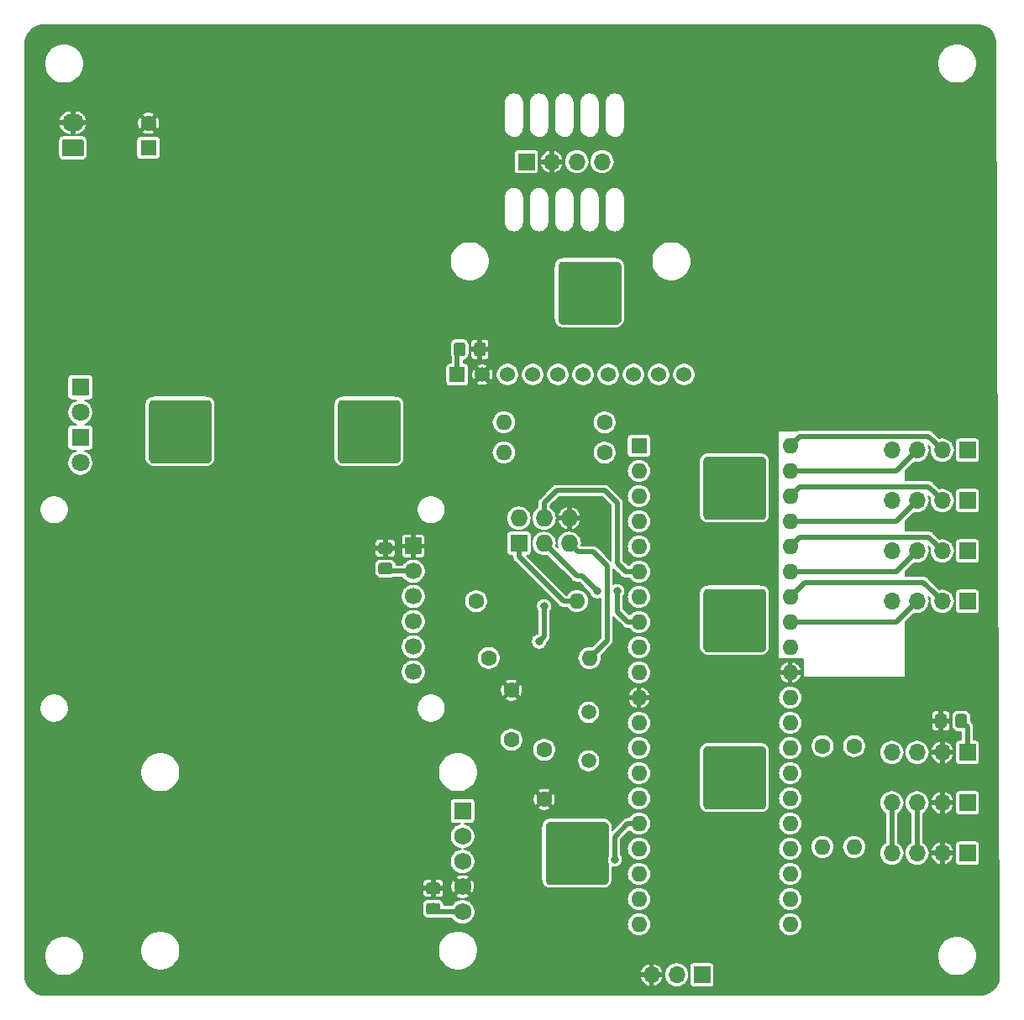
<source format=gbr>
G04 #@! TF.GenerationSoftware,KiCad,Pcbnew,5.1.4*
G04 #@! TF.CreationDate,2019-09-28T03:23:27+02:00*
G04 #@! TF.ProjectId,Stratosensor,53747261-746f-4736-956e-736f722e6b69,rev?*
G04 #@! TF.SameCoordinates,Original*
G04 #@! TF.FileFunction,Copper,L1,Top*
G04 #@! TF.FilePolarity,Positive*
%FSLAX46Y46*%
G04 Gerber Fmt 4.6, Leading zero omitted, Abs format (unit mm)*
G04 Created by KiCad (PCBNEW 5.1.4) date 2019-09-28 03:23:27*
%MOMM*%
%LPD*%
G04 APERTURE LIST*
%ADD10C,1.524000*%
%ADD11R,1.524000X1.524000*%
%ADD12C,1.600000*%
%ADD13O,1.700000X1.700000*%
%ADD14R,1.700000X1.700000*%
%ADD15C,0.100000*%
%ADD16C,1.150000*%
%ADD17O,2.200000X1.740000*%
%ADD18C,1.740000*%
%ADD19R,1.600000X1.600000*%
%ADD20C,1.800000*%
%ADD21R,1.800000X1.800000*%
%ADD22O,1.600000X1.600000*%
%ADD23C,1.700000*%
%ADD24C,1.750000*%
%ADD25R,1.750000X1.750000*%
%ADD26C,1.500000*%
%ADD27O,1.727200X1.727200*%
%ADD28R,1.727200X1.727200*%
%ADD29C,0.800000*%
%ADD30C,0.500000*%
%ADD31C,0.200000*%
%ADD32C,0.254000*%
G04 APERTURE END LIST*
D10*
X117475000Y-86360000D03*
X114935000Y-86360000D03*
X112395000Y-86360000D03*
X109855000Y-86360000D03*
X107315000Y-86360000D03*
X104775000Y-86360000D03*
X102235000Y-86360000D03*
X99695000Y-86360000D03*
X97155000Y-86360000D03*
D11*
X94615000Y-86360000D03*
D12*
X100076000Y-118190000D03*
X100076000Y-123190000D03*
X103378000Y-129206000D03*
X103378000Y-124206000D03*
D13*
X138430000Y-109220000D03*
X140970000Y-109220000D03*
X143510000Y-109220000D03*
D14*
X146050000Y-109220000D03*
D13*
X138430000Y-104140000D03*
X140970000Y-104140000D03*
X143510000Y-104140000D03*
D14*
X146050000Y-104140000D03*
D13*
X138430000Y-99060000D03*
X140970000Y-99060000D03*
X143510000Y-99060000D03*
D14*
X146050000Y-99060000D03*
D13*
X138430000Y-93980000D03*
X140970000Y-93980000D03*
X143510000Y-93980000D03*
D14*
X146050000Y-93980000D03*
D13*
X138430000Y-124460000D03*
X140970000Y-124460000D03*
X143510000Y-124460000D03*
D14*
X146050000Y-124460000D03*
D13*
X138430000Y-129540000D03*
X140970000Y-129540000D03*
X143510000Y-129540000D03*
D14*
X146050000Y-129540000D03*
D15*
G36*
X145764505Y-120586204D02*
G01*
X145788773Y-120589804D01*
X145812572Y-120595765D01*
X145835671Y-120604030D01*
X145857850Y-120614520D01*
X145878893Y-120627132D01*
X145898599Y-120641747D01*
X145916777Y-120658223D01*
X145933253Y-120676401D01*
X145947868Y-120696107D01*
X145960480Y-120717150D01*
X145970970Y-120739329D01*
X145979235Y-120762428D01*
X145985196Y-120786227D01*
X145988796Y-120810495D01*
X145990000Y-120834999D01*
X145990000Y-121735001D01*
X145988796Y-121759505D01*
X145985196Y-121783773D01*
X145979235Y-121807572D01*
X145970970Y-121830671D01*
X145960480Y-121852850D01*
X145947868Y-121873893D01*
X145933253Y-121893599D01*
X145916777Y-121911777D01*
X145898599Y-121928253D01*
X145878893Y-121942868D01*
X145857850Y-121955480D01*
X145835671Y-121965970D01*
X145812572Y-121974235D01*
X145788773Y-121980196D01*
X145764505Y-121983796D01*
X145740001Y-121985000D01*
X145089999Y-121985000D01*
X145065495Y-121983796D01*
X145041227Y-121980196D01*
X145017428Y-121974235D01*
X144994329Y-121965970D01*
X144972150Y-121955480D01*
X144951107Y-121942868D01*
X144931401Y-121928253D01*
X144913223Y-121911777D01*
X144896747Y-121893599D01*
X144882132Y-121873893D01*
X144869520Y-121852850D01*
X144859030Y-121830671D01*
X144850765Y-121807572D01*
X144844804Y-121783773D01*
X144841204Y-121759505D01*
X144840000Y-121735001D01*
X144840000Y-120834999D01*
X144841204Y-120810495D01*
X144844804Y-120786227D01*
X144850765Y-120762428D01*
X144859030Y-120739329D01*
X144869520Y-120717150D01*
X144882132Y-120696107D01*
X144896747Y-120676401D01*
X144913223Y-120658223D01*
X144931401Y-120641747D01*
X144951107Y-120627132D01*
X144972150Y-120614520D01*
X144994329Y-120604030D01*
X145017428Y-120595765D01*
X145041227Y-120589804D01*
X145065495Y-120586204D01*
X145089999Y-120585000D01*
X145740001Y-120585000D01*
X145764505Y-120586204D01*
X145764505Y-120586204D01*
G37*
D16*
X145415000Y-121285000D03*
D15*
G36*
X143714505Y-120586204D02*
G01*
X143738773Y-120589804D01*
X143762572Y-120595765D01*
X143785671Y-120604030D01*
X143807850Y-120614520D01*
X143828893Y-120627132D01*
X143848599Y-120641747D01*
X143866777Y-120658223D01*
X143883253Y-120676401D01*
X143897868Y-120696107D01*
X143910480Y-120717150D01*
X143920970Y-120739329D01*
X143929235Y-120762428D01*
X143935196Y-120786227D01*
X143938796Y-120810495D01*
X143940000Y-120834999D01*
X143940000Y-121735001D01*
X143938796Y-121759505D01*
X143935196Y-121783773D01*
X143929235Y-121807572D01*
X143920970Y-121830671D01*
X143910480Y-121852850D01*
X143897868Y-121873893D01*
X143883253Y-121893599D01*
X143866777Y-121911777D01*
X143848599Y-121928253D01*
X143828893Y-121942868D01*
X143807850Y-121955480D01*
X143785671Y-121965970D01*
X143762572Y-121974235D01*
X143738773Y-121980196D01*
X143714505Y-121983796D01*
X143690001Y-121985000D01*
X143039999Y-121985000D01*
X143015495Y-121983796D01*
X142991227Y-121980196D01*
X142967428Y-121974235D01*
X142944329Y-121965970D01*
X142922150Y-121955480D01*
X142901107Y-121942868D01*
X142881401Y-121928253D01*
X142863223Y-121911777D01*
X142846747Y-121893599D01*
X142832132Y-121873893D01*
X142819520Y-121852850D01*
X142809030Y-121830671D01*
X142800765Y-121807572D01*
X142794804Y-121783773D01*
X142791204Y-121759505D01*
X142790000Y-121735001D01*
X142790000Y-120834999D01*
X142791204Y-120810495D01*
X142794804Y-120786227D01*
X142800765Y-120762428D01*
X142809030Y-120739329D01*
X142819520Y-120717150D01*
X142832132Y-120696107D01*
X142846747Y-120676401D01*
X142863223Y-120658223D01*
X142881401Y-120641747D01*
X142901107Y-120627132D01*
X142922150Y-120614520D01*
X142944329Y-120604030D01*
X142967428Y-120595765D01*
X142991227Y-120589804D01*
X143015495Y-120586204D01*
X143039999Y-120585000D01*
X143690001Y-120585000D01*
X143714505Y-120586204D01*
X143714505Y-120586204D01*
G37*
D16*
X143365000Y-121285000D03*
D15*
G36*
X95209505Y-83121204D02*
G01*
X95233773Y-83124804D01*
X95257572Y-83130765D01*
X95280671Y-83139030D01*
X95302850Y-83149520D01*
X95323893Y-83162132D01*
X95343599Y-83176747D01*
X95361777Y-83193223D01*
X95378253Y-83211401D01*
X95392868Y-83231107D01*
X95405480Y-83252150D01*
X95415970Y-83274329D01*
X95424235Y-83297428D01*
X95430196Y-83321227D01*
X95433796Y-83345495D01*
X95435000Y-83369999D01*
X95435000Y-84270001D01*
X95433796Y-84294505D01*
X95430196Y-84318773D01*
X95424235Y-84342572D01*
X95415970Y-84365671D01*
X95405480Y-84387850D01*
X95392868Y-84408893D01*
X95378253Y-84428599D01*
X95361777Y-84446777D01*
X95343599Y-84463253D01*
X95323893Y-84477868D01*
X95302850Y-84490480D01*
X95280671Y-84500970D01*
X95257572Y-84509235D01*
X95233773Y-84515196D01*
X95209505Y-84518796D01*
X95185001Y-84520000D01*
X94534999Y-84520000D01*
X94510495Y-84518796D01*
X94486227Y-84515196D01*
X94462428Y-84509235D01*
X94439329Y-84500970D01*
X94417150Y-84490480D01*
X94396107Y-84477868D01*
X94376401Y-84463253D01*
X94358223Y-84446777D01*
X94341747Y-84428599D01*
X94327132Y-84408893D01*
X94314520Y-84387850D01*
X94304030Y-84365671D01*
X94295765Y-84342572D01*
X94289804Y-84318773D01*
X94286204Y-84294505D01*
X94285000Y-84270001D01*
X94285000Y-83369999D01*
X94286204Y-83345495D01*
X94289804Y-83321227D01*
X94295765Y-83297428D01*
X94304030Y-83274329D01*
X94314520Y-83252150D01*
X94327132Y-83231107D01*
X94341747Y-83211401D01*
X94358223Y-83193223D01*
X94376401Y-83176747D01*
X94396107Y-83162132D01*
X94417150Y-83149520D01*
X94439329Y-83139030D01*
X94462428Y-83130765D01*
X94486227Y-83124804D01*
X94510495Y-83121204D01*
X94534999Y-83120000D01*
X95185001Y-83120000D01*
X95209505Y-83121204D01*
X95209505Y-83121204D01*
G37*
D16*
X94860000Y-83820000D03*
D15*
G36*
X97259505Y-83121204D02*
G01*
X97283773Y-83124804D01*
X97307572Y-83130765D01*
X97330671Y-83139030D01*
X97352850Y-83149520D01*
X97373893Y-83162132D01*
X97393599Y-83176747D01*
X97411777Y-83193223D01*
X97428253Y-83211401D01*
X97442868Y-83231107D01*
X97455480Y-83252150D01*
X97465970Y-83274329D01*
X97474235Y-83297428D01*
X97480196Y-83321227D01*
X97483796Y-83345495D01*
X97485000Y-83369999D01*
X97485000Y-84270001D01*
X97483796Y-84294505D01*
X97480196Y-84318773D01*
X97474235Y-84342572D01*
X97465970Y-84365671D01*
X97455480Y-84387850D01*
X97442868Y-84408893D01*
X97428253Y-84428599D01*
X97411777Y-84446777D01*
X97393599Y-84463253D01*
X97373893Y-84477868D01*
X97352850Y-84490480D01*
X97330671Y-84500970D01*
X97307572Y-84509235D01*
X97283773Y-84515196D01*
X97259505Y-84518796D01*
X97235001Y-84520000D01*
X96584999Y-84520000D01*
X96560495Y-84518796D01*
X96536227Y-84515196D01*
X96512428Y-84509235D01*
X96489329Y-84500970D01*
X96467150Y-84490480D01*
X96446107Y-84477868D01*
X96426401Y-84463253D01*
X96408223Y-84446777D01*
X96391747Y-84428599D01*
X96377132Y-84408893D01*
X96364520Y-84387850D01*
X96354030Y-84365671D01*
X96345765Y-84342572D01*
X96339804Y-84318773D01*
X96336204Y-84294505D01*
X96335000Y-84270001D01*
X96335000Y-83369999D01*
X96336204Y-83345495D01*
X96339804Y-83321227D01*
X96345765Y-83297428D01*
X96354030Y-83274329D01*
X96364520Y-83252150D01*
X96377132Y-83231107D01*
X96391747Y-83211401D01*
X96408223Y-83193223D01*
X96426401Y-83176747D01*
X96446107Y-83162132D01*
X96467150Y-83149520D01*
X96489329Y-83139030D01*
X96512428Y-83130765D01*
X96536227Y-83124804D01*
X96560495Y-83121204D01*
X96584999Y-83120000D01*
X97235001Y-83120000D01*
X97259505Y-83121204D01*
X97259505Y-83121204D01*
G37*
D16*
X96910000Y-83820000D03*
D17*
X55880000Y-60960000D03*
D15*
G36*
X56754505Y-62631204D02*
G01*
X56778773Y-62634804D01*
X56802572Y-62640765D01*
X56825671Y-62649030D01*
X56847850Y-62659520D01*
X56868893Y-62672132D01*
X56888599Y-62686747D01*
X56906777Y-62703223D01*
X56923253Y-62721401D01*
X56937868Y-62741107D01*
X56950480Y-62762150D01*
X56960970Y-62784329D01*
X56969235Y-62807428D01*
X56975196Y-62831227D01*
X56978796Y-62855495D01*
X56980000Y-62879999D01*
X56980000Y-64120001D01*
X56978796Y-64144505D01*
X56975196Y-64168773D01*
X56969235Y-64192572D01*
X56960970Y-64215671D01*
X56950480Y-64237850D01*
X56937868Y-64258893D01*
X56923253Y-64278599D01*
X56906777Y-64296777D01*
X56888599Y-64313253D01*
X56868893Y-64327868D01*
X56847850Y-64340480D01*
X56825671Y-64350970D01*
X56802572Y-64359235D01*
X56778773Y-64365196D01*
X56754505Y-64368796D01*
X56730001Y-64370000D01*
X55029999Y-64370000D01*
X55005495Y-64368796D01*
X54981227Y-64365196D01*
X54957428Y-64359235D01*
X54934329Y-64350970D01*
X54912150Y-64340480D01*
X54891107Y-64327868D01*
X54871401Y-64313253D01*
X54853223Y-64296777D01*
X54836747Y-64278599D01*
X54822132Y-64258893D01*
X54809520Y-64237850D01*
X54799030Y-64215671D01*
X54790765Y-64192572D01*
X54784804Y-64168773D01*
X54781204Y-64144505D01*
X54780000Y-64120001D01*
X54780000Y-62879999D01*
X54781204Y-62855495D01*
X54784804Y-62831227D01*
X54790765Y-62807428D01*
X54799030Y-62784329D01*
X54809520Y-62762150D01*
X54822132Y-62741107D01*
X54836747Y-62721401D01*
X54853223Y-62703223D01*
X54871401Y-62686747D01*
X54891107Y-62672132D01*
X54912150Y-62659520D01*
X54934329Y-62649030D01*
X54957428Y-62640765D01*
X54981227Y-62634804D01*
X55005495Y-62631204D01*
X55029999Y-62630000D01*
X56730001Y-62630000D01*
X56754505Y-62631204D01*
X56754505Y-62631204D01*
G37*
D18*
X55880000Y-63500000D03*
D12*
X63500000Y-61000000D03*
D19*
X63500000Y-63500000D03*
D20*
X56642000Y-95250000D03*
D21*
X56642000Y-92710000D03*
D20*
X56642000Y-90170000D03*
D21*
X56642000Y-87630000D03*
D22*
X99314000Y-94234000D03*
D12*
X109474000Y-94234000D03*
D22*
X99314000Y-91186000D03*
D12*
X109474000Y-91186000D03*
D15*
G36*
X92676505Y-139652204D02*
G01*
X92700773Y-139655804D01*
X92724572Y-139661765D01*
X92747671Y-139670030D01*
X92769850Y-139680520D01*
X92790893Y-139693132D01*
X92810599Y-139707747D01*
X92828777Y-139724223D01*
X92845253Y-139742401D01*
X92859868Y-139762107D01*
X92872480Y-139783150D01*
X92882970Y-139805329D01*
X92891235Y-139828428D01*
X92897196Y-139852227D01*
X92900796Y-139876495D01*
X92902000Y-139900999D01*
X92902000Y-140551001D01*
X92900796Y-140575505D01*
X92897196Y-140599773D01*
X92891235Y-140623572D01*
X92882970Y-140646671D01*
X92872480Y-140668850D01*
X92859868Y-140689893D01*
X92845253Y-140709599D01*
X92828777Y-140727777D01*
X92810599Y-140744253D01*
X92790893Y-140758868D01*
X92769850Y-140771480D01*
X92747671Y-140781970D01*
X92724572Y-140790235D01*
X92700773Y-140796196D01*
X92676505Y-140799796D01*
X92652001Y-140801000D01*
X91751999Y-140801000D01*
X91727495Y-140799796D01*
X91703227Y-140796196D01*
X91679428Y-140790235D01*
X91656329Y-140781970D01*
X91634150Y-140771480D01*
X91613107Y-140758868D01*
X91593401Y-140744253D01*
X91575223Y-140727777D01*
X91558747Y-140709599D01*
X91544132Y-140689893D01*
X91531520Y-140668850D01*
X91521030Y-140646671D01*
X91512765Y-140623572D01*
X91506804Y-140599773D01*
X91503204Y-140575505D01*
X91502000Y-140551001D01*
X91502000Y-139900999D01*
X91503204Y-139876495D01*
X91506804Y-139852227D01*
X91512765Y-139828428D01*
X91521030Y-139805329D01*
X91531520Y-139783150D01*
X91544132Y-139762107D01*
X91558747Y-139742401D01*
X91575223Y-139724223D01*
X91593401Y-139707747D01*
X91613107Y-139693132D01*
X91634150Y-139680520D01*
X91656329Y-139670030D01*
X91679428Y-139661765D01*
X91703227Y-139655804D01*
X91727495Y-139652204D01*
X91751999Y-139651000D01*
X92652001Y-139651000D01*
X92676505Y-139652204D01*
X92676505Y-139652204D01*
G37*
D16*
X92202000Y-140226000D03*
D15*
G36*
X92676505Y-137602204D02*
G01*
X92700773Y-137605804D01*
X92724572Y-137611765D01*
X92747671Y-137620030D01*
X92769850Y-137630520D01*
X92790893Y-137643132D01*
X92810599Y-137657747D01*
X92828777Y-137674223D01*
X92845253Y-137692401D01*
X92859868Y-137712107D01*
X92872480Y-137733150D01*
X92882970Y-137755329D01*
X92891235Y-137778428D01*
X92897196Y-137802227D01*
X92900796Y-137826495D01*
X92902000Y-137850999D01*
X92902000Y-138501001D01*
X92900796Y-138525505D01*
X92897196Y-138549773D01*
X92891235Y-138573572D01*
X92882970Y-138596671D01*
X92872480Y-138618850D01*
X92859868Y-138639893D01*
X92845253Y-138659599D01*
X92828777Y-138677777D01*
X92810599Y-138694253D01*
X92790893Y-138708868D01*
X92769850Y-138721480D01*
X92747671Y-138731970D01*
X92724572Y-138740235D01*
X92700773Y-138746196D01*
X92676505Y-138749796D01*
X92652001Y-138751000D01*
X91751999Y-138751000D01*
X91727495Y-138749796D01*
X91703227Y-138746196D01*
X91679428Y-138740235D01*
X91656329Y-138731970D01*
X91634150Y-138721480D01*
X91613107Y-138708868D01*
X91593401Y-138694253D01*
X91575223Y-138677777D01*
X91558747Y-138659599D01*
X91544132Y-138639893D01*
X91531520Y-138618850D01*
X91521030Y-138596671D01*
X91512765Y-138573572D01*
X91506804Y-138549773D01*
X91503204Y-138525505D01*
X91502000Y-138501001D01*
X91502000Y-137850999D01*
X91503204Y-137826495D01*
X91506804Y-137802227D01*
X91512765Y-137778428D01*
X91521030Y-137755329D01*
X91531520Y-137733150D01*
X91544132Y-137712107D01*
X91558747Y-137692401D01*
X91575223Y-137674223D01*
X91593401Y-137657747D01*
X91613107Y-137643132D01*
X91634150Y-137630520D01*
X91656329Y-137620030D01*
X91679428Y-137611765D01*
X91703227Y-137605804D01*
X91727495Y-137602204D01*
X91751999Y-137601000D01*
X92652001Y-137601000D01*
X92676505Y-137602204D01*
X92676505Y-137602204D01*
G37*
D16*
X92202000Y-138176000D03*
D15*
G36*
X87850505Y-105344204D02*
G01*
X87874773Y-105347804D01*
X87898572Y-105353765D01*
X87921671Y-105362030D01*
X87943850Y-105372520D01*
X87964893Y-105385132D01*
X87984599Y-105399747D01*
X88002777Y-105416223D01*
X88019253Y-105434401D01*
X88033868Y-105454107D01*
X88046480Y-105475150D01*
X88056970Y-105497329D01*
X88065235Y-105520428D01*
X88071196Y-105544227D01*
X88074796Y-105568495D01*
X88076000Y-105592999D01*
X88076000Y-106243001D01*
X88074796Y-106267505D01*
X88071196Y-106291773D01*
X88065235Y-106315572D01*
X88056970Y-106338671D01*
X88046480Y-106360850D01*
X88033868Y-106381893D01*
X88019253Y-106401599D01*
X88002777Y-106419777D01*
X87984599Y-106436253D01*
X87964893Y-106450868D01*
X87943850Y-106463480D01*
X87921671Y-106473970D01*
X87898572Y-106482235D01*
X87874773Y-106488196D01*
X87850505Y-106491796D01*
X87826001Y-106493000D01*
X86925999Y-106493000D01*
X86901495Y-106491796D01*
X86877227Y-106488196D01*
X86853428Y-106482235D01*
X86830329Y-106473970D01*
X86808150Y-106463480D01*
X86787107Y-106450868D01*
X86767401Y-106436253D01*
X86749223Y-106419777D01*
X86732747Y-106401599D01*
X86718132Y-106381893D01*
X86705520Y-106360850D01*
X86695030Y-106338671D01*
X86686765Y-106315572D01*
X86680804Y-106291773D01*
X86677204Y-106267505D01*
X86676000Y-106243001D01*
X86676000Y-105592999D01*
X86677204Y-105568495D01*
X86680804Y-105544227D01*
X86686765Y-105520428D01*
X86695030Y-105497329D01*
X86705520Y-105475150D01*
X86718132Y-105454107D01*
X86732747Y-105434401D01*
X86749223Y-105416223D01*
X86767401Y-105399747D01*
X86787107Y-105385132D01*
X86808150Y-105372520D01*
X86830329Y-105362030D01*
X86853428Y-105353765D01*
X86877227Y-105347804D01*
X86901495Y-105344204D01*
X86925999Y-105343000D01*
X87826001Y-105343000D01*
X87850505Y-105344204D01*
X87850505Y-105344204D01*
G37*
D16*
X87376000Y-105918000D03*
D15*
G36*
X87850505Y-103294204D02*
G01*
X87874773Y-103297804D01*
X87898572Y-103303765D01*
X87921671Y-103312030D01*
X87943850Y-103322520D01*
X87964893Y-103335132D01*
X87984599Y-103349747D01*
X88002777Y-103366223D01*
X88019253Y-103384401D01*
X88033868Y-103404107D01*
X88046480Y-103425150D01*
X88056970Y-103447329D01*
X88065235Y-103470428D01*
X88071196Y-103494227D01*
X88074796Y-103518495D01*
X88076000Y-103542999D01*
X88076000Y-104193001D01*
X88074796Y-104217505D01*
X88071196Y-104241773D01*
X88065235Y-104265572D01*
X88056970Y-104288671D01*
X88046480Y-104310850D01*
X88033868Y-104331893D01*
X88019253Y-104351599D01*
X88002777Y-104369777D01*
X87984599Y-104386253D01*
X87964893Y-104400868D01*
X87943850Y-104413480D01*
X87921671Y-104423970D01*
X87898572Y-104432235D01*
X87874773Y-104438196D01*
X87850505Y-104441796D01*
X87826001Y-104443000D01*
X86925999Y-104443000D01*
X86901495Y-104441796D01*
X86877227Y-104438196D01*
X86853428Y-104432235D01*
X86830329Y-104423970D01*
X86808150Y-104413480D01*
X86787107Y-104400868D01*
X86767401Y-104386253D01*
X86749223Y-104369777D01*
X86732747Y-104351599D01*
X86718132Y-104331893D01*
X86705520Y-104310850D01*
X86695030Y-104288671D01*
X86686765Y-104265572D01*
X86680804Y-104241773D01*
X86677204Y-104217505D01*
X86676000Y-104193001D01*
X86676000Y-103542999D01*
X86677204Y-103518495D01*
X86680804Y-103494227D01*
X86686765Y-103470428D01*
X86695030Y-103447329D01*
X86705520Y-103425150D01*
X86718132Y-103404107D01*
X86732747Y-103384401D01*
X86749223Y-103366223D01*
X86767401Y-103349747D01*
X86787107Y-103335132D01*
X86808150Y-103322520D01*
X86830329Y-103312030D01*
X86853428Y-103303765D01*
X86877227Y-103297804D01*
X86901495Y-103294204D01*
X86925999Y-103293000D01*
X87826001Y-103293000D01*
X87850505Y-103294204D01*
X87850505Y-103294204D01*
G37*
D16*
X87376000Y-103868000D03*
D23*
X90190000Y-116350000D03*
X90190000Y-113810000D03*
X90190000Y-111270000D03*
X90190000Y-108730000D03*
X90190000Y-106190000D03*
D14*
X90190000Y-103650000D03*
D22*
X106680000Y-109220000D03*
D12*
X96520000Y-109220000D03*
D24*
X95160000Y-138000000D03*
X95160000Y-135460000D03*
X95160000Y-132920000D03*
D25*
X95160000Y-130380000D03*
D24*
X95160000Y-140540000D03*
D13*
X114210000Y-146890000D03*
X116750000Y-146890000D03*
D14*
X119290000Y-146890000D03*
D13*
X109220000Y-64897000D03*
X106680000Y-64897000D03*
X104140000Y-64897000D03*
D14*
X101600000Y-64897000D03*
D13*
X138430000Y-134620000D03*
X140970000Y-134620000D03*
X143510000Y-134620000D03*
D14*
X146050000Y-134620000D03*
D26*
X107860000Y-120420000D03*
X107860000Y-125300000D03*
D22*
X128180000Y-93550000D03*
X112940000Y-141810000D03*
X128180000Y-96090000D03*
X112940000Y-139270000D03*
X128180000Y-98630000D03*
X112940000Y-136730000D03*
X128180000Y-101170000D03*
X112940000Y-134190000D03*
X128180000Y-103710000D03*
X112940000Y-131650000D03*
X128180000Y-106250000D03*
X112940000Y-129110000D03*
X128180000Y-108790000D03*
X112940000Y-126570000D03*
X128180000Y-111330000D03*
X112940000Y-124030000D03*
X128180000Y-113870000D03*
X112940000Y-121490000D03*
X128180000Y-116410000D03*
X112940000Y-118950000D03*
X128180000Y-118950000D03*
X112940000Y-116410000D03*
X128180000Y-121490000D03*
X112940000Y-113870000D03*
X128180000Y-124030000D03*
X112940000Y-111330000D03*
X128180000Y-126570000D03*
X112940000Y-108790000D03*
X128180000Y-129110000D03*
X112940000Y-106250000D03*
X128180000Y-131650000D03*
X112940000Y-103710000D03*
X128180000Y-134190000D03*
X112940000Y-101170000D03*
X128180000Y-136730000D03*
X112940000Y-98630000D03*
X128180000Y-139270000D03*
X112940000Y-96090000D03*
X128180000Y-141810000D03*
D19*
X112940000Y-93550000D03*
D22*
X131445000Y-133985000D03*
D12*
X131445000Y-123825000D03*
D22*
X134620000Y-133985000D03*
D12*
X134620000Y-123825000D03*
D22*
X107950000Y-114935000D03*
D12*
X97790000Y-114935000D03*
D27*
X105918000Y-100838000D03*
X105918000Y-103378000D03*
X103378000Y-100838000D03*
X103378000Y-103378000D03*
X100838000Y-100838000D03*
D28*
X100838000Y-103378000D03*
D29*
X103505000Y-96520000D03*
X106680000Y-96520000D03*
X109220000Y-96520000D03*
X109728000Y-100965000D03*
X108204000Y-102616000D03*
X108204000Y-99060000D03*
X105156000Y-99060000D03*
X124460000Y-128905000D03*
X124460000Y-99695000D03*
X120650000Y-109220000D03*
X64770000Y-93980000D03*
X68580000Y-93980000D03*
X64770000Y-90170000D03*
X68580000Y-90170000D03*
X83820000Y-90170000D03*
X87630000Y-90170000D03*
X83820000Y-93980000D03*
X87630000Y-93980000D03*
X106045000Y-76200000D03*
X109855000Y-76200000D03*
X106045000Y-80010000D03*
X109855000Y-80010000D03*
X66675000Y-90170000D03*
X66675000Y-93980000D03*
X85725000Y-90170000D03*
X85725000Y-93980000D03*
X106045000Y-78105000D03*
X109855000Y-78105000D03*
X120650000Y-97790000D03*
X124460000Y-97790000D03*
X120650000Y-111125000D03*
X124460000Y-111125000D03*
X120650000Y-127000000D03*
X124460000Y-127000000D03*
X124460000Y-95885000D03*
X120650000Y-95885000D03*
X120650000Y-99695000D03*
X124460000Y-109220000D03*
X124460000Y-113030000D03*
X120650000Y-113030000D03*
X124460000Y-125095000D03*
X120650000Y-125095000D03*
X120650000Y-128905000D03*
X106680000Y-132715000D03*
X106680000Y-136525000D03*
X104775000Y-136525000D03*
X108585000Y-136525000D03*
X104775000Y-132715000D03*
X108585000Y-132715000D03*
X110744000Y-108204000D03*
X108712000Y-108204000D03*
X110490000Y-135255000D03*
X103378000Y-109728000D03*
X102870000Y-113284000D03*
D30*
X87648000Y-106190000D02*
X87376000Y-105918000D01*
X90190000Y-106190000D02*
X87648000Y-106190000D01*
X92516000Y-140540000D02*
X92202000Y-140226000D01*
X95160000Y-140540000D02*
X92516000Y-140540000D01*
X94615000Y-84065000D02*
X94860000Y-83820000D01*
X94615000Y-86360000D02*
X94615000Y-84065000D01*
X146050000Y-121920000D02*
X145415000Y-121285000D01*
X146050000Y-124460000D02*
X146050000Y-121920000D01*
X109728000Y-113157000D02*
X107950000Y-114935000D01*
X109728000Y-105664000D02*
X109728000Y-113157000D01*
X108305599Y-104241599D02*
X109728000Y-105664000D01*
X105918000Y-103378000D02*
X106781599Y-104241599D01*
X106781599Y-104241599D02*
X108305599Y-104241599D01*
X103378000Y-100838000D02*
X103378000Y-99616686D01*
X103378000Y-99616686D02*
X103378000Y-99568000D01*
X111584000Y-106250000D02*
X112940000Y-106250000D01*
X103378000Y-99314000D02*
X104648000Y-98044000D01*
X103378000Y-99616686D02*
X103378000Y-99314000D01*
X104648000Y-98044000D02*
X109474000Y-98044000D01*
X109474000Y-98044000D02*
X110744000Y-99314000D01*
X110744000Y-99314000D02*
X110744000Y-105410000D01*
X110744000Y-105410000D02*
X111584000Y-106250000D01*
X111808630Y-111330000D02*
X110744000Y-110265370D01*
X112940000Y-111330000D02*
X111808630Y-111330000D01*
X110744000Y-110265370D02*
X110744000Y-109220000D01*
X103378000Y-103378000D02*
X106680000Y-106680000D01*
X106680000Y-106680000D02*
X107188000Y-106680000D01*
X107188000Y-106680000D02*
X108712000Y-108204000D01*
X110744000Y-109220000D02*
X110744000Y-108204000D01*
X110744000Y-108204000D02*
X110744000Y-108204000D01*
X108712000Y-108204000D02*
X108712000Y-108204000D01*
X100838000Y-104741600D02*
X105316400Y-109220000D01*
X100838000Y-103378000D02*
X100838000Y-104741600D01*
X105316400Y-109220000D02*
X106680000Y-109220000D01*
X140970000Y-134620000D02*
X140970000Y-129540000D01*
X138430000Y-133417919D02*
X138430000Y-129540000D01*
X138430000Y-134620000D02*
X138430000Y-133417919D01*
X110490000Y-134689315D02*
X110490000Y-135255000D01*
X110490000Y-132968630D02*
X110490000Y-134689315D01*
X112940000Y-131650000D02*
X111808630Y-131650000D01*
X111808630Y-131650000D02*
X110490000Y-132968630D01*
X103378000Y-109728000D02*
X103378000Y-112776000D01*
X103378000Y-112776000D02*
X102870000Y-113284000D01*
X138860000Y-96090000D02*
X140970000Y-93980000D01*
X128180000Y-96090000D02*
X138860000Y-96090000D01*
X142660001Y-93130001D02*
X143510000Y-93980000D01*
X142109999Y-92579999D02*
X142660001Y-93130001D01*
X128180000Y-93550000D02*
X129150001Y-92579999D01*
X129150001Y-92579999D02*
X142109999Y-92579999D01*
X138860000Y-101170000D02*
X140970000Y-99060000D01*
X128180000Y-101170000D02*
X138860000Y-101170000D01*
X142660001Y-98210001D02*
X143510000Y-99060000D01*
X142109999Y-97659999D02*
X142660001Y-98210001D01*
X128180000Y-98630000D02*
X129150001Y-97659999D01*
X129150001Y-97659999D02*
X142109999Y-97659999D01*
X138860000Y-106250000D02*
X140970000Y-104140000D01*
X128180000Y-106250000D02*
X138860000Y-106250000D01*
X142660001Y-103290001D02*
X143510000Y-104140000D01*
X142109999Y-102739999D02*
X142660001Y-103290001D01*
X128180000Y-103710000D02*
X129150001Y-102739999D01*
X129150001Y-102739999D02*
X142109999Y-102739999D01*
X138860000Y-111330000D02*
X140970000Y-109220000D01*
X128180000Y-111330000D02*
X138860000Y-111330000D01*
X142660001Y-108370001D02*
X143510000Y-109220000D01*
X141605000Y-107315000D02*
X142660001Y-108370001D01*
X128180000Y-108790000D02*
X129655000Y-107315000D01*
X129655000Y-107315000D02*
X141605000Y-107315000D01*
D31*
G36*
X147276917Y-51119502D02*
G01*
X147541204Y-51176858D01*
X147794657Y-51271157D01*
X148032164Y-51400493D01*
X148248890Y-51562236D01*
X148440463Y-51753122D01*
X148602989Y-51969273D01*
X148733172Y-52206303D01*
X148828384Y-52459430D01*
X148886687Y-52723498D01*
X148907172Y-52996741D01*
X149244779Y-146989592D01*
X149226083Y-147264221D01*
X149169160Y-147529857D01*
X149074926Y-147784667D01*
X148945313Y-148023423D01*
X148782968Y-148241253D01*
X148591213Y-148433698D01*
X148373969Y-148596823D01*
X148135676Y-148727294D01*
X147881214Y-148822441D01*
X147615781Y-148880318D01*
X147341224Y-148900000D01*
X53003569Y-148900000D01*
X52729642Y-148880409D01*
X52464777Y-148822790D01*
X52210819Y-148728069D01*
X51972920Y-148598166D01*
X51755935Y-148435733D01*
X51564267Y-148244065D01*
X51401834Y-148027080D01*
X51271931Y-147789181D01*
X51177210Y-147535223D01*
X51119591Y-147270358D01*
X51116582Y-147228274D01*
X113058658Y-147228274D01*
X113146775Y-147446390D01*
X113275751Y-147643124D01*
X113440630Y-147810916D01*
X113635075Y-147943317D01*
X113851614Y-148035240D01*
X113871727Y-148041334D01*
X114056000Y-147991790D01*
X114056000Y-147044000D01*
X114364000Y-147044000D01*
X114364000Y-147991790D01*
X114548273Y-148041334D01*
X114568386Y-148035240D01*
X114784925Y-147943317D01*
X114979370Y-147810916D01*
X115144249Y-147643124D01*
X115273225Y-147446390D01*
X115361342Y-147228274D01*
X115312585Y-147044000D01*
X114364000Y-147044000D01*
X114056000Y-147044000D01*
X113107415Y-147044000D01*
X113058658Y-147228274D01*
X51116582Y-147228274D01*
X51100000Y-146996431D01*
X51100000Y-144803017D01*
X53000000Y-144803017D01*
X53000000Y-145196983D01*
X53076859Y-145583378D01*
X53227623Y-145947355D01*
X53446499Y-146274926D01*
X53725074Y-146553501D01*
X54052645Y-146772377D01*
X54416622Y-146923141D01*
X54803017Y-147000000D01*
X55196983Y-147000000D01*
X55583378Y-146923141D01*
X55663387Y-146890000D01*
X115493952Y-146890000D01*
X115518087Y-147135043D01*
X115589563Y-147370669D01*
X115705634Y-147587823D01*
X115861840Y-147778160D01*
X116052177Y-147934366D01*
X116269331Y-148050437D01*
X116504957Y-148121913D01*
X116688595Y-148140000D01*
X116811405Y-148140000D01*
X116995043Y-148121913D01*
X117230669Y-148050437D01*
X117447823Y-147934366D01*
X117638160Y-147778160D01*
X117794366Y-147587823D01*
X117910437Y-147370669D01*
X117981913Y-147135043D01*
X118006048Y-146890000D01*
X117981913Y-146644957D01*
X117910437Y-146409331D01*
X117794366Y-146192177D01*
X117669478Y-146040000D01*
X118038065Y-146040000D01*
X118038065Y-147740000D01*
X118045788Y-147818414D01*
X118068660Y-147893814D01*
X118105803Y-147963303D01*
X118155789Y-148024211D01*
X118216697Y-148074197D01*
X118286186Y-148111340D01*
X118361586Y-148134212D01*
X118440000Y-148141935D01*
X120140000Y-148141935D01*
X120218414Y-148134212D01*
X120293814Y-148111340D01*
X120363303Y-148074197D01*
X120424211Y-148024211D01*
X120474197Y-147963303D01*
X120511340Y-147893814D01*
X120534212Y-147818414D01*
X120541935Y-147740000D01*
X120541935Y-146040000D01*
X120534212Y-145961586D01*
X120511340Y-145886186D01*
X120474197Y-145816697D01*
X120424211Y-145755789D01*
X120363303Y-145705803D01*
X120293814Y-145668660D01*
X120218414Y-145645788D01*
X120140000Y-145638065D01*
X118440000Y-145638065D01*
X118361586Y-145645788D01*
X118286186Y-145668660D01*
X118216697Y-145705803D01*
X118155789Y-145755789D01*
X118105803Y-145816697D01*
X118068660Y-145886186D01*
X118045788Y-145961586D01*
X118038065Y-146040000D01*
X117669478Y-146040000D01*
X117638160Y-146001840D01*
X117447823Y-145845634D01*
X117230669Y-145729563D01*
X116995043Y-145658087D01*
X116811405Y-145640000D01*
X116688595Y-145640000D01*
X116504957Y-145658087D01*
X116269331Y-145729563D01*
X116052177Y-145845634D01*
X115861840Y-146001840D01*
X115705634Y-146192177D01*
X115589563Y-146409331D01*
X115518087Y-146644957D01*
X115493952Y-146890000D01*
X55663387Y-146890000D01*
X55947355Y-146772377D01*
X56274926Y-146553501D01*
X56276701Y-146551726D01*
X113058658Y-146551726D01*
X113107415Y-146736000D01*
X114056000Y-146736000D01*
X114056000Y-145788210D01*
X114364000Y-145788210D01*
X114364000Y-146736000D01*
X115312585Y-146736000D01*
X115361342Y-146551726D01*
X115273225Y-146333610D01*
X115144249Y-146136876D01*
X114979370Y-145969084D01*
X114784925Y-145836683D01*
X114568386Y-145744760D01*
X114548273Y-145738666D01*
X114364000Y-145788210D01*
X114056000Y-145788210D01*
X113871727Y-145738666D01*
X113851614Y-145744760D01*
X113635075Y-145836683D01*
X113440630Y-145969084D01*
X113275751Y-146136876D01*
X113146775Y-146333610D01*
X113058658Y-146551726D01*
X56276701Y-146551726D01*
X56553501Y-146274926D01*
X56772377Y-145947355D01*
X56923141Y-145583378D01*
X57000000Y-145196983D01*
X57000000Y-144803017D01*
X56923141Y-144416622D01*
X56859516Y-144263017D01*
X62700000Y-144263017D01*
X62700000Y-144656983D01*
X62776859Y-145043378D01*
X62927623Y-145407355D01*
X63146499Y-145734926D01*
X63425074Y-146013501D01*
X63752645Y-146232377D01*
X64116622Y-146383141D01*
X64503017Y-146460000D01*
X64896983Y-146460000D01*
X65283378Y-146383141D01*
X65647355Y-146232377D01*
X65974926Y-146013501D01*
X66253501Y-145734926D01*
X66472377Y-145407355D01*
X66623141Y-145043378D01*
X66700000Y-144656983D01*
X66700000Y-144263017D01*
X92700000Y-144263017D01*
X92700000Y-144656983D01*
X92776859Y-145043378D01*
X92927623Y-145407355D01*
X93146499Y-145734926D01*
X93425074Y-146013501D01*
X93752645Y-146232377D01*
X94116622Y-146383141D01*
X94503017Y-146460000D01*
X94896983Y-146460000D01*
X95283378Y-146383141D01*
X95647355Y-146232377D01*
X95974926Y-146013501D01*
X96253501Y-145734926D01*
X96472377Y-145407355D01*
X96623141Y-145043378D01*
X96670951Y-144803017D01*
X143000000Y-144803017D01*
X143000000Y-145196983D01*
X143076859Y-145583378D01*
X143227623Y-145947355D01*
X143446499Y-146274926D01*
X143725074Y-146553501D01*
X144052645Y-146772377D01*
X144416622Y-146923141D01*
X144803017Y-147000000D01*
X145196983Y-147000000D01*
X145583378Y-146923141D01*
X145947355Y-146772377D01*
X146274926Y-146553501D01*
X146553501Y-146274926D01*
X146772377Y-145947355D01*
X146923141Y-145583378D01*
X147000000Y-145196983D01*
X147000000Y-144803017D01*
X146923141Y-144416622D01*
X146772377Y-144052645D01*
X146553501Y-143725074D01*
X146274926Y-143446499D01*
X145947355Y-143227623D01*
X145583378Y-143076859D01*
X145196983Y-143000000D01*
X144803017Y-143000000D01*
X144416622Y-143076859D01*
X144052645Y-143227623D01*
X143725074Y-143446499D01*
X143446499Y-143725074D01*
X143227623Y-144052645D01*
X143076859Y-144416622D01*
X143000000Y-144803017D01*
X96670951Y-144803017D01*
X96700000Y-144656983D01*
X96700000Y-144263017D01*
X96623141Y-143876622D01*
X96472377Y-143512645D01*
X96253501Y-143185074D01*
X95974926Y-142906499D01*
X95647355Y-142687623D01*
X95283378Y-142536859D01*
X94896983Y-142460000D01*
X94503017Y-142460000D01*
X94116622Y-142536859D01*
X93752645Y-142687623D01*
X93425074Y-142906499D01*
X93146499Y-143185074D01*
X92927623Y-143512645D01*
X92776859Y-143876622D01*
X92700000Y-144263017D01*
X66700000Y-144263017D01*
X66623141Y-143876622D01*
X66472377Y-143512645D01*
X66253501Y-143185074D01*
X65974926Y-142906499D01*
X65647355Y-142687623D01*
X65283378Y-142536859D01*
X64896983Y-142460000D01*
X64503017Y-142460000D01*
X64116622Y-142536859D01*
X63752645Y-142687623D01*
X63425074Y-142906499D01*
X63146499Y-143185074D01*
X62927623Y-143512645D01*
X62776859Y-143876622D01*
X62700000Y-144263017D01*
X56859516Y-144263017D01*
X56772377Y-144052645D01*
X56553501Y-143725074D01*
X56274926Y-143446499D01*
X55947355Y-143227623D01*
X55583378Y-143076859D01*
X55196983Y-143000000D01*
X54803017Y-143000000D01*
X54416622Y-143076859D01*
X54052645Y-143227623D01*
X53725074Y-143446499D01*
X53446499Y-143725074D01*
X53227623Y-144052645D01*
X53076859Y-144416622D01*
X53000000Y-144803017D01*
X51100000Y-144803017D01*
X51100000Y-139900999D01*
X91100065Y-139900999D01*
X91100065Y-140551001D01*
X91112592Y-140678187D01*
X91149691Y-140800485D01*
X91209936Y-140913196D01*
X91291012Y-141011988D01*
X91389804Y-141093064D01*
X91502515Y-141153309D01*
X91624813Y-141190408D01*
X91751999Y-141202935D01*
X92652001Y-141202935D01*
X92779187Y-141190408D01*
X92780532Y-141190000D01*
X94060887Y-141190000D01*
X94169643Y-141352765D01*
X94347235Y-141530357D01*
X94556061Y-141669890D01*
X94788096Y-141766002D01*
X95034423Y-141815000D01*
X95285577Y-141815000D01*
X95310713Y-141810000D01*
X111734194Y-141810000D01*
X111757363Y-142045241D01*
X111825981Y-142271442D01*
X111937409Y-142479910D01*
X112087366Y-142662634D01*
X112270090Y-142812591D01*
X112478558Y-142924019D01*
X112704759Y-142992637D01*
X112881050Y-143010000D01*
X112998950Y-143010000D01*
X113175241Y-142992637D01*
X113401442Y-142924019D01*
X113609910Y-142812591D01*
X113792634Y-142662634D01*
X113942591Y-142479910D01*
X114054019Y-142271442D01*
X114122637Y-142045241D01*
X114145806Y-141810000D01*
X126974194Y-141810000D01*
X126997363Y-142045241D01*
X127065981Y-142271442D01*
X127177409Y-142479910D01*
X127327366Y-142662634D01*
X127510090Y-142812591D01*
X127718558Y-142924019D01*
X127944759Y-142992637D01*
X128121050Y-143010000D01*
X128238950Y-143010000D01*
X128415241Y-142992637D01*
X128641442Y-142924019D01*
X128849910Y-142812591D01*
X129032634Y-142662634D01*
X129182591Y-142479910D01*
X129294019Y-142271442D01*
X129362637Y-142045241D01*
X129385806Y-141810000D01*
X129362637Y-141574759D01*
X129294019Y-141348558D01*
X129182591Y-141140090D01*
X129032634Y-140957366D01*
X128849910Y-140807409D01*
X128641442Y-140695981D01*
X128415241Y-140627363D01*
X128238950Y-140610000D01*
X128121050Y-140610000D01*
X127944759Y-140627363D01*
X127718558Y-140695981D01*
X127510090Y-140807409D01*
X127327366Y-140957366D01*
X127177409Y-141140090D01*
X127065981Y-141348558D01*
X126997363Y-141574759D01*
X126974194Y-141810000D01*
X114145806Y-141810000D01*
X114122637Y-141574759D01*
X114054019Y-141348558D01*
X113942591Y-141140090D01*
X113792634Y-140957366D01*
X113609910Y-140807409D01*
X113401442Y-140695981D01*
X113175241Y-140627363D01*
X112998950Y-140610000D01*
X112881050Y-140610000D01*
X112704759Y-140627363D01*
X112478558Y-140695981D01*
X112270090Y-140807409D01*
X112087366Y-140957366D01*
X111937409Y-141140090D01*
X111825981Y-141348558D01*
X111757363Y-141574759D01*
X111734194Y-141810000D01*
X95310713Y-141810000D01*
X95531904Y-141766002D01*
X95763939Y-141669890D01*
X95972765Y-141530357D01*
X96150357Y-141352765D01*
X96289890Y-141143939D01*
X96386002Y-140911904D01*
X96435000Y-140665577D01*
X96435000Y-140414423D01*
X96386002Y-140168096D01*
X96289890Y-139936061D01*
X96150357Y-139727235D01*
X95972765Y-139549643D01*
X95763939Y-139410110D01*
X95531904Y-139313998D01*
X95310714Y-139270000D01*
X111734194Y-139270000D01*
X111757363Y-139505241D01*
X111825981Y-139731442D01*
X111937409Y-139939910D01*
X112087366Y-140122634D01*
X112270090Y-140272591D01*
X112478558Y-140384019D01*
X112704759Y-140452637D01*
X112881050Y-140470000D01*
X112998950Y-140470000D01*
X113175241Y-140452637D01*
X113401442Y-140384019D01*
X113609910Y-140272591D01*
X113792634Y-140122634D01*
X113942591Y-139939910D01*
X114054019Y-139731442D01*
X114122637Y-139505241D01*
X114145806Y-139270000D01*
X126974194Y-139270000D01*
X126997363Y-139505241D01*
X127065981Y-139731442D01*
X127177409Y-139939910D01*
X127327366Y-140122634D01*
X127510090Y-140272591D01*
X127718558Y-140384019D01*
X127944759Y-140452637D01*
X128121050Y-140470000D01*
X128238950Y-140470000D01*
X128415241Y-140452637D01*
X128641442Y-140384019D01*
X128849910Y-140272591D01*
X129032634Y-140122634D01*
X129182591Y-139939910D01*
X129294019Y-139731442D01*
X129362637Y-139505241D01*
X129385806Y-139270000D01*
X129362637Y-139034759D01*
X129294019Y-138808558D01*
X129182591Y-138600090D01*
X129032634Y-138417366D01*
X128849910Y-138267409D01*
X128641442Y-138155981D01*
X128415241Y-138087363D01*
X128238950Y-138070000D01*
X128121050Y-138070000D01*
X127944759Y-138087363D01*
X127718558Y-138155981D01*
X127510090Y-138267409D01*
X127327366Y-138417366D01*
X127177409Y-138600090D01*
X127065981Y-138808558D01*
X126997363Y-139034759D01*
X126974194Y-139270000D01*
X114145806Y-139270000D01*
X114122637Y-139034759D01*
X114054019Y-138808558D01*
X113942591Y-138600090D01*
X113792634Y-138417366D01*
X113609910Y-138267409D01*
X113401442Y-138155981D01*
X113175241Y-138087363D01*
X112998950Y-138070000D01*
X112881050Y-138070000D01*
X112704759Y-138087363D01*
X112478558Y-138155981D01*
X112270090Y-138267409D01*
X112087366Y-138417366D01*
X111937409Y-138600090D01*
X111825981Y-138808558D01*
X111757363Y-139034759D01*
X111734194Y-139270000D01*
X95310714Y-139270000D01*
X95285577Y-139265000D01*
X95034423Y-139265000D01*
X94788096Y-139313998D01*
X94556061Y-139410110D01*
X94347235Y-139549643D01*
X94169643Y-139727235D01*
X94060887Y-139890000D01*
X93302852Y-139890000D01*
X93291408Y-139773813D01*
X93254309Y-139651515D01*
X93194064Y-139538804D01*
X93112988Y-139440012D01*
X93014196Y-139358936D01*
X92901485Y-139298691D01*
X92779187Y-139261592D01*
X92652001Y-139249065D01*
X91751999Y-139249065D01*
X91624813Y-139261592D01*
X91502515Y-139298691D01*
X91389804Y-139358936D01*
X91291012Y-139440012D01*
X91209936Y-139538804D01*
X91149691Y-139651515D01*
X91112592Y-139773813D01*
X91100065Y-139900999D01*
X51100000Y-139900999D01*
X51100000Y-138751000D01*
X91150306Y-138751000D01*
X91157064Y-138819612D01*
X91177077Y-138885587D01*
X91209577Y-138946391D01*
X91253315Y-138999685D01*
X91306609Y-139043423D01*
X91367413Y-139075923D01*
X91433388Y-139095936D01*
X91502000Y-139102694D01*
X91960500Y-139101000D01*
X92048000Y-139013500D01*
X92048000Y-138330000D01*
X92356000Y-138330000D01*
X92356000Y-139013500D01*
X92443500Y-139101000D01*
X92902000Y-139102694D01*
X92970612Y-139095936D01*
X93036587Y-139075923D01*
X93097391Y-139043423D01*
X93150685Y-138999685D01*
X93194423Y-138946391D01*
X93213845Y-138910053D01*
X94467736Y-138910053D01*
X94566753Y-139078536D01*
X94788564Y-139173548D01*
X95024649Y-139223462D01*
X95265936Y-139226359D01*
X95503151Y-139182128D01*
X95727180Y-139092468D01*
X95753247Y-139078536D01*
X95852264Y-138910053D01*
X95160000Y-138217789D01*
X94467736Y-138910053D01*
X93213845Y-138910053D01*
X93226923Y-138885587D01*
X93246936Y-138819612D01*
X93253694Y-138751000D01*
X93252000Y-138417500D01*
X93164500Y-138330000D01*
X92356000Y-138330000D01*
X92048000Y-138330000D01*
X91239500Y-138330000D01*
X91152000Y-138417500D01*
X91150306Y-138751000D01*
X51100000Y-138751000D01*
X51100000Y-138105936D01*
X93933641Y-138105936D01*
X93977872Y-138343151D01*
X94067532Y-138567180D01*
X94081464Y-138593247D01*
X94249947Y-138692264D01*
X94942211Y-138000000D01*
X95377789Y-138000000D01*
X96070053Y-138692264D01*
X96238536Y-138593247D01*
X96333548Y-138371436D01*
X96383462Y-138135351D01*
X96386359Y-137894064D01*
X96342128Y-137656849D01*
X96252468Y-137432820D01*
X96238536Y-137406753D01*
X96070053Y-137307736D01*
X95377789Y-138000000D01*
X94942211Y-138000000D01*
X94249947Y-137307736D01*
X94081464Y-137406753D01*
X93986452Y-137628564D01*
X93936538Y-137864649D01*
X93933641Y-138105936D01*
X51100000Y-138105936D01*
X51100000Y-137601000D01*
X91150306Y-137601000D01*
X91152000Y-137934500D01*
X91239500Y-138022000D01*
X92048000Y-138022000D01*
X92048000Y-137338500D01*
X92356000Y-137338500D01*
X92356000Y-138022000D01*
X93164500Y-138022000D01*
X93252000Y-137934500D01*
X93253694Y-137601000D01*
X93246936Y-137532388D01*
X93226923Y-137466413D01*
X93194423Y-137405609D01*
X93150685Y-137352315D01*
X93097391Y-137308577D01*
X93036587Y-137276077D01*
X92970612Y-137256064D01*
X92902000Y-137249306D01*
X92443500Y-137251000D01*
X92356000Y-137338500D01*
X92048000Y-137338500D01*
X91960500Y-137251000D01*
X91502000Y-137249306D01*
X91433388Y-137256064D01*
X91367413Y-137276077D01*
X91306609Y-137308577D01*
X91253315Y-137352315D01*
X91209577Y-137405609D01*
X91177077Y-137466413D01*
X91157064Y-137532388D01*
X91150306Y-137601000D01*
X51100000Y-137601000D01*
X51100000Y-137089947D01*
X94467736Y-137089947D01*
X95160000Y-137782211D01*
X95852264Y-137089947D01*
X95753247Y-136921464D01*
X95531436Y-136826452D01*
X95295351Y-136776538D01*
X95054064Y-136773641D01*
X94816849Y-136817872D01*
X94592820Y-136907532D01*
X94566753Y-136921464D01*
X94467736Y-137089947D01*
X51100000Y-137089947D01*
X51100000Y-129505000D01*
X93883065Y-129505000D01*
X93883065Y-131255000D01*
X93890788Y-131333414D01*
X93913660Y-131408814D01*
X93950803Y-131478303D01*
X94000789Y-131539211D01*
X94061697Y-131589197D01*
X94131186Y-131626340D01*
X94206586Y-131649212D01*
X94285000Y-131656935D01*
X94974422Y-131656935D01*
X94788096Y-131693998D01*
X94556061Y-131790110D01*
X94347235Y-131929643D01*
X94169643Y-132107235D01*
X94030110Y-132316061D01*
X93933998Y-132548096D01*
X93885000Y-132794423D01*
X93885000Y-133045577D01*
X93933998Y-133291904D01*
X94030110Y-133523939D01*
X94169643Y-133732765D01*
X94347235Y-133910357D01*
X94556061Y-134049890D01*
X94788096Y-134146002D01*
X95009287Y-134190000D01*
X94788096Y-134233998D01*
X94556061Y-134330110D01*
X94347235Y-134469643D01*
X94169643Y-134647235D01*
X94030110Y-134856061D01*
X93933998Y-135088096D01*
X93885000Y-135334423D01*
X93885000Y-135585577D01*
X93933998Y-135831904D01*
X94030110Y-136063939D01*
X94169643Y-136272765D01*
X94347235Y-136450357D01*
X94556061Y-136589890D01*
X94788096Y-136686002D01*
X95034423Y-136735000D01*
X95285577Y-136735000D01*
X95531904Y-136686002D01*
X95763939Y-136589890D01*
X95972765Y-136450357D01*
X96150357Y-136272765D01*
X96289890Y-136063939D01*
X96386002Y-135831904D01*
X96435000Y-135585577D01*
X96435000Y-135334423D01*
X96386002Y-135088096D01*
X96289890Y-134856061D01*
X96150357Y-134647235D01*
X95972765Y-134469643D01*
X95763939Y-134330110D01*
X95531904Y-134233998D01*
X95310713Y-134190000D01*
X95531904Y-134146002D01*
X95763939Y-134049890D01*
X95972765Y-133910357D01*
X96150357Y-133732765D01*
X96289890Y-133523939D01*
X96386002Y-133291904D01*
X96435000Y-133045577D01*
X96435000Y-132794423D01*
X96386002Y-132548096D01*
X96289890Y-132316061D01*
X96150357Y-132107235D01*
X95988122Y-131945000D01*
X103105000Y-131945000D01*
X103105000Y-137295000D01*
X103108422Y-137347210D01*
X103125459Y-137476620D01*
X103152485Y-137577483D01*
X103202435Y-137698073D01*
X103254647Y-137788506D01*
X103334107Y-137892059D01*
X103407941Y-137965893D01*
X103511494Y-138045353D01*
X103601927Y-138097565D01*
X103722517Y-138147515D01*
X103823380Y-138174541D01*
X103952790Y-138191578D01*
X104005000Y-138195000D01*
X109355000Y-138195000D01*
X109407210Y-138191578D01*
X109536620Y-138174541D01*
X109637483Y-138147515D01*
X109758073Y-138097565D01*
X109848506Y-138045353D01*
X109952059Y-137965893D01*
X110025893Y-137892059D01*
X110105353Y-137788506D01*
X110157565Y-137698073D01*
X110207515Y-137577483D01*
X110234541Y-137476620D01*
X110251578Y-137347210D01*
X110255000Y-137295000D01*
X110255000Y-136730000D01*
X111734194Y-136730000D01*
X111757363Y-136965241D01*
X111825981Y-137191442D01*
X111937409Y-137399910D01*
X112087366Y-137582634D01*
X112270090Y-137732591D01*
X112478558Y-137844019D01*
X112704759Y-137912637D01*
X112881050Y-137930000D01*
X112998950Y-137930000D01*
X113175241Y-137912637D01*
X113401442Y-137844019D01*
X113609910Y-137732591D01*
X113792634Y-137582634D01*
X113942591Y-137399910D01*
X114054019Y-137191442D01*
X114122637Y-136965241D01*
X114145806Y-136730000D01*
X126974194Y-136730000D01*
X126997363Y-136965241D01*
X127065981Y-137191442D01*
X127177409Y-137399910D01*
X127327366Y-137582634D01*
X127510090Y-137732591D01*
X127718558Y-137844019D01*
X127944759Y-137912637D01*
X128121050Y-137930000D01*
X128238950Y-137930000D01*
X128415241Y-137912637D01*
X128641442Y-137844019D01*
X128849910Y-137732591D01*
X129032634Y-137582634D01*
X129182591Y-137399910D01*
X129294019Y-137191442D01*
X129362637Y-136965241D01*
X129385806Y-136730000D01*
X129362637Y-136494759D01*
X129294019Y-136268558D01*
X129182591Y-136060090D01*
X129032634Y-135877366D01*
X128849910Y-135727409D01*
X128641442Y-135615981D01*
X128415241Y-135547363D01*
X128238950Y-135530000D01*
X128121050Y-135530000D01*
X127944759Y-135547363D01*
X127718558Y-135615981D01*
X127510090Y-135727409D01*
X127327366Y-135877366D01*
X127177409Y-136060090D01*
X127065981Y-136268558D01*
X126997363Y-136494759D01*
X126974194Y-136730000D01*
X114145806Y-136730000D01*
X114122637Y-136494759D01*
X114054019Y-136268558D01*
X113942591Y-136060090D01*
X113792634Y-135877366D01*
X113609910Y-135727409D01*
X113401442Y-135615981D01*
X113175241Y-135547363D01*
X112998950Y-135530000D01*
X112881050Y-135530000D01*
X112704759Y-135547363D01*
X112478558Y-135615981D01*
X112270090Y-135727409D01*
X112087366Y-135877366D01*
X111937409Y-136060090D01*
X111825981Y-136268558D01*
X111757363Y-136494759D01*
X111734194Y-136730000D01*
X110255000Y-136730000D01*
X110255000Y-136023574D01*
X110256649Y-136024257D01*
X110411207Y-136055000D01*
X110568793Y-136055000D01*
X110723351Y-136024257D01*
X110868942Y-135963951D01*
X110999970Y-135876401D01*
X111111401Y-135764970D01*
X111198951Y-135633942D01*
X111259257Y-135488351D01*
X111290000Y-135333793D01*
X111290000Y-135176207D01*
X111259257Y-135021649D01*
X111198951Y-134876058D01*
X111140000Y-134787831D01*
X111140000Y-134190000D01*
X111734194Y-134190000D01*
X111757363Y-134425241D01*
X111825981Y-134651442D01*
X111937409Y-134859910D01*
X112087366Y-135042634D01*
X112270090Y-135192591D01*
X112478558Y-135304019D01*
X112704759Y-135372637D01*
X112881050Y-135390000D01*
X112998950Y-135390000D01*
X113175241Y-135372637D01*
X113401442Y-135304019D01*
X113609910Y-135192591D01*
X113792634Y-135042634D01*
X113942591Y-134859910D01*
X114054019Y-134651442D01*
X114122637Y-134425241D01*
X114145806Y-134190000D01*
X126974194Y-134190000D01*
X126997363Y-134425241D01*
X127065981Y-134651442D01*
X127177409Y-134859910D01*
X127327366Y-135042634D01*
X127510090Y-135192591D01*
X127718558Y-135304019D01*
X127944759Y-135372637D01*
X128121050Y-135390000D01*
X128238950Y-135390000D01*
X128415241Y-135372637D01*
X128641442Y-135304019D01*
X128849910Y-135192591D01*
X129032634Y-135042634D01*
X129182591Y-134859910D01*
X129294019Y-134651442D01*
X129362637Y-134425241D01*
X129385806Y-134190000D01*
X129365616Y-133985000D01*
X130239194Y-133985000D01*
X130262363Y-134220241D01*
X130330981Y-134446442D01*
X130442409Y-134654910D01*
X130592366Y-134837634D01*
X130775090Y-134987591D01*
X130983558Y-135099019D01*
X131209759Y-135167637D01*
X131386050Y-135185000D01*
X131503950Y-135185000D01*
X131680241Y-135167637D01*
X131906442Y-135099019D01*
X132114910Y-134987591D01*
X132297634Y-134837634D01*
X132447591Y-134654910D01*
X132559019Y-134446442D01*
X132627637Y-134220241D01*
X132650806Y-133985000D01*
X133414194Y-133985000D01*
X133437363Y-134220241D01*
X133505981Y-134446442D01*
X133617409Y-134654910D01*
X133767366Y-134837634D01*
X133950090Y-134987591D01*
X134158558Y-135099019D01*
X134384759Y-135167637D01*
X134561050Y-135185000D01*
X134678950Y-135185000D01*
X134855241Y-135167637D01*
X135081442Y-135099019D01*
X135289910Y-134987591D01*
X135472634Y-134837634D01*
X135622591Y-134654910D01*
X135734019Y-134446442D01*
X135802637Y-134220241D01*
X135825806Y-133985000D01*
X135802637Y-133749759D01*
X135734019Y-133523558D01*
X135622591Y-133315090D01*
X135472634Y-133132366D01*
X135289910Y-132982409D01*
X135081442Y-132870981D01*
X134855241Y-132802363D01*
X134678950Y-132785000D01*
X134561050Y-132785000D01*
X134384759Y-132802363D01*
X134158558Y-132870981D01*
X133950090Y-132982409D01*
X133767366Y-133132366D01*
X133617409Y-133315090D01*
X133505981Y-133523558D01*
X133437363Y-133749759D01*
X133414194Y-133985000D01*
X132650806Y-133985000D01*
X132627637Y-133749759D01*
X132559019Y-133523558D01*
X132447591Y-133315090D01*
X132297634Y-133132366D01*
X132114910Y-132982409D01*
X131906442Y-132870981D01*
X131680241Y-132802363D01*
X131503950Y-132785000D01*
X131386050Y-132785000D01*
X131209759Y-132802363D01*
X130983558Y-132870981D01*
X130775090Y-132982409D01*
X130592366Y-133132366D01*
X130442409Y-133315090D01*
X130330981Y-133523558D01*
X130262363Y-133749759D01*
X130239194Y-133985000D01*
X129365616Y-133985000D01*
X129362637Y-133954759D01*
X129294019Y-133728558D01*
X129182591Y-133520090D01*
X129032634Y-133337366D01*
X128849910Y-133187409D01*
X128641442Y-133075981D01*
X128415241Y-133007363D01*
X128238950Y-132990000D01*
X128121050Y-132990000D01*
X127944759Y-133007363D01*
X127718558Y-133075981D01*
X127510090Y-133187409D01*
X127327366Y-133337366D01*
X127177409Y-133520090D01*
X127065981Y-133728558D01*
X126997363Y-133954759D01*
X126974194Y-134190000D01*
X114145806Y-134190000D01*
X114122637Y-133954759D01*
X114054019Y-133728558D01*
X113942591Y-133520090D01*
X113792634Y-133337366D01*
X113609910Y-133187409D01*
X113401442Y-133075981D01*
X113175241Y-133007363D01*
X112998950Y-132990000D01*
X112881050Y-132990000D01*
X112704759Y-133007363D01*
X112478558Y-133075981D01*
X112270090Y-133187409D01*
X112087366Y-133337366D01*
X111937409Y-133520090D01*
X111825981Y-133728558D01*
X111757363Y-133954759D01*
X111734194Y-134190000D01*
X111140000Y-134190000D01*
X111140000Y-133237868D01*
X111991747Y-132386122D01*
X112087366Y-132502634D01*
X112270090Y-132652591D01*
X112478558Y-132764019D01*
X112704759Y-132832637D01*
X112881050Y-132850000D01*
X112998950Y-132850000D01*
X113175241Y-132832637D01*
X113401442Y-132764019D01*
X113609910Y-132652591D01*
X113792634Y-132502634D01*
X113942591Y-132319910D01*
X114054019Y-132111442D01*
X114122637Y-131885241D01*
X114145806Y-131650000D01*
X126974194Y-131650000D01*
X126997363Y-131885241D01*
X127065981Y-132111442D01*
X127177409Y-132319910D01*
X127327366Y-132502634D01*
X127510090Y-132652591D01*
X127718558Y-132764019D01*
X127944759Y-132832637D01*
X128121050Y-132850000D01*
X128238950Y-132850000D01*
X128415241Y-132832637D01*
X128641442Y-132764019D01*
X128849910Y-132652591D01*
X129032634Y-132502634D01*
X129182591Y-132319910D01*
X129294019Y-132111442D01*
X129362637Y-131885241D01*
X129385806Y-131650000D01*
X129362637Y-131414759D01*
X129294019Y-131188558D01*
X129182591Y-130980090D01*
X129032634Y-130797366D01*
X128849910Y-130647409D01*
X128641442Y-130535981D01*
X128415241Y-130467363D01*
X128238950Y-130450000D01*
X128121050Y-130450000D01*
X127944759Y-130467363D01*
X127718558Y-130535981D01*
X127510090Y-130647409D01*
X127327366Y-130797366D01*
X127177409Y-130980090D01*
X127065981Y-131188558D01*
X126997363Y-131414759D01*
X126974194Y-131650000D01*
X114145806Y-131650000D01*
X114122637Y-131414759D01*
X114054019Y-131188558D01*
X113942591Y-130980090D01*
X113792634Y-130797366D01*
X113609910Y-130647409D01*
X113401442Y-130535981D01*
X113175241Y-130467363D01*
X112998950Y-130450000D01*
X112881050Y-130450000D01*
X112704759Y-130467363D01*
X112478558Y-130535981D01*
X112270090Y-130647409D01*
X112087366Y-130797366D01*
X111937409Y-130980090D01*
X111926767Y-131000000D01*
X111840550Y-131000000D01*
X111808629Y-130996856D01*
X111776708Y-131000000D01*
X111776698Y-131000000D01*
X111681208Y-131009405D01*
X111558682Y-131046573D01*
X111445762Y-131106930D01*
X111445760Y-131106931D01*
X111445761Y-131106931D01*
X111371589Y-131167802D01*
X111371587Y-131167804D01*
X111346787Y-131188157D01*
X111326434Y-131212957D01*
X110255000Y-132284392D01*
X110255000Y-131945000D01*
X110251578Y-131892790D01*
X110234541Y-131763380D01*
X110207515Y-131662517D01*
X110157565Y-131541927D01*
X110105353Y-131451494D01*
X110025893Y-131347941D01*
X109952059Y-131274107D01*
X109848506Y-131194647D01*
X109758073Y-131142435D01*
X109637483Y-131092485D01*
X109536620Y-131065459D01*
X109407210Y-131048422D01*
X109355000Y-131045000D01*
X104005000Y-131045000D01*
X103952790Y-131048422D01*
X103823380Y-131065459D01*
X103722517Y-131092485D01*
X103601927Y-131142435D01*
X103511494Y-131194647D01*
X103407941Y-131274107D01*
X103334107Y-131347941D01*
X103254647Y-131451494D01*
X103202435Y-131541927D01*
X103152485Y-131662517D01*
X103125459Y-131763380D01*
X103108422Y-131892790D01*
X103105000Y-131945000D01*
X95988122Y-131945000D01*
X95972765Y-131929643D01*
X95763939Y-131790110D01*
X95531904Y-131693998D01*
X95345578Y-131656935D01*
X96035000Y-131656935D01*
X96113414Y-131649212D01*
X96188814Y-131626340D01*
X96258303Y-131589197D01*
X96319211Y-131539211D01*
X96369197Y-131478303D01*
X96406340Y-131408814D01*
X96429212Y-131333414D01*
X96436935Y-131255000D01*
X96436935Y-130062238D01*
X102739551Y-130062238D01*
X102829424Y-130223051D01*
X103038382Y-130310530D01*
X103260391Y-130355563D01*
X103486920Y-130356419D01*
X103709263Y-130313065D01*
X103918875Y-130227166D01*
X103926576Y-130223051D01*
X104016449Y-130062238D01*
X103378000Y-129423789D01*
X102739551Y-130062238D01*
X96436935Y-130062238D01*
X96436935Y-129505000D01*
X96429212Y-129426586D01*
X96406340Y-129351186D01*
X96386956Y-129314920D01*
X102227581Y-129314920D01*
X102270935Y-129537263D01*
X102356834Y-129746875D01*
X102360949Y-129754576D01*
X102521762Y-129844449D01*
X103160211Y-129206000D01*
X103595789Y-129206000D01*
X104234238Y-129844449D01*
X104395051Y-129754576D01*
X104482530Y-129545618D01*
X104527563Y-129323609D01*
X104528370Y-129110000D01*
X111734194Y-129110000D01*
X111757363Y-129345241D01*
X111825981Y-129571442D01*
X111937409Y-129779910D01*
X112087366Y-129962634D01*
X112270090Y-130112591D01*
X112478558Y-130224019D01*
X112704759Y-130292637D01*
X112881050Y-130310000D01*
X112998950Y-130310000D01*
X113175241Y-130292637D01*
X113401442Y-130224019D01*
X113609910Y-130112591D01*
X113792634Y-129962634D01*
X113942591Y-129779910D01*
X114054019Y-129571442D01*
X114122637Y-129345241D01*
X114145806Y-129110000D01*
X114122637Y-128874759D01*
X114054019Y-128648558D01*
X113942591Y-128440090D01*
X113792634Y-128257366D01*
X113609910Y-128107409D01*
X113401442Y-127995981D01*
X113175241Y-127927363D01*
X112998950Y-127910000D01*
X112881050Y-127910000D01*
X112704759Y-127927363D01*
X112478558Y-127995981D01*
X112270090Y-128107409D01*
X112087366Y-128257366D01*
X111937409Y-128440090D01*
X111825981Y-128648558D01*
X111757363Y-128874759D01*
X111734194Y-129110000D01*
X104528370Y-129110000D01*
X104528419Y-129097080D01*
X104485065Y-128874737D01*
X104399166Y-128665125D01*
X104395051Y-128657424D01*
X104234238Y-128567551D01*
X103595789Y-129206000D01*
X103160211Y-129206000D01*
X102521762Y-128567551D01*
X102360949Y-128657424D01*
X102273470Y-128866382D01*
X102228437Y-129088391D01*
X102227581Y-129314920D01*
X96386956Y-129314920D01*
X96369197Y-129281697D01*
X96319211Y-129220789D01*
X96258303Y-129170803D01*
X96188814Y-129133660D01*
X96113414Y-129110788D01*
X96035000Y-129103065D01*
X94285000Y-129103065D01*
X94206586Y-129110788D01*
X94131186Y-129133660D01*
X94061697Y-129170803D01*
X94000789Y-129220789D01*
X93950803Y-129281697D01*
X93913660Y-129351186D01*
X93890788Y-129426586D01*
X93883065Y-129505000D01*
X51100000Y-129505000D01*
X51100000Y-126263017D01*
X62700000Y-126263017D01*
X62700000Y-126656983D01*
X62776859Y-127043378D01*
X62927623Y-127407355D01*
X63146499Y-127734926D01*
X63425074Y-128013501D01*
X63752645Y-128232377D01*
X64116622Y-128383141D01*
X64503017Y-128460000D01*
X64896983Y-128460000D01*
X65283378Y-128383141D01*
X65647355Y-128232377D01*
X65974926Y-128013501D01*
X66253501Y-127734926D01*
X66472377Y-127407355D01*
X66623141Y-127043378D01*
X66700000Y-126656983D01*
X66700000Y-126263017D01*
X92700000Y-126263017D01*
X92700000Y-126656983D01*
X92776859Y-127043378D01*
X92927623Y-127407355D01*
X93146499Y-127734926D01*
X93425074Y-128013501D01*
X93752645Y-128232377D01*
X94116622Y-128383141D01*
X94503017Y-128460000D01*
X94896983Y-128460000D01*
X95283378Y-128383141D01*
X95363962Y-128349762D01*
X102739551Y-128349762D01*
X103378000Y-128988211D01*
X104016449Y-128349762D01*
X103926576Y-128188949D01*
X103717618Y-128101470D01*
X103495609Y-128056437D01*
X103269080Y-128055581D01*
X103046737Y-128098935D01*
X102837125Y-128184834D01*
X102829424Y-128188949D01*
X102739551Y-128349762D01*
X95363962Y-128349762D01*
X95647355Y-128232377D01*
X95974926Y-128013501D01*
X96253501Y-127734926D01*
X96472377Y-127407355D01*
X96623141Y-127043378D01*
X96700000Y-126656983D01*
X96700000Y-126570000D01*
X111734194Y-126570000D01*
X111757363Y-126805241D01*
X111825981Y-127031442D01*
X111937409Y-127239910D01*
X112087366Y-127422634D01*
X112270090Y-127572591D01*
X112478558Y-127684019D01*
X112704759Y-127752637D01*
X112881050Y-127770000D01*
X112998950Y-127770000D01*
X113175241Y-127752637D01*
X113401442Y-127684019D01*
X113609910Y-127572591D01*
X113792634Y-127422634D01*
X113942591Y-127239910D01*
X114054019Y-127031442D01*
X114122637Y-126805241D01*
X114145806Y-126570000D01*
X114122637Y-126334759D01*
X114054019Y-126108558D01*
X113942591Y-125900090D01*
X113792634Y-125717366D01*
X113609910Y-125567409D01*
X113401442Y-125455981D01*
X113175241Y-125387363D01*
X112998950Y-125370000D01*
X112881050Y-125370000D01*
X112704759Y-125387363D01*
X112478558Y-125455981D01*
X112270090Y-125567409D01*
X112087366Y-125717366D01*
X111937409Y-125900090D01*
X111825981Y-126108558D01*
X111757363Y-126334759D01*
X111734194Y-126570000D01*
X96700000Y-126570000D01*
X96700000Y-126263017D01*
X96623141Y-125876622D01*
X96472377Y-125512645D01*
X96253501Y-125185074D01*
X95974926Y-124906499D01*
X95647355Y-124687623D01*
X95283378Y-124536859D01*
X94896983Y-124460000D01*
X94503017Y-124460000D01*
X94116622Y-124536859D01*
X93752645Y-124687623D01*
X93425074Y-124906499D01*
X93146499Y-125185074D01*
X92927623Y-125512645D01*
X92776859Y-125876622D01*
X92700000Y-126263017D01*
X66700000Y-126263017D01*
X66623141Y-125876622D01*
X66472377Y-125512645D01*
X66253501Y-125185074D01*
X65974926Y-124906499D01*
X65647355Y-124687623D01*
X65283378Y-124536859D01*
X64896983Y-124460000D01*
X64503017Y-124460000D01*
X64116622Y-124536859D01*
X63752645Y-124687623D01*
X63425074Y-124906499D01*
X63146499Y-125185074D01*
X62927623Y-125512645D01*
X62776859Y-125876622D01*
X62700000Y-126263017D01*
X51100000Y-126263017D01*
X51100000Y-123071810D01*
X98876000Y-123071810D01*
X98876000Y-123308190D01*
X98922116Y-123540027D01*
X99012574Y-123758413D01*
X99143899Y-123954955D01*
X99311045Y-124122101D01*
X99507587Y-124253426D01*
X99725973Y-124343884D01*
X99957810Y-124390000D01*
X100194190Y-124390000D01*
X100426027Y-124343884D01*
X100644413Y-124253426D01*
X100840955Y-124122101D01*
X100875246Y-124087810D01*
X102178000Y-124087810D01*
X102178000Y-124324190D01*
X102224116Y-124556027D01*
X102314574Y-124774413D01*
X102445899Y-124970955D01*
X102613045Y-125138101D01*
X102809587Y-125269426D01*
X103027973Y-125359884D01*
X103259810Y-125406000D01*
X103496190Y-125406000D01*
X103728027Y-125359884D01*
X103946413Y-125269426D01*
X104070168Y-125186735D01*
X106710000Y-125186735D01*
X106710000Y-125413265D01*
X106754194Y-125635443D01*
X106840884Y-125844729D01*
X106966737Y-126033082D01*
X107126918Y-126193263D01*
X107315271Y-126319116D01*
X107524557Y-126405806D01*
X107746735Y-126450000D01*
X107973265Y-126450000D01*
X108195443Y-126405806D01*
X108404729Y-126319116D01*
X108593082Y-126193263D01*
X108753263Y-126033082D01*
X108879116Y-125844729D01*
X108965806Y-125635443D01*
X109010000Y-125413265D01*
X109010000Y-125186735D01*
X108965806Y-124964557D01*
X108879116Y-124755271D01*
X108753263Y-124566918D01*
X108593082Y-124406737D01*
X108404729Y-124280884D01*
X108195443Y-124194194D01*
X107973265Y-124150000D01*
X107746735Y-124150000D01*
X107524557Y-124194194D01*
X107315271Y-124280884D01*
X107126918Y-124406737D01*
X106966737Y-124566918D01*
X106840884Y-124755271D01*
X106754194Y-124964557D01*
X106710000Y-125186735D01*
X104070168Y-125186735D01*
X104142955Y-125138101D01*
X104310101Y-124970955D01*
X104441426Y-124774413D01*
X104531884Y-124556027D01*
X104578000Y-124324190D01*
X104578000Y-124087810D01*
X104566501Y-124030000D01*
X111734194Y-124030000D01*
X111757363Y-124265241D01*
X111825981Y-124491442D01*
X111937409Y-124699910D01*
X112087366Y-124882634D01*
X112270090Y-125032591D01*
X112478558Y-125144019D01*
X112704759Y-125212637D01*
X112881050Y-125230000D01*
X112998950Y-125230000D01*
X113175241Y-125212637D01*
X113401442Y-125144019D01*
X113609910Y-125032591D01*
X113792634Y-124882634D01*
X113942591Y-124699910D01*
X114054019Y-124491442D01*
X114104509Y-124325000D01*
X118980000Y-124325000D01*
X118980000Y-129675000D01*
X118983422Y-129727210D01*
X119000459Y-129856620D01*
X119027485Y-129957483D01*
X119077435Y-130078073D01*
X119129647Y-130168506D01*
X119209107Y-130272059D01*
X119282941Y-130345893D01*
X119386494Y-130425353D01*
X119476927Y-130477565D01*
X119597517Y-130527515D01*
X119698380Y-130554541D01*
X119827790Y-130571578D01*
X119880000Y-130575000D01*
X125230000Y-130575000D01*
X125282210Y-130571578D01*
X125411620Y-130554541D01*
X125512483Y-130527515D01*
X125633073Y-130477565D01*
X125723506Y-130425353D01*
X125827059Y-130345893D01*
X125900893Y-130272059D01*
X125980353Y-130168506D01*
X126032565Y-130078073D01*
X126082515Y-129957483D01*
X126109541Y-129856620D01*
X126126578Y-129727210D01*
X126130000Y-129675000D01*
X126130000Y-129110000D01*
X126974194Y-129110000D01*
X126997363Y-129345241D01*
X127065981Y-129571442D01*
X127177409Y-129779910D01*
X127327366Y-129962634D01*
X127510090Y-130112591D01*
X127718558Y-130224019D01*
X127944759Y-130292637D01*
X128121050Y-130310000D01*
X128238950Y-130310000D01*
X128415241Y-130292637D01*
X128641442Y-130224019D01*
X128849910Y-130112591D01*
X129032634Y-129962634D01*
X129182591Y-129779910D01*
X129294019Y-129571442D01*
X129303556Y-129540000D01*
X137173952Y-129540000D01*
X137198087Y-129785043D01*
X137269563Y-130020669D01*
X137385634Y-130237823D01*
X137541840Y-130428160D01*
X137732177Y-130584366D01*
X137780001Y-130609928D01*
X137780000Y-133449850D01*
X137780001Y-133449860D01*
X137780001Y-133550072D01*
X137732177Y-133575634D01*
X137541840Y-133731840D01*
X137385634Y-133922177D01*
X137269563Y-134139331D01*
X137198087Y-134374957D01*
X137173952Y-134620000D01*
X137198087Y-134865043D01*
X137269563Y-135100669D01*
X137385634Y-135317823D01*
X137541840Y-135508160D01*
X137732177Y-135664366D01*
X137949331Y-135780437D01*
X138184957Y-135851913D01*
X138368595Y-135870000D01*
X138491405Y-135870000D01*
X138675043Y-135851913D01*
X138910669Y-135780437D01*
X139127823Y-135664366D01*
X139318160Y-135508160D01*
X139474366Y-135317823D01*
X139590437Y-135100669D01*
X139661913Y-134865043D01*
X139686048Y-134620000D01*
X139661913Y-134374957D01*
X139590437Y-134139331D01*
X139474366Y-133922177D01*
X139318160Y-133731840D01*
X139127823Y-133575634D01*
X139080000Y-133550072D01*
X139080000Y-130609928D01*
X139127823Y-130584366D01*
X139318160Y-130428160D01*
X139474366Y-130237823D01*
X139590437Y-130020669D01*
X139661913Y-129785043D01*
X139686048Y-129540000D01*
X139713952Y-129540000D01*
X139738087Y-129785043D01*
X139809563Y-130020669D01*
X139925634Y-130237823D01*
X140081840Y-130428160D01*
X140272177Y-130584366D01*
X140320001Y-130609928D01*
X140320000Y-133550072D01*
X140272177Y-133575634D01*
X140081840Y-133731840D01*
X139925634Y-133922177D01*
X139809563Y-134139331D01*
X139738087Y-134374957D01*
X139713952Y-134620000D01*
X139738087Y-134865043D01*
X139809563Y-135100669D01*
X139925634Y-135317823D01*
X140081840Y-135508160D01*
X140272177Y-135664366D01*
X140489331Y-135780437D01*
X140724957Y-135851913D01*
X140908595Y-135870000D01*
X141031405Y-135870000D01*
X141215043Y-135851913D01*
X141450669Y-135780437D01*
X141667823Y-135664366D01*
X141858160Y-135508160D01*
X142014366Y-135317823D01*
X142130437Y-135100669D01*
X142173631Y-134958274D01*
X142358658Y-134958274D01*
X142446775Y-135176390D01*
X142575751Y-135373124D01*
X142740630Y-135540916D01*
X142935075Y-135673317D01*
X143151614Y-135765240D01*
X143171727Y-135771334D01*
X143356000Y-135721790D01*
X143356000Y-134774000D01*
X143664000Y-134774000D01*
X143664000Y-135721790D01*
X143848273Y-135771334D01*
X143868386Y-135765240D01*
X144084925Y-135673317D01*
X144279370Y-135540916D01*
X144444249Y-135373124D01*
X144573225Y-135176390D01*
X144661342Y-134958274D01*
X144612585Y-134774000D01*
X143664000Y-134774000D01*
X143356000Y-134774000D01*
X142407415Y-134774000D01*
X142358658Y-134958274D01*
X142173631Y-134958274D01*
X142201913Y-134865043D01*
X142226048Y-134620000D01*
X142201913Y-134374957D01*
X142173632Y-134281726D01*
X142358658Y-134281726D01*
X142407415Y-134466000D01*
X143356000Y-134466000D01*
X143356000Y-133518210D01*
X143664000Y-133518210D01*
X143664000Y-134466000D01*
X144612585Y-134466000D01*
X144661342Y-134281726D01*
X144573225Y-134063610D01*
X144444249Y-133866876D01*
X144349055Y-133770000D01*
X144798065Y-133770000D01*
X144798065Y-135470000D01*
X144805788Y-135548414D01*
X144828660Y-135623814D01*
X144865803Y-135693303D01*
X144915789Y-135754211D01*
X144976697Y-135804197D01*
X145046186Y-135841340D01*
X145121586Y-135864212D01*
X145200000Y-135871935D01*
X146900000Y-135871935D01*
X146978414Y-135864212D01*
X147053814Y-135841340D01*
X147123303Y-135804197D01*
X147184211Y-135754211D01*
X147234197Y-135693303D01*
X147271340Y-135623814D01*
X147294212Y-135548414D01*
X147301935Y-135470000D01*
X147301935Y-133770000D01*
X147294212Y-133691586D01*
X147271340Y-133616186D01*
X147234197Y-133546697D01*
X147184211Y-133485789D01*
X147123303Y-133435803D01*
X147053814Y-133398660D01*
X146978414Y-133375788D01*
X146900000Y-133368065D01*
X145200000Y-133368065D01*
X145121586Y-133375788D01*
X145046186Y-133398660D01*
X144976697Y-133435803D01*
X144915789Y-133485789D01*
X144865803Y-133546697D01*
X144828660Y-133616186D01*
X144805788Y-133691586D01*
X144798065Y-133770000D01*
X144349055Y-133770000D01*
X144279370Y-133699084D01*
X144084925Y-133566683D01*
X143868386Y-133474760D01*
X143848273Y-133468666D01*
X143664000Y-133518210D01*
X143356000Y-133518210D01*
X143171727Y-133468666D01*
X143151614Y-133474760D01*
X142935075Y-133566683D01*
X142740630Y-133699084D01*
X142575751Y-133866876D01*
X142446775Y-134063610D01*
X142358658Y-134281726D01*
X142173632Y-134281726D01*
X142130437Y-134139331D01*
X142014366Y-133922177D01*
X141858160Y-133731840D01*
X141667823Y-133575634D01*
X141620000Y-133550072D01*
X141620000Y-130609928D01*
X141667823Y-130584366D01*
X141858160Y-130428160D01*
X142014366Y-130237823D01*
X142130437Y-130020669D01*
X142173631Y-129878274D01*
X142358658Y-129878274D01*
X142446775Y-130096390D01*
X142575751Y-130293124D01*
X142740630Y-130460916D01*
X142935075Y-130593317D01*
X143151614Y-130685240D01*
X143171727Y-130691334D01*
X143356000Y-130641790D01*
X143356000Y-129694000D01*
X143664000Y-129694000D01*
X143664000Y-130641790D01*
X143848273Y-130691334D01*
X143868386Y-130685240D01*
X144084925Y-130593317D01*
X144279370Y-130460916D01*
X144444249Y-130293124D01*
X144573225Y-130096390D01*
X144661342Y-129878274D01*
X144612585Y-129694000D01*
X143664000Y-129694000D01*
X143356000Y-129694000D01*
X142407415Y-129694000D01*
X142358658Y-129878274D01*
X142173631Y-129878274D01*
X142201913Y-129785043D01*
X142226048Y-129540000D01*
X142201913Y-129294957D01*
X142173632Y-129201726D01*
X142358658Y-129201726D01*
X142407415Y-129386000D01*
X143356000Y-129386000D01*
X143356000Y-128438210D01*
X143664000Y-128438210D01*
X143664000Y-129386000D01*
X144612585Y-129386000D01*
X144661342Y-129201726D01*
X144573225Y-128983610D01*
X144444249Y-128786876D01*
X144349055Y-128690000D01*
X144798065Y-128690000D01*
X144798065Y-130390000D01*
X144805788Y-130468414D01*
X144828660Y-130543814D01*
X144865803Y-130613303D01*
X144915789Y-130674211D01*
X144976697Y-130724197D01*
X145046186Y-130761340D01*
X145121586Y-130784212D01*
X145200000Y-130791935D01*
X146900000Y-130791935D01*
X146978414Y-130784212D01*
X147053814Y-130761340D01*
X147123303Y-130724197D01*
X147184211Y-130674211D01*
X147234197Y-130613303D01*
X147271340Y-130543814D01*
X147294212Y-130468414D01*
X147301935Y-130390000D01*
X147301935Y-128690000D01*
X147294212Y-128611586D01*
X147271340Y-128536186D01*
X147234197Y-128466697D01*
X147184211Y-128405789D01*
X147123303Y-128355803D01*
X147053814Y-128318660D01*
X146978414Y-128295788D01*
X146900000Y-128288065D01*
X145200000Y-128288065D01*
X145121586Y-128295788D01*
X145046186Y-128318660D01*
X144976697Y-128355803D01*
X144915789Y-128405789D01*
X144865803Y-128466697D01*
X144828660Y-128536186D01*
X144805788Y-128611586D01*
X144798065Y-128690000D01*
X144349055Y-128690000D01*
X144279370Y-128619084D01*
X144084925Y-128486683D01*
X143868386Y-128394760D01*
X143848273Y-128388666D01*
X143664000Y-128438210D01*
X143356000Y-128438210D01*
X143171727Y-128388666D01*
X143151614Y-128394760D01*
X142935075Y-128486683D01*
X142740630Y-128619084D01*
X142575751Y-128786876D01*
X142446775Y-128983610D01*
X142358658Y-129201726D01*
X142173632Y-129201726D01*
X142130437Y-129059331D01*
X142014366Y-128842177D01*
X141858160Y-128651840D01*
X141667823Y-128495634D01*
X141450669Y-128379563D01*
X141215043Y-128308087D01*
X141031405Y-128290000D01*
X140908595Y-128290000D01*
X140724957Y-128308087D01*
X140489331Y-128379563D01*
X140272177Y-128495634D01*
X140081840Y-128651840D01*
X139925634Y-128842177D01*
X139809563Y-129059331D01*
X139738087Y-129294957D01*
X139713952Y-129540000D01*
X139686048Y-129540000D01*
X139661913Y-129294957D01*
X139590437Y-129059331D01*
X139474366Y-128842177D01*
X139318160Y-128651840D01*
X139127823Y-128495634D01*
X138910669Y-128379563D01*
X138675043Y-128308087D01*
X138491405Y-128290000D01*
X138368595Y-128290000D01*
X138184957Y-128308087D01*
X137949331Y-128379563D01*
X137732177Y-128495634D01*
X137541840Y-128651840D01*
X137385634Y-128842177D01*
X137269563Y-129059331D01*
X137198087Y-129294957D01*
X137173952Y-129540000D01*
X129303556Y-129540000D01*
X129362637Y-129345241D01*
X129385806Y-129110000D01*
X129362637Y-128874759D01*
X129294019Y-128648558D01*
X129182591Y-128440090D01*
X129032634Y-128257366D01*
X128849910Y-128107409D01*
X128641442Y-127995981D01*
X128415241Y-127927363D01*
X128238950Y-127910000D01*
X128121050Y-127910000D01*
X127944759Y-127927363D01*
X127718558Y-127995981D01*
X127510090Y-128107409D01*
X127327366Y-128257366D01*
X127177409Y-128440090D01*
X127065981Y-128648558D01*
X126997363Y-128874759D01*
X126974194Y-129110000D01*
X126130000Y-129110000D01*
X126130000Y-126570000D01*
X126974194Y-126570000D01*
X126997363Y-126805241D01*
X127065981Y-127031442D01*
X127177409Y-127239910D01*
X127327366Y-127422634D01*
X127510090Y-127572591D01*
X127718558Y-127684019D01*
X127944759Y-127752637D01*
X128121050Y-127770000D01*
X128238950Y-127770000D01*
X128415241Y-127752637D01*
X128641442Y-127684019D01*
X128849910Y-127572591D01*
X129032634Y-127422634D01*
X129182591Y-127239910D01*
X129294019Y-127031442D01*
X129362637Y-126805241D01*
X129385806Y-126570000D01*
X129362637Y-126334759D01*
X129294019Y-126108558D01*
X129182591Y-125900090D01*
X129032634Y-125717366D01*
X128849910Y-125567409D01*
X128641442Y-125455981D01*
X128415241Y-125387363D01*
X128238950Y-125370000D01*
X128121050Y-125370000D01*
X127944759Y-125387363D01*
X127718558Y-125455981D01*
X127510090Y-125567409D01*
X127327366Y-125717366D01*
X127177409Y-125900090D01*
X127065981Y-126108558D01*
X126997363Y-126334759D01*
X126974194Y-126570000D01*
X126130000Y-126570000D01*
X126130000Y-124325000D01*
X126126578Y-124272790D01*
X126109541Y-124143380D01*
X126082515Y-124042517D01*
X126077331Y-124030000D01*
X126974194Y-124030000D01*
X126997363Y-124265241D01*
X127065981Y-124491442D01*
X127177409Y-124699910D01*
X127327366Y-124882634D01*
X127510090Y-125032591D01*
X127718558Y-125144019D01*
X127944759Y-125212637D01*
X128121050Y-125230000D01*
X128238950Y-125230000D01*
X128415241Y-125212637D01*
X128641442Y-125144019D01*
X128849910Y-125032591D01*
X129032634Y-124882634D01*
X129182591Y-124699910D01*
X129294019Y-124491442D01*
X129362637Y-124265241D01*
X129385806Y-124030000D01*
X129362637Y-123794759D01*
X129335958Y-123706810D01*
X130245000Y-123706810D01*
X130245000Y-123943190D01*
X130291116Y-124175027D01*
X130381574Y-124393413D01*
X130512899Y-124589955D01*
X130680045Y-124757101D01*
X130876587Y-124888426D01*
X131094973Y-124978884D01*
X131326810Y-125025000D01*
X131563190Y-125025000D01*
X131795027Y-124978884D01*
X132013413Y-124888426D01*
X132209955Y-124757101D01*
X132377101Y-124589955D01*
X132508426Y-124393413D01*
X132598884Y-124175027D01*
X132645000Y-123943190D01*
X132645000Y-123706810D01*
X133420000Y-123706810D01*
X133420000Y-123943190D01*
X133466116Y-124175027D01*
X133556574Y-124393413D01*
X133687899Y-124589955D01*
X133855045Y-124757101D01*
X134051587Y-124888426D01*
X134269973Y-124978884D01*
X134501810Y-125025000D01*
X134738190Y-125025000D01*
X134970027Y-124978884D01*
X135188413Y-124888426D01*
X135384955Y-124757101D01*
X135552101Y-124589955D01*
X135638934Y-124460000D01*
X137173952Y-124460000D01*
X137198087Y-124705043D01*
X137269563Y-124940669D01*
X137385634Y-125157823D01*
X137541840Y-125348160D01*
X137732177Y-125504366D01*
X137949331Y-125620437D01*
X138184957Y-125691913D01*
X138368595Y-125710000D01*
X138491405Y-125710000D01*
X138675043Y-125691913D01*
X138910669Y-125620437D01*
X139127823Y-125504366D01*
X139318160Y-125348160D01*
X139474366Y-125157823D01*
X139590437Y-124940669D01*
X139661913Y-124705043D01*
X139686048Y-124460000D01*
X139713952Y-124460000D01*
X139738087Y-124705043D01*
X139809563Y-124940669D01*
X139925634Y-125157823D01*
X140081840Y-125348160D01*
X140272177Y-125504366D01*
X140489331Y-125620437D01*
X140724957Y-125691913D01*
X140908595Y-125710000D01*
X141031405Y-125710000D01*
X141215043Y-125691913D01*
X141450669Y-125620437D01*
X141667823Y-125504366D01*
X141858160Y-125348160D01*
X142014366Y-125157823D01*
X142130437Y-124940669D01*
X142173631Y-124798274D01*
X142358658Y-124798274D01*
X142446775Y-125016390D01*
X142575751Y-125213124D01*
X142740630Y-125380916D01*
X142935075Y-125513317D01*
X143151614Y-125605240D01*
X143171727Y-125611334D01*
X143356000Y-125561790D01*
X143356000Y-124614000D01*
X143664000Y-124614000D01*
X143664000Y-125561790D01*
X143848273Y-125611334D01*
X143868386Y-125605240D01*
X144084925Y-125513317D01*
X144279370Y-125380916D01*
X144444249Y-125213124D01*
X144573225Y-125016390D01*
X144661342Y-124798274D01*
X144612585Y-124614000D01*
X143664000Y-124614000D01*
X143356000Y-124614000D01*
X142407415Y-124614000D01*
X142358658Y-124798274D01*
X142173631Y-124798274D01*
X142201913Y-124705043D01*
X142226048Y-124460000D01*
X142201913Y-124214957D01*
X142173632Y-124121726D01*
X142358658Y-124121726D01*
X142407415Y-124306000D01*
X143356000Y-124306000D01*
X143356000Y-123358210D01*
X143664000Y-123358210D01*
X143664000Y-124306000D01*
X144612585Y-124306000D01*
X144661342Y-124121726D01*
X144573225Y-123903610D01*
X144444249Y-123706876D01*
X144279370Y-123539084D01*
X144084925Y-123406683D01*
X143868386Y-123314760D01*
X143848273Y-123308666D01*
X143664000Y-123358210D01*
X143356000Y-123358210D01*
X143171727Y-123308666D01*
X143151614Y-123314760D01*
X142935075Y-123406683D01*
X142740630Y-123539084D01*
X142575751Y-123706876D01*
X142446775Y-123903610D01*
X142358658Y-124121726D01*
X142173632Y-124121726D01*
X142130437Y-123979331D01*
X142014366Y-123762177D01*
X141858160Y-123571840D01*
X141667823Y-123415634D01*
X141450669Y-123299563D01*
X141215043Y-123228087D01*
X141031405Y-123210000D01*
X140908595Y-123210000D01*
X140724957Y-123228087D01*
X140489331Y-123299563D01*
X140272177Y-123415634D01*
X140081840Y-123571840D01*
X139925634Y-123762177D01*
X139809563Y-123979331D01*
X139738087Y-124214957D01*
X139713952Y-124460000D01*
X139686048Y-124460000D01*
X139661913Y-124214957D01*
X139590437Y-123979331D01*
X139474366Y-123762177D01*
X139318160Y-123571840D01*
X139127823Y-123415634D01*
X138910669Y-123299563D01*
X138675043Y-123228087D01*
X138491405Y-123210000D01*
X138368595Y-123210000D01*
X138184957Y-123228087D01*
X137949331Y-123299563D01*
X137732177Y-123415634D01*
X137541840Y-123571840D01*
X137385634Y-123762177D01*
X137269563Y-123979331D01*
X137198087Y-124214957D01*
X137173952Y-124460000D01*
X135638934Y-124460000D01*
X135683426Y-124393413D01*
X135773884Y-124175027D01*
X135820000Y-123943190D01*
X135820000Y-123706810D01*
X135773884Y-123474973D01*
X135683426Y-123256587D01*
X135552101Y-123060045D01*
X135384955Y-122892899D01*
X135188413Y-122761574D01*
X134970027Y-122671116D01*
X134738190Y-122625000D01*
X134501810Y-122625000D01*
X134269973Y-122671116D01*
X134051587Y-122761574D01*
X133855045Y-122892899D01*
X133687899Y-123060045D01*
X133556574Y-123256587D01*
X133466116Y-123474973D01*
X133420000Y-123706810D01*
X132645000Y-123706810D01*
X132598884Y-123474973D01*
X132508426Y-123256587D01*
X132377101Y-123060045D01*
X132209955Y-122892899D01*
X132013413Y-122761574D01*
X131795027Y-122671116D01*
X131563190Y-122625000D01*
X131326810Y-122625000D01*
X131094973Y-122671116D01*
X130876587Y-122761574D01*
X130680045Y-122892899D01*
X130512899Y-123060045D01*
X130381574Y-123256587D01*
X130291116Y-123474973D01*
X130245000Y-123706810D01*
X129335958Y-123706810D01*
X129294019Y-123568558D01*
X129182591Y-123360090D01*
X129032634Y-123177366D01*
X128849910Y-123027409D01*
X128641442Y-122915981D01*
X128415241Y-122847363D01*
X128238950Y-122830000D01*
X128121050Y-122830000D01*
X127944759Y-122847363D01*
X127718558Y-122915981D01*
X127510090Y-123027409D01*
X127327366Y-123177366D01*
X127177409Y-123360090D01*
X127065981Y-123568558D01*
X126997363Y-123794759D01*
X126974194Y-124030000D01*
X126077331Y-124030000D01*
X126032565Y-123921927D01*
X125980353Y-123831494D01*
X125900893Y-123727941D01*
X125827059Y-123654107D01*
X125723506Y-123574647D01*
X125633073Y-123522435D01*
X125512483Y-123472485D01*
X125411620Y-123445459D01*
X125282210Y-123428422D01*
X125230000Y-123425000D01*
X119880000Y-123425000D01*
X119827790Y-123428422D01*
X119698380Y-123445459D01*
X119597517Y-123472485D01*
X119476927Y-123522435D01*
X119386494Y-123574647D01*
X119282941Y-123654107D01*
X119209107Y-123727941D01*
X119129647Y-123831494D01*
X119077435Y-123921927D01*
X119027485Y-124042517D01*
X119000459Y-124143380D01*
X118983422Y-124272790D01*
X118980000Y-124325000D01*
X114104509Y-124325000D01*
X114122637Y-124265241D01*
X114145806Y-124030000D01*
X114122637Y-123794759D01*
X114054019Y-123568558D01*
X113942591Y-123360090D01*
X113792634Y-123177366D01*
X113609910Y-123027409D01*
X113401442Y-122915981D01*
X113175241Y-122847363D01*
X112998950Y-122830000D01*
X112881050Y-122830000D01*
X112704759Y-122847363D01*
X112478558Y-122915981D01*
X112270090Y-123027409D01*
X112087366Y-123177366D01*
X111937409Y-123360090D01*
X111825981Y-123568558D01*
X111757363Y-123794759D01*
X111734194Y-124030000D01*
X104566501Y-124030000D01*
X104531884Y-123855973D01*
X104441426Y-123637587D01*
X104310101Y-123441045D01*
X104142955Y-123273899D01*
X103946413Y-123142574D01*
X103728027Y-123052116D01*
X103496190Y-123006000D01*
X103259810Y-123006000D01*
X103027973Y-123052116D01*
X102809587Y-123142574D01*
X102613045Y-123273899D01*
X102445899Y-123441045D01*
X102314574Y-123637587D01*
X102224116Y-123855973D01*
X102178000Y-124087810D01*
X100875246Y-124087810D01*
X101008101Y-123954955D01*
X101139426Y-123758413D01*
X101229884Y-123540027D01*
X101276000Y-123308190D01*
X101276000Y-123071810D01*
X101229884Y-122839973D01*
X101139426Y-122621587D01*
X101008101Y-122425045D01*
X100840955Y-122257899D01*
X100644413Y-122126574D01*
X100426027Y-122036116D01*
X100194190Y-121990000D01*
X99957810Y-121990000D01*
X99725973Y-122036116D01*
X99507587Y-122126574D01*
X99311045Y-122257899D01*
X99143899Y-122425045D01*
X99012574Y-122621587D01*
X98922116Y-122839973D01*
X98876000Y-123071810D01*
X51100000Y-123071810D01*
X51100000Y-119857187D01*
X52550000Y-119857187D01*
X52550000Y-120142813D01*
X52605723Y-120422949D01*
X52715027Y-120686833D01*
X52873711Y-120924321D01*
X53075679Y-121126289D01*
X53313167Y-121284973D01*
X53577051Y-121394277D01*
X53857187Y-121450000D01*
X54142813Y-121450000D01*
X54422949Y-121394277D01*
X54686833Y-121284973D01*
X54924321Y-121126289D01*
X55126289Y-120924321D01*
X55284973Y-120686833D01*
X55394277Y-120422949D01*
X55450000Y-120142813D01*
X55450000Y-119857187D01*
X90550000Y-119857187D01*
X90550000Y-120142813D01*
X90605723Y-120422949D01*
X90715027Y-120686833D01*
X90873711Y-120924321D01*
X91075679Y-121126289D01*
X91313167Y-121284973D01*
X91577051Y-121394277D01*
X91857187Y-121450000D01*
X92142813Y-121450000D01*
X92422949Y-121394277D01*
X92686833Y-121284973D01*
X92924321Y-121126289D01*
X93126289Y-120924321D01*
X93284973Y-120686833D01*
X93394277Y-120422949D01*
X93417393Y-120306735D01*
X106710000Y-120306735D01*
X106710000Y-120533265D01*
X106754194Y-120755443D01*
X106840884Y-120964729D01*
X106966737Y-121153082D01*
X107126918Y-121313263D01*
X107315271Y-121439116D01*
X107524557Y-121525806D01*
X107746735Y-121570000D01*
X107973265Y-121570000D01*
X108195443Y-121525806D01*
X108281885Y-121490000D01*
X111734194Y-121490000D01*
X111757363Y-121725241D01*
X111825981Y-121951442D01*
X111937409Y-122159910D01*
X112087366Y-122342634D01*
X112270090Y-122492591D01*
X112478558Y-122604019D01*
X112704759Y-122672637D01*
X112881050Y-122690000D01*
X112998950Y-122690000D01*
X113175241Y-122672637D01*
X113401442Y-122604019D01*
X113609910Y-122492591D01*
X113792634Y-122342634D01*
X113942591Y-122159910D01*
X114054019Y-121951442D01*
X114122637Y-121725241D01*
X114145806Y-121490000D01*
X126974194Y-121490000D01*
X126997363Y-121725241D01*
X127065981Y-121951442D01*
X127177409Y-122159910D01*
X127327366Y-122342634D01*
X127510090Y-122492591D01*
X127718558Y-122604019D01*
X127944759Y-122672637D01*
X128121050Y-122690000D01*
X128238950Y-122690000D01*
X128415241Y-122672637D01*
X128641442Y-122604019D01*
X128849910Y-122492591D01*
X129032634Y-122342634D01*
X129182591Y-122159910D01*
X129276081Y-121985000D01*
X142438306Y-121985000D01*
X142445064Y-122053612D01*
X142465077Y-122119587D01*
X142497577Y-122180391D01*
X142541315Y-122233685D01*
X142594609Y-122277423D01*
X142655413Y-122309923D01*
X142721388Y-122329936D01*
X142790000Y-122336694D01*
X143123500Y-122335000D01*
X143211000Y-122247500D01*
X143211000Y-121439000D01*
X143519000Y-121439000D01*
X143519000Y-122247500D01*
X143606500Y-122335000D01*
X143940000Y-122336694D01*
X144008612Y-122329936D01*
X144074587Y-122309923D01*
X144135391Y-122277423D01*
X144188685Y-122233685D01*
X144232423Y-122180391D01*
X144264923Y-122119587D01*
X144284936Y-122053612D01*
X144291694Y-121985000D01*
X144290000Y-121526500D01*
X144202500Y-121439000D01*
X143519000Y-121439000D01*
X143211000Y-121439000D01*
X142527500Y-121439000D01*
X142440000Y-121526500D01*
X142438306Y-121985000D01*
X129276081Y-121985000D01*
X129294019Y-121951442D01*
X129362637Y-121725241D01*
X129385806Y-121490000D01*
X129362637Y-121254759D01*
X129294019Y-121028558D01*
X129182591Y-120820090D01*
X129032634Y-120637366D01*
X128968826Y-120585000D01*
X142438306Y-120585000D01*
X142440000Y-121043500D01*
X142527500Y-121131000D01*
X143211000Y-121131000D01*
X143211000Y-120322500D01*
X143519000Y-120322500D01*
X143519000Y-121131000D01*
X144202500Y-121131000D01*
X144290000Y-121043500D01*
X144290770Y-120834999D01*
X144438065Y-120834999D01*
X144438065Y-121735001D01*
X144450592Y-121862187D01*
X144487691Y-121984485D01*
X144547936Y-122097196D01*
X144629012Y-122195988D01*
X144727804Y-122277064D01*
X144840515Y-122337309D01*
X144962813Y-122374408D01*
X145089999Y-122386935D01*
X145400001Y-122386935D01*
X145400000Y-123208065D01*
X145200000Y-123208065D01*
X145121586Y-123215788D01*
X145046186Y-123238660D01*
X144976697Y-123275803D01*
X144915789Y-123325789D01*
X144865803Y-123386697D01*
X144828660Y-123456186D01*
X144805788Y-123531586D01*
X144798065Y-123610000D01*
X144798065Y-125310000D01*
X144805788Y-125388414D01*
X144828660Y-125463814D01*
X144865803Y-125533303D01*
X144915789Y-125594211D01*
X144976697Y-125644197D01*
X145046186Y-125681340D01*
X145121586Y-125704212D01*
X145200000Y-125711935D01*
X146900000Y-125711935D01*
X146978414Y-125704212D01*
X147053814Y-125681340D01*
X147123303Y-125644197D01*
X147184211Y-125594211D01*
X147234197Y-125533303D01*
X147271340Y-125463814D01*
X147294212Y-125388414D01*
X147301935Y-125310000D01*
X147301935Y-123610000D01*
X147294212Y-123531586D01*
X147271340Y-123456186D01*
X147234197Y-123386697D01*
X147184211Y-123325789D01*
X147123303Y-123275803D01*
X147053814Y-123238660D01*
X146978414Y-123215788D01*
X146900000Y-123208065D01*
X146700000Y-123208065D01*
X146700000Y-121951924D01*
X146703144Y-121920000D01*
X146700000Y-121888076D01*
X146700000Y-121888068D01*
X146690595Y-121792578D01*
X146653427Y-121670052D01*
X146593070Y-121557132D01*
X146567931Y-121526500D01*
X146532199Y-121482960D01*
X146532196Y-121482957D01*
X146511843Y-121458157D01*
X146487043Y-121437804D01*
X146391935Y-121342696D01*
X146391935Y-120834999D01*
X146379408Y-120707813D01*
X146342309Y-120585515D01*
X146282064Y-120472804D01*
X146200988Y-120374012D01*
X146102196Y-120292936D01*
X145989485Y-120232691D01*
X145867187Y-120195592D01*
X145740001Y-120183065D01*
X145089999Y-120183065D01*
X144962813Y-120195592D01*
X144840515Y-120232691D01*
X144727804Y-120292936D01*
X144629012Y-120374012D01*
X144547936Y-120472804D01*
X144487691Y-120585515D01*
X144450592Y-120707813D01*
X144438065Y-120834999D01*
X144290770Y-120834999D01*
X144291694Y-120585000D01*
X144284936Y-120516388D01*
X144264923Y-120450413D01*
X144232423Y-120389609D01*
X144188685Y-120336315D01*
X144135391Y-120292577D01*
X144074587Y-120260077D01*
X144008612Y-120240064D01*
X143940000Y-120233306D01*
X143606500Y-120235000D01*
X143519000Y-120322500D01*
X143211000Y-120322500D01*
X143123500Y-120235000D01*
X142790000Y-120233306D01*
X142721388Y-120240064D01*
X142655413Y-120260077D01*
X142594609Y-120292577D01*
X142541315Y-120336315D01*
X142497577Y-120389609D01*
X142465077Y-120450413D01*
X142445064Y-120516388D01*
X142438306Y-120585000D01*
X128968826Y-120585000D01*
X128849910Y-120487409D01*
X128641442Y-120375981D01*
X128415241Y-120307363D01*
X128238950Y-120290000D01*
X128121050Y-120290000D01*
X127944759Y-120307363D01*
X127718558Y-120375981D01*
X127510090Y-120487409D01*
X127327366Y-120637366D01*
X127177409Y-120820090D01*
X127065981Y-121028558D01*
X126997363Y-121254759D01*
X126974194Y-121490000D01*
X114145806Y-121490000D01*
X114122637Y-121254759D01*
X114054019Y-121028558D01*
X113942591Y-120820090D01*
X113792634Y-120637366D01*
X113609910Y-120487409D01*
X113401442Y-120375981D01*
X113175241Y-120307363D01*
X112998950Y-120290000D01*
X112881050Y-120290000D01*
X112704759Y-120307363D01*
X112478558Y-120375981D01*
X112270090Y-120487409D01*
X112087366Y-120637366D01*
X111937409Y-120820090D01*
X111825981Y-121028558D01*
X111757363Y-121254759D01*
X111734194Y-121490000D01*
X108281885Y-121490000D01*
X108404729Y-121439116D01*
X108593082Y-121313263D01*
X108753263Y-121153082D01*
X108879116Y-120964729D01*
X108965806Y-120755443D01*
X109010000Y-120533265D01*
X109010000Y-120306735D01*
X108965806Y-120084557D01*
X108879116Y-119875271D01*
X108753263Y-119686918D01*
X108593082Y-119526737D01*
X108404729Y-119400884D01*
X108195443Y-119314194D01*
X108025464Y-119280383D01*
X111838480Y-119280383D01*
X111840561Y-119287272D01*
X111927485Y-119495281D01*
X112053319Y-119682336D01*
X112213228Y-119841247D01*
X112401066Y-119965908D01*
X112609615Y-120051528D01*
X112786000Y-120002150D01*
X112786000Y-119104000D01*
X113094000Y-119104000D01*
X113094000Y-120002150D01*
X113270385Y-120051528D01*
X113478934Y-119965908D01*
X113666772Y-119841247D01*
X113826681Y-119682336D01*
X113952515Y-119495281D01*
X114039439Y-119287272D01*
X114041520Y-119280383D01*
X113991280Y-119104000D01*
X113094000Y-119104000D01*
X112786000Y-119104000D01*
X111888720Y-119104000D01*
X111838480Y-119280383D01*
X108025464Y-119280383D01*
X107973265Y-119270000D01*
X107746735Y-119270000D01*
X107524557Y-119314194D01*
X107315271Y-119400884D01*
X107126918Y-119526737D01*
X106966737Y-119686918D01*
X106840884Y-119875271D01*
X106754194Y-120084557D01*
X106710000Y-120306735D01*
X93417393Y-120306735D01*
X93450000Y-120142813D01*
X93450000Y-119857187D01*
X93394277Y-119577051D01*
X93284973Y-119313167D01*
X93126289Y-119075679D01*
X93096848Y-119046238D01*
X99437551Y-119046238D01*
X99527424Y-119207051D01*
X99736382Y-119294530D01*
X99958391Y-119339563D01*
X100184920Y-119340419D01*
X100407263Y-119297065D01*
X100616875Y-119211166D01*
X100624576Y-119207051D01*
X100714449Y-119046238D01*
X100618211Y-118950000D01*
X126974194Y-118950000D01*
X126997363Y-119185241D01*
X127065981Y-119411442D01*
X127177409Y-119619910D01*
X127327366Y-119802634D01*
X127510090Y-119952591D01*
X127718558Y-120064019D01*
X127944759Y-120132637D01*
X128121050Y-120150000D01*
X128238950Y-120150000D01*
X128415241Y-120132637D01*
X128641442Y-120064019D01*
X128849910Y-119952591D01*
X129032634Y-119802634D01*
X129182591Y-119619910D01*
X129294019Y-119411442D01*
X129362637Y-119185241D01*
X129385806Y-118950000D01*
X129362637Y-118714759D01*
X129294019Y-118488558D01*
X129182591Y-118280090D01*
X129032634Y-118097366D01*
X128849910Y-117947409D01*
X128641442Y-117835981D01*
X128415241Y-117767363D01*
X128238950Y-117750000D01*
X128121050Y-117750000D01*
X127944759Y-117767363D01*
X127718558Y-117835981D01*
X127510090Y-117947409D01*
X127327366Y-118097366D01*
X127177409Y-118280090D01*
X127065981Y-118488558D01*
X126997363Y-118714759D01*
X126974194Y-118950000D01*
X100618211Y-118950000D01*
X100076000Y-118407789D01*
X99437551Y-119046238D01*
X93096848Y-119046238D01*
X92924321Y-118873711D01*
X92686833Y-118715027D01*
X92422949Y-118605723D01*
X92142813Y-118550000D01*
X91857187Y-118550000D01*
X91577051Y-118605723D01*
X91313167Y-118715027D01*
X91075679Y-118873711D01*
X90873711Y-119075679D01*
X90715027Y-119313167D01*
X90605723Y-119577051D01*
X90550000Y-119857187D01*
X55450000Y-119857187D01*
X55394277Y-119577051D01*
X55284973Y-119313167D01*
X55126289Y-119075679D01*
X54924321Y-118873711D01*
X54686833Y-118715027D01*
X54422949Y-118605723D01*
X54142813Y-118550000D01*
X53857187Y-118550000D01*
X53577051Y-118605723D01*
X53313167Y-118715027D01*
X53075679Y-118873711D01*
X52873711Y-119075679D01*
X52715027Y-119313167D01*
X52605723Y-119577051D01*
X52550000Y-119857187D01*
X51100000Y-119857187D01*
X51100000Y-118298920D01*
X98925581Y-118298920D01*
X98968935Y-118521263D01*
X99054834Y-118730875D01*
X99058949Y-118738576D01*
X99219762Y-118828449D01*
X99858211Y-118190000D01*
X100293789Y-118190000D01*
X100932238Y-118828449D01*
X101093051Y-118738576D01*
X101142852Y-118619617D01*
X111838480Y-118619617D01*
X111888720Y-118796000D01*
X112786000Y-118796000D01*
X112786000Y-117897850D01*
X113094000Y-117897850D01*
X113094000Y-118796000D01*
X113991280Y-118796000D01*
X114041520Y-118619617D01*
X114039439Y-118612728D01*
X113952515Y-118404719D01*
X113826681Y-118217664D01*
X113666772Y-118058753D01*
X113478934Y-117934092D01*
X113270385Y-117848472D01*
X113094000Y-117897850D01*
X112786000Y-117897850D01*
X112609615Y-117848472D01*
X112401066Y-117934092D01*
X112213228Y-118058753D01*
X112053319Y-118217664D01*
X111927485Y-118404719D01*
X111840561Y-118612728D01*
X111838480Y-118619617D01*
X101142852Y-118619617D01*
X101180530Y-118529618D01*
X101225563Y-118307609D01*
X101226419Y-118081080D01*
X101183065Y-117858737D01*
X101097166Y-117649125D01*
X101093051Y-117641424D01*
X100932238Y-117551551D01*
X100293789Y-118190000D01*
X99858211Y-118190000D01*
X99219762Y-117551551D01*
X99058949Y-117641424D01*
X98971470Y-117850382D01*
X98926437Y-118072391D01*
X98925581Y-118298920D01*
X51100000Y-118298920D01*
X51100000Y-116226886D01*
X88940000Y-116226886D01*
X88940000Y-116473114D01*
X88988037Y-116714611D01*
X89082265Y-116942097D01*
X89219062Y-117146828D01*
X89393172Y-117320938D01*
X89597903Y-117457735D01*
X89825389Y-117551963D01*
X90066886Y-117600000D01*
X90313114Y-117600000D01*
X90554611Y-117551963D01*
X90782097Y-117457735D01*
X90967635Y-117333762D01*
X99437551Y-117333762D01*
X100076000Y-117972211D01*
X100714449Y-117333762D01*
X100624576Y-117172949D01*
X100415618Y-117085470D01*
X100193609Y-117040437D01*
X99967080Y-117039581D01*
X99744737Y-117082935D01*
X99535125Y-117168834D01*
X99527424Y-117172949D01*
X99437551Y-117333762D01*
X90967635Y-117333762D01*
X90986828Y-117320938D01*
X91160938Y-117146828D01*
X91297735Y-116942097D01*
X91391963Y-116714611D01*
X91440000Y-116473114D01*
X91440000Y-116410000D01*
X111734194Y-116410000D01*
X111757363Y-116645241D01*
X111825981Y-116871442D01*
X111937409Y-117079910D01*
X112087366Y-117262634D01*
X112270090Y-117412591D01*
X112478558Y-117524019D01*
X112704759Y-117592637D01*
X112881050Y-117610000D01*
X112998950Y-117610000D01*
X113175241Y-117592637D01*
X113401442Y-117524019D01*
X113609910Y-117412591D01*
X113792634Y-117262634D01*
X113942591Y-117079910D01*
X114054019Y-116871442D01*
X114093775Y-116740383D01*
X127078480Y-116740383D01*
X127080561Y-116747272D01*
X127167485Y-116955281D01*
X127293319Y-117142336D01*
X127453228Y-117301247D01*
X127641066Y-117425908D01*
X127849615Y-117511528D01*
X128026000Y-117462150D01*
X128026000Y-116564000D01*
X128334000Y-116564000D01*
X128334000Y-117462150D01*
X128510385Y-117511528D01*
X128718934Y-117425908D01*
X128906772Y-117301247D01*
X129066681Y-117142336D01*
X129192515Y-116955281D01*
X129279439Y-116747272D01*
X129281520Y-116740383D01*
X129231280Y-116564000D01*
X128334000Y-116564000D01*
X128026000Y-116564000D01*
X127128720Y-116564000D01*
X127078480Y-116740383D01*
X114093775Y-116740383D01*
X114122637Y-116645241D01*
X114145806Y-116410000D01*
X114122637Y-116174759D01*
X114093776Y-116079617D01*
X127078480Y-116079617D01*
X127128720Y-116256000D01*
X128026000Y-116256000D01*
X128026000Y-115357850D01*
X128334000Y-115357850D01*
X128334000Y-116256000D01*
X129231280Y-116256000D01*
X129281520Y-116079617D01*
X129279439Y-116072728D01*
X129192515Y-115864719D01*
X129066681Y-115677664D01*
X128906772Y-115518753D01*
X128718934Y-115394092D01*
X128510385Y-115308472D01*
X128334000Y-115357850D01*
X128026000Y-115357850D01*
X127849615Y-115308472D01*
X127641066Y-115394092D01*
X127453228Y-115518753D01*
X127293319Y-115677664D01*
X127167485Y-115864719D01*
X127080561Y-116072728D01*
X127078480Y-116079617D01*
X114093776Y-116079617D01*
X114054019Y-115948558D01*
X113942591Y-115740090D01*
X113792634Y-115557366D01*
X113609910Y-115407409D01*
X113401442Y-115295981D01*
X113175241Y-115227363D01*
X112998950Y-115210000D01*
X112881050Y-115210000D01*
X112704759Y-115227363D01*
X112478558Y-115295981D01*
X112270090Y-115407409D01*
X112087366Y-115557366D01*
X111937409Y-115740090D01*
X111825981Y-115948558D01*
X111757363Y-116174759D01*
X111734194Y-116410000D01*
X91440000Y-116410000D01*
X91440000Y-116226886D01*
X91391963Y-115985389D01*
X91297735Y-115757903D01*
X91160938Y-115553172D01*
X90986828Y-115379062D01*
X90782097Y-115242265D01*
X90554611Y-115148037D01*
X90313114Y-115100000D01*
X90066886Y-115100000D01*
X89825389Y-115148037D01*
X89597903Y-115242265D01*
X89393172Y-115379062D01*
X89219062Y-115553172D01*
X89082265Y-115757903D01*
X88988037Y-115985389D01*
X88940000Y-116226886D01*
X51100000Y-116226886D01*
X51100000Y-113686886D01*
X88940000Y-113686886D01*
X88940000Y-113933114D01*
X88988037Y-114174611D01*
X89082265Y-114402097D01*
X89219062Y-114606828D01*
X89393172Y-114780938D01*
X89597903Y-114917735D01*
X89825389Y-115011963D01*
X90066886Y-115060000D01*
X90313114Y-115060000D01*
X90554611Y-115011963D01*
X90782097Y-114917735D01*
X90933141Y-114816810D01*
X96590000Y-114816810D01*
X96590000Y-115053190D01*
X96636116Y-115285027D01*
X96726574Y-115503413D01*
X96857899Y-115699955D01*
X97025045Y-115867101D01*
X97221587Y-115998426D01*
X97439973Y-116088884D01*
X97671810Y-116135000D01*
X97908190Y-116135000D01*
X98140027Y-116088884D01*
X98358413Y-115998426D01*
X98554955Y-115867101D01*
X98722101Y-115699955D01*
X98853426Y-115503413D01*
X98943884Y-115285027D01*
X98990000Y-115053190D01*
X98990000Y-114816810D01*
X98943884Y-114584973D01*
X98853426Y-114366587D01*
X98722101Y-114170045D01*
X98554955Y-114002899D01*
X98358413Y-113871574D01*
X98140027Y-113781116D01*
X97908190Y-113735000D01*
X97671810Y-113735000D01*
X97439973Y-113781116D01*
X97221587Y-113871574D01*
X97025045Y-114002899D01*
X96857899Y-114170045D01*
X96726574Y-114366587D01*
X96636116Y-114584973D01*
X96590000Y-114816810D01*
X90933141Y-114816810D01*
X90986828Y-114780938D01*
X91160938Y-114606828D01*
X91297735Y-114402097D01*
X91391963Y-114174611D01*
X91440000Y-113933114D01*
X91440000Y-113686886D01*
X91391963Y-113445389D01*
X91297735Y-113217903D01*
X91289252Y-113205207D01*
X102070000Y-113205207D01*
X102070000Y-113362793D01*
X102100743Y-113517351D01*
X102161049Y-113662942D01*
X102248599Y-113793970D01*
X102360030Y-113905401D01*
X102491058Y-113992951D01*
X102636649Y-114053257D01*
X102791207Y-114084000D01*
X102948793Y-114084000D01*
X103103351Y-114053257D01*
X103248942Y-113992951D01*
X103379970Y-113905401D01*
X103491401Y-113793970D01*
X103578951Y-113662942D01*
X103639257Y-113517351D01*
X103659957Y-113413281D01*
X103815043Y-113258196D01*
X103839843Y-113237843D01*
X103870827Y-113200090D01*
X103921069Y-113138869D01*
X103937145Y-113108793D01*
X103981427Y-113025948D01*
X104018595Y-112903422D01*
X104028000Y-112807932D01*
X104028000Y-112807922D01*
X104031144Y-112776001D01*
X104028000Y-112744080D01*
X104028000Y-110195169D01*
X104086951Y-110106942D01*
X104147257Y-109961351D01*
X104178000Y-109806793D01*
X104178000Y-109649207D01*
X104147257Y-109494649D01*
X104086951Y-109349058D01*
X103999401Y-109218030D01*
X103887970Y-109106599D01*
X103756942Y-109019049D01*
X103611351Y-108958743D01*
X103456793Y-108928000D01*
X103299207Y-108928000D01*
X103144649Y-108958743D01*
X102999058Y-109019049D01*
X102868030Y-109106599D01*
X102756599Y-109218030D01*
X102669049Y-109349058D01*
X102608743Y-109494649D01*
X102578000Y-109649207D01*
X102578000Y-109806793D01*
X102608743Y-109961351D01*
X102669049Y-110106942D01*
X102728000Y-110195169D01*
X102728001Y-112496572D01*
X102636649Y-112514743D01*
X102491058Y-112575049D01*
X102360030Y-112662599D01*
X102248599Y-112774030D01*
X102161049Y-112905058D01*
X102100743Y-113050649D01*
X102070000Y-113205207D01*
X91289252Y-113205207D01*
X91160938Y-113013172D01*
X90986828Y-112839062D01*
X90782097Y-112702265D01*
X90554611Y-112608037D01*
X90313114Y-112560000D01*
X90066886Y-112560000D01*
X89825389Y-112608037D01*
X89597903Y-112702265D01*
X89393172Y-112839062D01*
X89219062Y-113013172D01*
X89082265Y-113217903D01*
X88988037Y-113445389D01*
X88940000Y-113686886D01*
X51100000Y-113686886D01*
X51100000Y-111146886D01*
X88940000Y-111146886D01*
X88940000Y-111393114D01*
X88988037Y-111634611D01*
X89082265Y-111862097D01*
X89219062Y-112066828D01*
X89393172Y-112240938D01*
X89597903Y-112377735D01*
X89825389Y-112471963D01*
X90066886Y-112520000D01*
X90313114Y-112520000D01*
X90554611Y-112471963D01*
X90782097Y-112377735D01*
X90986828Y-112240938D01*
X91160938Y-112066828D01*
X91297735Y-111862097D01*
X91391963Y-111634611D01*
X91440000Y-111393114D01*
X91440000Y-111146886D01*
X91391963Y-110905389D01*
X91297735Y-110677903D01*
X91160938Y-110473172D01*
X90986828Y-110299062D01*
X90782097Y-110162265D01*
X90554611Y-110068037D01*
X90313114Y-110020000D01*
X90066886Y-110020000D01*
X89825389Y-110068037D01*
X89597903Y-110162265D01*
X89393172Y-110299062D01*
X89219062Y-110473172D01*
X89082265Y-110677903D01*
X88988037Y-110905389D01*
X88940000Y-111146886D01*
X51100000Y-111146886D01*
X51100000Y-108606886D01*
X88940000Y-108606886D01*
X88940000Y-108853114D01*
X88988037Y-109094611D01*
X89082265Y-109322097D01*
X89219062Y-109526828D01*
X89393172Y-109700938D01*
X89597903Y-109837735D01*
X89825389Y-109931963D01*
X90066886Y-109980000D01*
X90313114Y-109980000D01*
X90554611Y-109931963D01*
X90782097Y-109837735D01*
X90986828Y-109700938D01*
X91160938Y-109526828D01*
X91297735Y-109322097D01*
X91388981Y-109101810D01*
X95320000Y-109101810D01*
X95320000Y-109338190D01*
X95366116Y-109570027D01*
X95456574Y-109788413D01*
X95587899Y-109984955D01*
X95755045Y-110152101D01*
X95951587Y-110283426D01*
X96169973Y-110373884D01*
X96401810Y-110420000D01*
X96638190Y-110420000D01*
X96870027Y-110373884D01*
X97088413Y-110283426D01*
X97284955Y-110152101D01*
X97452101Y-109984955D01*
X97583426Y-109788413D01*
X97673884Y-109570027D01*
X97720000Y-109338190D01*
X97720000Y-109101810D01*
X97673884Y-108869973D01*
X97583426Y-108651587D01*
X97452101Y-108455045D01*
X97284955Y-108287899D01*
X97088413Y-108156574D01*
X96870027Y-108066116D01*
X96638190Y-108020000D01*
X96401810Y-108020000D01*
X96169973Y-108066116D01*
X95951587Y-108156574D01*
X95755045Y-108287899D01*
X95587899Y-108455045D01*
X95456574Y-108651587D01*
X95366116Y-108869973D01*
X95320000Y-109101810D01*
X91388981Y-109101810D01*
X91391963Y-109094611D01*
X91440000Y-108853114D01*
X91440000Y-108606886D01*
X91391963Y-108365389D01*
X91297735Y-108137903D01*
X91160938Y-107933172D01*
X90986828Y-107759062D01*
X90782097Y-107622265D01*
X90554611Y-107528037D01*
X90313114Y-107480000D01*
X90066886Y-107480000D01*
X89825389Y-107528037D01*
X89597903Y-107622265D01*
X89393172Y-107759062D01*
X89219062Y-107933172D01*
X89082265Y-108137903D01*
X88988037Y-108365389D01*
X88940000Y-108606886D01*
X51100000Y-108606886D01*
X51100000Y-105592999D01*
X86274065Y-105592999D01*
X86274065Y-106243001D01*
X86286592Y-106370187D01*
X86323691Y-106492485D01*
X86383936Y-106605196D01*
X86465012Y-106703988D01*
X86563804Y-106785064D01*
X86676515Y-106845309D01*
X86798813Y-106882408D01*
X86925999Y-106894935D01*
X87826001Y-106894935D01*
X87953187Y-106882408D01*
X88075485Y-106845309D01*
X88085417Y-106840000D01*
X89120955Y-106840000D01*
X89219062Y-106986828D01*
X89393172Y-107160938D01*
X89597903Y-107297735D01*
X89825389Y-107391963D01*
X90066886Y-107440000D01*
X90313114Y-107440000D01*
X90554611Y-107391963D01*
X90782097Y-107297735D01*
X90986828Y-107160938D01*
X91160938Y-106986828D01*
X91297735Y-106782097D01*
X91391963Y-106554611D01*
X91440000Y-106313114D01*
X91440000Y-106066886D01*
X91391963Y-105825389D01*
X91297735Y-105597903D01*
X91160938Y-105393172D01*
X90986828Y-105219062D01*
X90782097Y-105082265D01*
X90554611Y-104988037D01*
X90313114Y-104940000D01*
X90066886Y-104940000D01*
X89825389Y-104988037D01*
X89597903Y-105082265D01*
X89393172Y-105219062D01*
X89219062Y-105393172D01*
X89120955Y-105540000D01*
X88472715Y-105540000D01*
X88465408Y-105465813D01*
X88428309Y-105343515D01*
X88368064Y-105230804D01*
X88286988Y-105132012D01*
X88188196Y-105050936D01*
X88075485Y-104990691D01*
X87953187Y-104953592D01*
X87826001Y-104941065D01*
X86925999Y-104941065D01*
X86798813Y-104953592D01*
X86676515Y-104990691D01*
X86563804Y-105050936D01*
X86465012Y-105132012D01*
X86383936Y-105230804D01*
X86323691Y-105343515D01*
X86286592Y-105465813D01*
X86274065Y-105592999D01*
X51100000Y-105592999D01*
X51100000Y-104443000D01*
X86324306Y-104443000D01*
X86331064Y-104511612D01*
X86351077Y-104577587D01*
X86383577Y-104638391D01*
X86427315Y-104691685D01*
X86480609Y-104735423D01*
X86541413Y-104767923D01*
X86607388Y-104787936D01*
X86676000Y-104794694D01*
X87134500Y-104793000D01*
X87222000Y-104705500D01*
X87222000Y-104022000D01*
X87530000Y-104022000D01*
X87530000Y-104705500D01*
X87617500Y-104793000D01*
X88076000Y-104794694D01*
X88144612Y-104787936D01*
X88210587Y-104767923D01*
X88271391Y-104735423D01*
X88324685Y-104691685D01*
X88368423Y-104638391D01*
X88400923Y-104577587D01*
X88420936Y-104511612D01*
X88422079Y-104500000D01*
X88988306Y-104500000D01*
X88995064Y-104568612D01*
X89015077Y-104634587D01*
X89047577Y-104695391D01*
X89091315Y-104748685D01*
X89144609Y-104792423D01*
X89205413Y-104824923D01*
X89271388Y-104844936D01*
X89340000Y-104851694D01*
X89948500Y-104850000D01*
X90036000Y-104762500D01*
X90036000Y-103804000D01*
X90344000Y-103804000D01*
X90344000Y-104762500D01*
X90431500Y-104850000D01*
X91040000Y-104851694D01*
X91108612Y-104844936D01*
X91174587Y-104824923D01*
X91235391Y-104792423D01*
X91288685Y-104748685D01*
X91332423Y-104695391D01*
X91364923Y-104634587D01*
X91384936Y-104568612D01*
X91391694Y-104500000D01*
X91390000Y-103891500D01*
X91302500Y-103804000D01*
X90344000Y-103804000D01*
X90036000Y-103804000D01*
X89077500Y-103804000D01*
X88990000Y-103891500D01*
X88988306Y-104500000D01*
X88422079Y-104500000D01*
X88427694Y-104443000D01*
X88426000Y-104109500D01*
X88338500Y-104022000D01*
X87530000Y-104022000D01*
X87222000Y-104022000D01*
X86413500Y-104022000D01*
X86326000Y-104109500D01*
X86324306Y-104443000D01*
X51100000Y-104443000D01*
X51100000Y-103293000D01*
X86324306Y-103293000D01*
X86326000Y-103626500D01*
X86413500Y-103714000D01*
X87222000Y-103714000D01*
X87222000Y-103030500D01*
X87530000Y-103030500D01*
X87530000Y-103714000D01*
X88338500Y-103714000D01*
X88426000Y-103626500D01*
X88427694Y-103293000D01*
X88420936Y-103224388D01*
X88400923Y-103158413D01*
X88368423Y-103097609D01*
X88324685Y-103044315D01*
X88271391Y-103000577D01*
X88210587Y-102968077D01*
X88144612Y-102948064D01*
X88076000Y-102941306D01*
X87617500Y-102943000D01*
X87530000Y-103030500D01*
X87222000Y-103030500D01*
X87134500Y-102943000D01*
X86676000Y-102941306D01*
X86607388Y-102948064D01*
X86541413Y-102968077D01*
X86480609Y-103000577D01*
X86427315Y-103044315D01*
X86383577Y-103097609D01*
X86351077Y-103158413D01*
X86331064Y-103224388D01*
X86324306Y-103293000D01*
X51100000Y-103293000D01*
X51100000Y-102800000D01*
X88988306Y-102800000D01*
X88990000Y-103408500D01*
X89077500Y-103496000D01*
X90036000Y-103496000D01*
X90036000Y-102537500D01*
X90344000Y-102537500D01*
X90344000Y-103496000D01*
X91302500Y-103496000D01*
X91390000Y-103408500D01*
X91391694Y-102800000D01*
X91384936Y-102731388D01*
X91364923Y-102665413D01*
X91332423Y-102604609D01*
X91288685Y-102551315D01*
X91243705Y-102514400D01*
X99572465Y-102514400D01*
X99572465Y-104241600D01*
X99580188Y-104320014D01*
X99603060Y-104395414D01*
X99640203Y-104464903D01*
X99690189Y-104525811D01*
X99751097Y-104575797D01*
X99820586Y-104612940D01*
X99895986Y-104635812D01*
X99974400Y-104643535D01*
X100188001Y-104643535D01*
X100188001Y-104709669D01*
X100184856Y-104741600D01*
X100197406Y-104869022D01*
X100234573Y-104991547D01*
X100294930Y-105104468D01*
X100355802Y-105178640D01*
X100355805Y-105178643D01*
X100376158Y-105203443D01*
X100400957Y-105223795D01*
X104834204Y-109657043D01*
X104854557Y-109681843D01*
X104879357Y-109702196D01*
X104879359Y-109702198D01*
X104953531Y-109763070D01*
X105035332Y-109806793D01*
X105066452Y-109823427D01*
X105188978Y-109860595D01*
X105284468Y-109870000D01*
X105284478Y-109870000D01*
X105316399Y-109873144D01*
X105348321Y-109870000D01*
X105666767Y-109870000D01*
X105677409Y-109889910D01*
X105827366Y-110072634D01*
X106010090Y-110222591D01*
X106218558Y-110334019D01*
X106444759Y-110402637D01*
X106621050Y-110420000D01*
X106738950Y-110420000D01*
X106915241Y-110402637D01*
X107141442Y-110334019D01*
X107349910Y-110222591D01*
X107532634Y-110072634D01*
X107682591Y-109889910D01*
X107794019Y-109681442D01*
X107862637Y-109455241D01*
X107885806Y-109220000D01*
X107862637Y-108984759D01*
X107794019Y-108758558D01*
X107682591Y-108550090D01*
X107532634Y-108367366D01*
X107349910Y-108217409D01*
X107141442Y-108105981D01*
X106915241Y-108037363D01*
X106738950Y-108020000D01*
X106621050Y-108020000D01*
X106444759Y-108037363D01*
X106218558Y-108105981D01*
X106010090Y-108217409D01*
X105827366Y-108367366D01*
X105677409Y-108550090D01*
X105666767Y-108570000D01*
X105585639Y-108570000D01*
X101659173Y-104643535D01*
X101701600Y-104643535D01*
X101780014Y-104635812D01*
X101855414Y-104612940D01*
X101924903Y-104575797D01*
X101985811Y-104525811D01*
X102035797Y-104464903D01*
X102072940Y-104395414D01*
X102095812Y-104320014D01*
X102103535Y-104241600D01*
X102103535Y-102514400D01*
X102095812Y-102435986D01*
X102072940Y-102360586D01*
X102035797Y-102291097D01*
X101985811Y-102230189D01*
X101924903Y-102180203D01*
X101855414Y-102143060D01*
X101780014Y-102120188D01*
X101701600Y-102112465D01*
X99974400Y-102112465D01*
X99895986Y-102120188D01*
X99820586Y-102143060D01*
X99751097Y-102180203D01*
X99690189Y-102230189D01*
X99640203Y-102291097D01*
X99603060Y-102360586D01*
X99580188Y-102435986D01*
X99572465Y-102514400D01*
X91243705Y-102514400D01*
X91235391Y-102507577D01*
X91174587Y-102475077D01*
X91108612Y-102455064D01*
X91040000Y-102448306D01*
X90431500Y-102450000D01*
X90344000Y-102537500D01*
X90036000Y-102537500D01*
X89948500Y-102450000D01*
X89340000Y-102448306D01*
X89271388Y-102455064D01*
X89205413Y-102475077D01*
X89144609Y-102507577D01*
X89091315Y-102551315D01*
X89047577Y-102604609D01*
X89015077Y-102665413D01*
X88995064Y-102731388D01*
X88988306Y-102800000D01*
X51100000Y-102800000D01*
X51100000Y-99857187D01*
X52550000Y-99857187D01*
X52550000Y-100142813D01*
X52605723Y-100422949D01*
X52715027Y-100686833D01*
X52873711Y-100924321D01*
X53075679Y-101126289D01*
X53313167Y-101284973D01*
X53577051Y-101394277D01*
X53857187Y-101450000D01*
X54142813Y-101450000D01*
X54422949Y-101394277D01*
X54686833Y-101284973D01*
X54924321Y-101126289D01*
X55126289Y-100924321D01*
X55284973Y-100686833D01*
X55394277Y-100422949D01*
X55450000Y-100142813D01*
X55450000Y-99857187D01*
X90550000Y-99857187D01*
X90550000Y-100142813D01*
X90605723Y-100422949D01*
X90715027Y-100686833D01*
X90873711Y-100924321D01*
X91075679Y-101126289D01*
X91313167Y-101284973D01*
X91577051Y-101394277D01*
X91857187Y-101450000D01*
X92142813Y-101450000D01*
X92422949Y-101394277D01*
X92686833Y-101284973D01*
X92924321Y-101126289D01*
X93126289Y-100924321D01*
X93183966Y-100838000D01*
X99568286Y-100838000D01*
X99592683Y-101085709D01*
X99664937Y-101323899D01*
X99782271Y-101543415D01*
X99940177Y-101735823D01*
X100132585Y-101893729D01*
X100352101Y-102011063D01*
X100590291Y-102083317D01*
X100775923Y-102101600D01*
X100900077Y-102101600D01*
X101085709Y-102083317D01*
X101323899Y-102011063D01*
X101543415Y-101893729D01*
X101735823Y-101735823D01*
X101893729Y-101543415D01*
X102011063Y-101323899D01*
X102083317Y-101085709D01*
X102107714Y-100838000D01*
X102108286Y-100838000D01*
X102132683Y-101085709D01*
X102204937Y-101323899D01*
X102322271Y-101543415D01*
X102480177Y-101735823D01*
X102672585Y-101893729D01*
X102892101Y-102011063D01*
X103130291Y-102083317D01*
X103315923Y-102101600D01*
X103440077Y-102101600D01*
X103625709Y-102083317D01*
X103863899Y-102011063D01*
X104083415Y-101893729D01*
X104275823Y-101735823D01*
X104433729Y-101543415D01*
X104551063Y-101323899D01*
X104595193Y-101178419D01*
X104753115Y-101178419D01*
X104841910Y-101399136D01*
X104972059Y-101598289D01*
X105138560Y-101768224D01*
X105335014Y-101902411D01*
X105553872Y-101995694D01*
X105577582Y-102002877D01*
X105764000Y-101953520D01*
X105764000Y-100992000D01*
X106072000Y-100992000D01*
X106072000Y-101953520D01*
X106258418Y-102002877D01*
X106282128Y-101995694D01*
X106500986Y-101902411D01*
X106697440Y-101768224D01*
X106863941Y-101598289D01*
X106994090Y-101399136D01*
X107082885Y-101178419D01*
X107034297Y-100992000D01*
X106072000Y-100992000D01*
X105764000Y-100992000D01*
X104801703Y-100992000D01*
X104753115Y-101178419D01*
X104595193Y-101178419D01*
X104623317Y-101085709D01*
X104647714Y-100838000D01*
X104623317Y-100590291D01*
X104595194Y-100497581D01*
X104753115Y-100497581D01*
X104801703Y-100684000D01*
X105764000Y-100684000D01*
X105764000Y-99722480D01*
X106072000Y-99722480D01*
X106072000Y-100684000D01*
X107034297Y-100684000D01*
X107082885Y-100497581D01*
X106994090Y-100276864D01*
X106863941Y-100077711D01*
X106697440Y-99907776D01*
X106500986Y-99773589D01*
X106282128Y-99680306D01*
X106258418Y-99673123D01*
X106072000Y-99722480D01*
X105764000Y-99722480D01*
X105577582Y-99673123D01*
X105553872Y-99680306D01*
X105335014Y-99773589D01*
X105138560Y-99907776D01*
X104972059Y-100077711D01*
X104841910Y-100276864D01*
X104753115Y-100497581D01*
X104595194Y-100497581D01*
X104551063Y-100352101D01*
X104433729Y-100132585D01*
X104275823Y-99940177D01*
X104083415Y-99782271D01*
X104028000Y-99752651D01*
X104028000Y-99583238D01*
X104917239Y-98694000D01*
X109204762Y-98694000D01*
X110094000Y-99583239D01*
X110094001Y-105110763D01*
X108787799Y-103804561D01*
X108767442Y-103779756D01*
X108668467Y-103698529D01*
X108555547Y-103638172D01*
X108433021Y-103601004D01*
X108337531Y-103591599D01*
X108337520Y-103591599D01*
X108305599Y-103588455D01*
X108273678Y-103591599D01*
X107166677Y-103591599D01*
X107187714Y-103378000D01*
X107163317Y-103130291D01*
X107091063Y-102892101D01*
X106973729Y-102672585D01*
X106815823Y-102480177D01*
X106623415Y-102322271D01*
X106403899Y-102204937D01*
X106165709Y-102132683D01*
X105980077Y-102114400D01*
X105855923Y-102114400D01*
X105670291Y-102132683D01*
X105432101Y-102204937D01*
X105212585Y-102322271D01*
X105020177Y-102480177D01*
X104862271Y-102672585D01*
X104744937Y-102892101D01*
X104672683Y-103130291D01*
X104648286Y-103378000D01*
X104672683Y-103625709D01*
X104728303Y-103809065D01*
X104605077Y-103685839D01*
X104623317Y-103625709D01*
X104647714Y-103378000D01*
X104623317Y-103130291D01*
X104551063Y-102892101D01*
X104433729Y-102672585D01*
X104275823Y-102480177D01*
X104083415Y-102322271D01*
X103863899Y-102204937D01*
X103625709Y-102132683D01*
X103440077Y-102114400D01*
X103315923Y-102114400D01*
X103130291Y-102132683D01*
X102892101Y-102204937D01*
X102672585Y-102322271D01*
X102480177Y-102480177D01*
X102322271Y-102672585D01*
X102204937Y-102892101D01*
X102132683Y-103130291D01*
X102108286Y-103378000D01*
X102132683Y-103625709D01*
X102204937Y-103863899D01*
X102322271Y-104083415D01*
X102480177Y-104275823D01*
X102672585Y-104433729D01*
X102892101Y-104551063D01*
X103130291Y-104623317D01*
X103315923Y-104641600D01*
X103440077Y-104641600D01*
X103625709Y-104623317D01*
X103685839Y-104605077D01*
X106197804Y-107117043D01*
X106218157Y-107141843D01*
X106242957Y-107162196D01*
X106242959Y-107162198D01*
X106273885Y-107187578D01*
X106317132Y-107223070D01*
X106430052Y-107283427D01*
X106552578Y-107320595D01*
X106648068Y-107330000D01*
X106648078Y-107330000D01*
X106679999Y-107333144D01*
X106711920Y-107330000D01*
X106918762Y-107330000D01*
X107922043Y-108333281D01*
X107942743Y-108437351D01*
X108003049Y-108582942D01*
X108090599Y-108713970D01*
X108202030Y-108825401D01*
X108333058Y-108912951D01*
X108478649Y-108973257D01*
X108633207Y-109004000D01*
X108790793Y-109004000D01*
X108945351Y-108973257D01*
X109078000Y-108918312D01*
X109078001Y-112887761D01*
X108206845Y-113758917D01*
X108185241Y-113752363D01*
X108008950Y-113735000D01*
X107891050Y-113735000D01*
X107714759Y-113752363D01*
X107488558Y-113820981D01*
X107280090Y-113932409D01*
X107097366Y-114082366D01*
X106947409Y-114265090D01*
X106835981Y-114473558D01*
X106767363Y-114699759D01*
X106744194Y-114935000D01*
X106767363Y-115170241D01*
X106835981Y-115396442D01*
X106947409Y-115604910D01*
X107097366Y-115787634D01*
X107280090Y-115937591D01*
X107488558Y-116049019D01*
X107714759Y-116117637D01*
X107891050Y-116135000D01*
X108008950Y-116135000D01*
X108185241Y-116117637D01*
X108411442Y-116049019D01*
X108619910Y-115937591D01*
X108802634Y-115787634D01*
X108952591Y-115604910D01*
X109064019Y-115396442D01*
X109132637Y-115170241D01*
X109155806Y-114935000D01*
X109132637Y-114699759D01*
X109126083Y-114678155D01*
X109934238Y-113870000D01*
X111734194Y-113870000D01*
X111757363Y-114105241D01*
X111825981Y-114331442D01*
X111937409Y-114539910D01*
X112087366Y-114722634D01*
X112270090Y-114872591D01*
X112478558Y-114984019D01*
X112704759Y-115052637D01*
X112881050Y-115070000D01*
X112998950Y-115070000D01*
X113175241Y-115052637D01*
X113401442Y-114984019D01*
X113609910Y-114872591D01*
X113792634Y-114722634D01*
X113942591Y-114539910D01*
X114054019Y-114331442D01*
X114122637Y-114105241D01*
X114145806Y-113870000D01*
X114122637Y-113634759D01*
X114054019Y-113408558D01*
X113942591Y-113200090D01*
X113792634Y-113017366D01*
X113609910Y-112867409D01*
X113401442Y-112755981D01*
X113175241Y-112687363D01*
X112998950Y-112670000D01*
X112881050Y-112670000D01*
X112704759Y-112687363D01*
X112478558Y-112755981D01*
X112270090Y-112867409D01*
X112087366Y-113017366D01*
X111937409Y-113200090D01*
X111825981Y-113408558D01*
X111757363Y-113634759D01*
X111734194Y-113870000D01*
X109934238Y-113870000D01*
X110165038Y-113639200D01*
X110189843Y-113618843D01*
X110271070Y-113519868D01*
X110331427Y-113406948D01*
X110368595Y-113284422D01*
X110378000Y-113188932D01*
X110378000Y-113188924D01*
X110381144Y-113157000D01*
X110378000Y-113125076D01*
X110378000Y-110818608D01*
X111326434Y-111767043D01*
X111346787Y-111791843D01*
X111371587Y-111812196D01*
X111371589Y-111812198D01*
X111424467Y-111855593D01*
X111445762Y-111873070D01*
X111558682Y-111933427D01*
X111681208Y-111970595D01*
X111776698Y-111980000D01*
X111776708Y-111980000D01*
X111808629Y-111983144D01*
X111840550Y-111980000D01*
X111926767Y-111980000D01*
X111937409Y-111999910D01*
X112087366Y-112182634D01*
X112270090Y-112332591D01*
X112478558Y-112444019D01*
X112704759Y-112512637D01*
X112881050Y-112530000D01*
X112998950Y-112530000D01*
X113175241Y-112512637D01*
X113401442Y-112444019D01*
X113609910Y-112332591D01*
X113792634Y-112182634D01*
X113942591Y-111999910D01*
X114054019Y-111791442D01*
X114122637Y-111565241D01*
X114145806Y-111330000D01*
X114122637Y-111094759D01*
X114054019Y-110868558D01*
X113942591Y-110660090D01*
X113792634Y-110477366D01*
X113609910Y-110327409D01*
X113401442Y-110215981D01*
X113175241Y-110147363D01*
X112998950Y-110130000D01*
X112881050Y-110130000D01*
X112704759Y-110147363D01*
X112478558Y-110215981D01*
X112270090Y-110327409D01*
X112087366Y-110477366D01*
X111991747Y-110593878D01*
X111394000Y-109996132D01*
X111394000Y-108790000D01*
X111734194Y-108790000D01*
X111757363Y-109025241D01*
X111825981Y-109251442D01*
X111937409Y-109459910D01*
X112087366Y-109642634D01*
X112270090Y-109792591D01*
X112478558Y-109904019D01*
X112704759Y-109972637D01*
X112881050Y-109990000D01*
X112998950Y-109990000D01*
X113175241Y-109972637D01*
X113401442Y-109904019D01*
X113609910Y-109792591D01*
X113792634Y-109642634D01*
X113942591Y-109459910D01*
X114054019Y-109251442D01*
X114122637Y-109025241D01*
X114145806Y-108790000D01*
X114122637Y-108554759D01*
X114090859Y-108450000D01*
X118980000Y-108450000D01*
X118980000Y-113800000D01*
X118983422Y-113852210D01*
X119000459Y-113981620D01*
X119027485Y-114082483D01*
X119077435Y-114203073D01*
X119129647Y-114293506D01*
X119209107Y-114397059D01*
X119282941Y-114470893D01*
X119386494Y-114550353D01*
X119476927Y-114602565D01*
X119597517Y-114652515D01*
X119698380Y-114679541D01*
X119827790Y-114696578D01*
X119880000Y-114700000D01*
X125230000Y-114700000D01*
X125282210Y-114696578D01*
X125411620Y-114679541D01*
X125512483Y-114652515D01*
X125633073Y-114602565D01*
X125723506Y-114550353D01*
X125827059Y-114470893D01*
X125900893Y-114397059D01*
X125980353Y-114293506D01*
X126032565Y-114203073D01*
X126082515Y-114082483D01*
X126109541Y-113981620D01*
X126126578Y-113852210D01*
X126130000Y-113800000D01*
X126130000Y-108450000D01*
X126126578Y-108397790D01*
X126109541Y-108268380D01*
X126082515Y-108167517D01*
X126032565Y-108046927D01*
X125980353Y-107956494D01*
X125900893Y-107852941D01*
X125827059Y-107779107D01*
X125723506Y-107699647D01*
X125633073Y-107647435D01*
X125512483Y-107597485D01*
X125411620Y-107570459D01*
X125282210Y-107553422D01*
X125230000Y-107550000D01*
X119880000Y-107550000D01*
X119827790Y-107553422D01*
X119698380Y-107570459D01*
X119597517Y-107597485D01*
X119476927Y-107647435D01*
X119386494Y-107699647D01*
X119282941Y-107779107D01*
X119209107Y-107852941D01*
X119129647Y-107956494D01*
X119077435Y-108046927D01*
X119027485Y-108167517D01*
X119000459Y-108268380D01*
X118983422Y-108397790D01*
X118980000Y-108450000D01*
X114090859Y-108450000D01*
X114054019Y-108328558D01*
X113942591Y-108120090D01*
X113792634Y-107937366D01*
X113609910Y-107787409D01*
X113401442Y-107675981D01*
X113175241Y-107607363D01*
X112998950Y-107590000D01*
X112881050Y-107590000D01*
X112704759Y-107607363D01*
X112478558Y-107675981D01*
X112270090Y-107787409D01*
X112087366Y-107937366D01*
X111937409Y-108120090D01*
X111825981Y-108328558D01*
X111757363Y-108554759D01*
X111734194Y-108790000D01*
X111394000Y-108790000D01*
X111394000Y-108671169D01*
X111452951Y-108582942D01*
X111513257Y-108437351D01*
X111544000Y-108282793D01*
X111544000Y-108125207D01*
X111513257Y-107970649D01*
X111452951Y-107825058D01*
X111365401Y-107694030D01*
X111253970Y-107582599D01*
X111122942Y-107495049D01*
X110977351Y-107434743D01*
X110822793Y-107404000D01*
X110665207Y-107404000D01*
X110510649Y-107434743D01*
X110378000Y-107489688D01*
X110378000Y-105963238D01*
X111101804Y-106687043D01*
X111122157Y-106711843D01*
X111146957Y-106732196D01*
X111146959Y-106732198D01*
X111148022Y-106733070D01*
X111221132Y-106793070D01*
X111334052Y-106853427D01*
X111456578Y-106890595D01*
X111552068Y-106900000D01*
X111552078Y-106900000D01*
X111583999Y-106903144D01*
X111615920Y-106900000D01*
X111926767Y-106900000D01*
X111937409Y-106919910D01*
X112087366Y-107102634D01*
X112270090Y-107252591D01*
X112478558Y-107364019D01*
X112704759Y-107432637D01*
X112881050Y-107450000D01*
X112998950Y-107450000D01*
X113175241Y-107432637D01*
X113401442Y-107364019D01*
X113609910Y-107252591D01*
X113792634Y-107102634D01*
X113942591Y-106919910D01*
X114054019Y-106711442D01*
X114122637Y-106485241D01*
X114145806Y-106250000D01*
X114122637Y-106014759D01*
X114054019Y-105788558D01*
X113942591Y-105580090D01*
X113792634Y-105397366D01*
X113609910Y-105247409D01*
X113401442Y-105135981D01*
X113175241Y-105067363D01*
X112998950Y-105050000D01*
X112881050Y-105050000D01*
X112704759Y-105067363D01*
X112478558Y-105135981D01*
X112270090Y-105247409D01*
X112087366Y-105397366D01*
X111937409Y-105580090D01*
X111926767Y-105600000D01*
X111853239Y-105600000D01*
X111394000Y-105140762D01*
X111394000Y-103710000D01*
X111734194Y-103710000D01*
X111757363Y-103945241D01*
X111825981Y-104171442D01*
X111937409Y-104379910D01*
X112087366Y-104562634D01*
X112270090Y-104712591D01*
X112478558Y-104824019D01*
X112704759Y-104892637D01*
X112881050Y-104910000D01*
X112998950Y-104910000D01*
X113175241Y-104892637D01*
X113401442Y-104824019D01*
X113609910Y-104712591D01*
X113792634Y-104562634D01*
X113942591Y-104379910D01*
X114054019Y-104171442D01*
X114122637Y-103945241D01*
X114145806Y-103710000D01*
X114122637Y-103474759D01*
X114054019Y-103248558D01*
X113942591Y-103040090D01*
X113792634Y-102857366D01*
X113609910Y-102707409D01*
X113401442Y-102595981D01*
X113175241Y-102527363D01*
X112998950Y-102510000D01*
X112881050Y-102510000D01*
X112704759Y-102527363D01*
X112478558Y-102595981D01*
X112270090Y-102707409D01*
X112087366Y-102857366D01*
X111937409Y-103040090D01*
X111825981Y-103248558D01*
X111757363Y-103474759D01*
X111734194Y-103710000D01*
X111394000Y-103710000D01*
X111394000Y-101170000D01*
X111734194Y-101170000D01*
X111757363Y-101405241D01*
X111825981Y-101631442D01*
X111937409Y-101839910D01*
X112087366Y-102022634D01*
X112270090Y-102172591D01*
X112478558Y-102284019D01*
X112704759Y-102352637D01*
X112881050Y-102370000D01*
X112998950Y-102370000D01*
X113175241Y-102352637D01*
X113401442Y-102284019D01*
X113609910Y-102172591D01*
X113792634Y-102022634D01*
X113942591Y-101839910D01*
X114054019Y-101631442D01*
X114122637Y-101405241D01*
X114145806Y-101170000D01*
X114122637Y-100934759D01*
X114054019Y-100708558D01*
X113942591Y-100500090D01*
X113792634Y-100317366D01*
X113609910Y-100167409D01*
X113401442Y-100055981D01*
X113175241Y-99987363D01*
X112998950Y-99970000D01*
X112881050Y-99970000D01*
X112704759Y-99987363D01*
X112478558Y-100055981D01*
X112270090Y-100167409D01*
X112087366Y-100317366D01*
X111937409Y-100500090D01*
X111825981Y-100708558D01*
X111757363Y-100934759D01*
X111734194Y-101170000D01*
X111394000Y-101170000D01*
X111394000Y-99345920D01*
X111397144Y-99313999D01*
X111394000Y-99282078D01*
X111394000Y-99282068D01*
X111384595Y-99186578D01*
X111347427Y-99064052D01*
X111287070Y-98951132D01*
X111250031Y-98906000D01*
X111226198Y-98876959D01*
X111226196Y-98876957D01*
X111205843Y-98852157D01*
X111181044Y-98831805D01*
X110979239Y-98630000D01*
X111734194Y-98630000D01*
X111757363Y-98865241D01*
X111825981Y-99091442D01*
X111937409Y-99299910D01*
X112087366Y-99482634D01*
X112270090Y-99632591D01*
X112478558Y-99744019D01*
X112704759Y-99812637D01*
X112881050Y-99830000D01*
X112998950Y-99830000D01*
X113175241Y-99812637D01*
X113401442Y-99744019D01*
X113609910Y-99632591D01*
X113792634Y-99482634D01*
X113942591Y-99299910D01*
X114054019Y-99091442D01*
X114122637Y-98865241D01*
X114145806Y-98630000D01*
X114122637Y-98394759D01*
X114054019Y-98168558D01*
X113942591Y-97960090D01*
X113792634Y-97777366D01*
X113609910Y-97627409D01*
X113401442Y-97515981D01*
X113175241Y-97447363D01*
X112998950Y-97430000D01*
X112881050Y-97430000D01*
X112704759Y-97447363D01*
X112478558Y-97515981D01*
X112270090Y-97627409D01*
X112087366Y-97777366D01*
X111937409Y-97960090D01*
X111825981Y-98168558D01*
X111757363Y-98394759D01*
X111734194Y-98630000D01*
X110979239Y-98630000D01*
X109956200Y-97606962D01*
X109935843Y-97582157D01*
X109836868Y-97500930D01*
X109723948Y-97440573D01*
X109601422Y-97403405D01*
X109505932Y-97394000D01*
X109505921Y-97394000D01*
X109474000Y-97390856D01*
X109442079Y-97394000D01*
X104679920Y-97394000D01*
X104647999Y-97390856D01*
X104616078Y-97394000D01*
X104616068Y-97394000D01*
X104520578Y-97403405D01*
X104398052Y-97440573D01*
X104285132Y-97500930D01*
X104285130Y-97500931D01*
X104285131Y-97500931D01*
X104210959Y-97561802D01*
X104210957Y-97561804D01*
X104186157Y-97582157D01*
X104165804Y-97606957D01*
X102940957Y-98831805D01*
X102916158Y-98852157D01*
X102895804Y-98876958D01*
X102895802Y-98876960D01*
X102850158Y-98932577D01*
X102834930Y-98951132D01*
X102774573Y-99064052D01*
X102737405Y-99186578D01*
X102728000Y-99282068D01*
X102728000Y-99282079D01*
X102724856Y-99314000D01*
X102728000Y-99345921D01*
X102728000Y-99648617D01*
X102728001Y-99648627D01*
X102728001Y-99752651D01*
X102672585Y-99782271D01*
X102480177Y-99940177D01*
X102322271Y-100132585D01*
X102204937Y-100352101D01*
X102132683Y-100590291D01*
X102108286Y-100838000D01*
X102107714Y-100838000D01*
X102083317Y-100590291D01*
X102011063Y-100352101D01*
X101893729Y-100132585D01*
X101735823Y-99940177D01*
X101543415Y-99782271D01*
X101323899Y-99664937D01*
X101085709Y-99592683D01*
X100900077Y-99574400D01*
X100775923Y-99574400D01*
X100590291Y-99592683D01*
X100352101Y-99664937D01*
X100132585Y-99782271D01*
X99940177Y-99940177D01*
X99782271Y-100132585D01*
X99664937Y-100352101D01*
X99592683Y-100590291D01*
X99568286Y-100838000D01*
X93183966Y-100838000D01*
X93284973Y-100686833D01*
X93394277Y-100422949D01*
X93450000Y-100142813D01*
X93450000Y-99857187D01*
X93394277Y-99577051D01*
X93284973Y-99313167D01*
X93126289Y-99075679D01*
X92924321Y-98873711D01*
X92686833Y-98715027D01*
X92422949Y-98605723D01*
X92142813Y-98550000D01*
X91857187Y-98550000D01*
X91577051Y-98605723D01*
X91313167Y-98715027D01*
X91075679Y-98873711D01*
X90873711Y-99075679D01*
X90715027Y-99313167D01*
X90605723Y-99577051D01*
X90550000Y-99857187D01*
X55450000Y-99857187D01*
X55394277Y-99577051D01*
X55284973Y-99313167D01*
X55126289Y-99075679D01*
X54924321Y-98873711D01*
X54686833Y-98715027D01*
X54422949Y-98605723D01*
X54142813Y-98550000D01*
X53857187Y-98550000D01*
X53577051Y-98605723D01*
X53313167Y-98715027D01*
X53075679Y-98873711D01*
X52873711Y-99075679D01*
X52715027Y-99313167D01*
X52605723Y-99577051D01*
X52550000Y-99857187D01*
X51100000Y-99857187D01*
X51100000Y-86730000D01*
X55340065Y-86730000D01*
X55340065Y-88530000D01*
X55347788Y-88608414D01*
X55370660Y-88683814D01*
X55407803Y-88753303D01*
X55457789Y-88814211D01*
X55518697Y-88864197D01*
X55588186Y-88901340D01*
X55663586Y-88924212D01*
X55742000Y-88931935D01*
X56233889Y-88931935D01*
X56026219Y-89017955D01*
X55813298Y-89160224D01*
X55632224Y-89341298D01*
X55489955Y-89554219D01*
X55391958Y-89790804D01*
X55342000Y-90041961D01*
X55342000Y-90298039D01*
X55391958Y-90549196D01*
X55489955Y-90785781D01*
X55632224Y-90998702D01*
X55813298Y-91179776D01*
X56026219Y-91322045D01*
X56233889Y-91408065D01*
X55742000Y-91408065D01*
X55663586Y-91415788D01*
X55588186Y-91438660D01*
X55518697Y-91475803D01*
X55457789Y-91525789D01*
X55407803Y-91586697D01*
X55370660Y-91656186D01*
X55347788Y-91731586D01*
X55340065Y-91810000D01*
X55340065Y-93610000D01*
X55347788Y-93688414D01*
X55370660Y-93763814D01*
X55407803Y-93833303D01*
X55457789Y-93894211D01*
X55518697Y-93944197D01*
X55588186Y-93981340D01*
X55663586Y-94004212D01*
X55742000Y-94011935D01*
X56233889Y-94011935D01*
X56026219Y-94097955D01*
X55813298Y-94240224D01*
X55632224Y-94421298D01*
X55489955Y-94634219D01*
X55391958Y-94870804D01*
X55342000Y-95121961D01*
X55342000Y-95378039D01*
X55391958Y-95629196D01*
X55489955Y-95865781D01*
X55632224Y-96078702D01*
X55813298Y-96259776D01*
X56026219Y-96402045D01*
X56262804Y-96500042D01*
X56513961Y-96550000D01*
X56770039Y-96550000D01*
X57021196Y-96500042D01*
X57257781Y-96402045D01*
X57470702Y-96259776D01*
X57640478Y-96090000D01*
X111734194Y-96090000D01*
X111757363Y-96325241D01*
X111825981Y-96551442D01*
X111937409Y-96759910D01*
X112087366Y-96942634D01*
X112270090Y-97092591D01*
X112478558Y-97204019D01*
X112704759Y-97272637D01*
X112881050Y-97290000D01*
X112998950Y-97290000D01*
X113175241Y-97272637D01*
X113401442Y-97204019D01*
X113609910Y-97092591D01*
X113792634Y-96942634D01*
X113942591Y-96759910D01*
X114054019Y-96551442D01*
X114122637Y-96325241D01*
X114145806Y-96090000D01*
X114122637Y-95854759D01*
X114054019Y-95628558D01*
X113942591Y-95420090D01*
X113792634Y-95237366D01*
X113643530Y-95115000D01*
X118980000Y-95115000D01*
X118980000Y-100465000D01*
X118983422Y-100517210D01*
X119000459Y-100646620D01*
X119027485Y-100747483D01*
X119077435Y-100868073D01*
X119129647Y-100958506D01*
X119209107Y-101062059D01*
X119282941Y-101135893D01*
X119386494Y-101215353D01*
X119476927Y-101267565D01*
X119597517Y-101317515D01*
X119698380Y-101344541D01*
X119827790Y-101361578D01*
X119880000Y-101365000D01*
X125230000Y-101365000D01*
X125282210Y-101361578D01*
X125411620Y-101344541D01*
X125512483Y-101317515D01*
X125633073Y-101267565D01*
X125723506Y-101215353D01*
X125827059Y-101135893D01*
X125900893Y-101062059D01*
X125980353Y-100958506D01*
X126032565Y-100868073D01*
X126082515Y-100747483D01*
X126109541Y-100646620D01*
X126126578Y-100517210D01*
X126130000Y-100465000D01*
X126130000Y-95115000D01*
X126126578Y-95062790D01*
X126109541Y-94933380D01*
X126082515Y-94832517D01*
X126032565Y-94711927D01*
X125980353Y-94621494D01*
X125900893Y-94517941D01*
X125827059Y-94444107D01*
X125723506Y-94364647D01*
X125633073Y-94312435D01*
X125512483Y-94262485D01*
X125411620Y-94235459D01*
X125282210Y-94218422D01*
X125230000Y-94215000D01*
X119880000Y-94215000D01*
X119827790Y-94218422D01*
X119698380Y-94235459D01*
X119597517Y-94262485D01*
X119476927Y-94312435D01*
X119386494Y-94364647D01*
X119282941Y-94444107D01*
X119209107Y-94517941D01*
X119129647Y-94621494D01*
X119077435Y-94711927D01*
X119027485Y-94832517D01*
X119000459Y-94933380D01*
X118983422Y-95062790D01*
X118980000Y-95115000D01*
X113643530Y-95115000D01*
X113609910Y-95087409D01*
X113401442Y-94975981D01*
X113175241Y-94907363D01*
X112998950Y-94890000D01*
X112881050Y-94890000D01*
X112704759Y-94907363D01*
X112478558Y-94975981D01*
X112270090Y-95087409D01*
X112087366Y-95237366D01*
X111937409Y-95420090D01*
X111825981Y-95628558D01*
X111757363Y-95854759D01*
X111734194Y-96090000D01*
X57640478Y-96090000D01*
X57651776Y-96078702D01*
X57794045Y-95865781D01*
X57892042Y-95629196D01*
X57942000Y-95378039D01*
X57942000Y-95121961D01*
X57892042Y-94870804D01*
X57794045Y-94634219D01*
X57651776Y-94421298D01*
X57470702Y-94240224D01*
X57257781Y-94097955D01*
X57050111Y-94011935D01*
X57542000Y-94011935D01*
X57620414Y-94004212D01*
X57695814Y-93981340D01*
X57765303Y-93944197D01*
X57826211Y-93894211D01*
X57876197Y-93833303D01*
X57913340Y-93763814D01*
X57936212Y-93688414D01*
X57943935Y-93610000D01*
X57943935Y-91810000D01*
X57936212Y-91731586D01*
X57913340Y-91656186D01*
X57876197Y-91586697D01*
X57826211Y-91525789D01*
X57765303Y-91475803D01*
X57695814Y-91438660D01*
X57620414Y-91415788D01*
X57542000Y-91408065D01*
X57050111Y-91408065D01*
X57257781Y-91322045D01*
X57470702Y-91179776D01*
X57651776Y-90998702D01*
X57794045Y-90785781D01*
X57892042Y-90549196D01*
X57942000Y-90298039D01*
X57942000Y-90041961D01*
X57892042Y-89790804D01*
X57794045Y-89554219D01*
X57691000Y-89400000D01*
X63100000Y-89400000D01*
X63100000Y-94750000D01*
X63103422Y-94802210D01*
X63120459Y-94931620D01*
X63147485Y-95032483D01*
X63197435Y-95153073D01*
X63249647Y-95243506D01*
X63329107Y-95347059D01*
X63402941Y-95420893D01*
X63506494Y-95500353D01*
X63596927Y-95552565D01*
X63717517Y-95602515D01*
X63818380Y-95629541D01*
X63947790Y-95646578D01*
X64000000Y-95650000D01*
X69350000Y-95650000D01*
X69402210Y-95646578D01*
X69531620Y-95629541D01*
X69632483Y-95602515D01*
X69753073Y-95552565D01*
X69843506Y-95500353D01*
X69947059Y-95420893D01*
X70020893Y-95347059D01*
X70100353Y-95243506D01*
X70152565Y-95153073D01*
X70202515Y-95032483D01*
X70229541Y-94931620D01*
X70246578Y-94802210D01*
X70250000Y-94750000D01*
X70250000Y-89400000D01*
X82150000Y-89400000D01*
X82150000Y-94750000D01*
X82153422Y-94802210D01*
X82170459Y-94931620D01*
X82197485Y-95032483D01*
X82247435Y-95153073D01*
X82299647Y-95243506D01*
X82379107Y-95347059D01*
X82452941Y-95420893D01*
X82556494Y-95500353D01*
X82646927Y-95552565D01*
X82767517Y-95602515D01*
X82868380Y-95629541D01*
X82997790Y-95646578D01*
X83050000Y-95650000D01*
X88400000Y-95650000D01*
X88452210Y-95646578D01*
X88581620Y-95629541D01*
X88682483Y-95602515D01*
X88803073Y-95552565D01*
X88893506Y-95500353D01*
X88997059Y-95420893D01*
X89070893Y-95347059D01*
X89150353Y-95243506D01*
X89202565Y-95153073D01*
X89252515Y-95032483D01*
X89279541Y-94931620D01*
X89296578Y-94802210D01*
X89300000Y-94750000D01*
X89300000Y-94234000D01*
X98108194Y-94234000D01*
X98131363Y-94469241D01*
X98199981Y-94695442D01*
X98311409Y-94903910D01*
X98461366Y-95086634D01*
X98644090Y-95236591D01*
X98852558Y-95348019D01*
X99078759Y-95416637D01*
X99255050Y-95434000D01*
X99372950Y-95434000D01*
X99549241Y-95416637D01*
X99775442Y-95348019D01*
X99983910Y-95236591D01*
X100166634Y-95086634D01*
X100316591Y-94903910D01*
X100428019Y-94695442D01*
X100496637Y-94469241D01*
X100519806Y-94234000D01*
X100508166Y-94115810D01*
X108274000Y-94115810D01*
X108274000Y-94352190D01*
X108320116Y-94584027D01*
X108410574Y-94802413D01*
X108541899Y-94998955D01*
X108709045Y-95166101D01*
X108905587Y-95297426D01*
X109123973Y-95387884D01*
X109355810Y-95434000D01*
X109592190Y-95434000D01*
X109824027Y-95387884D01*
X110042413Y-95297426D01*
X110238955Y-95166101D01*
X110406101Y-94998955D01*
X110537426Y-94802413D01*
X110627884Y-94584027D01*
X110674000Y-94352190D01*
X110674000Y-94115810D01*
X110627884Y-93883973D01*
X110537426Y-93665587D01*
X110406101Y-93469045D01*
X110238955Y-93301899D01*
X110042413Y-93170574D01*
X109824027Y-93080116D01*
X109592190Y-93034000D01*
X109355810Y-93034000D01*
X109123973Y-93080116D01*
X108905587Y-93170574D01*
X108709045Y-93301899D01*
X108541899Y-93469045D01*
X108410574Y-93665587D01*
X108320116Y-93883973D01*
X108274000Y-94115810D01*
X100508166Y-94115810D01*
X100496637Y-93998759D01*
X100428019Y-93772558D01*
X100316591Y-93564090D01*
X100166634Y-93381366D01*
X99983910Y-93231409D01*
X99775442Y-93119981D01*
X99549241Y-93051363D01*
X99372950Y-93034000D01*
X99255050Y-93034000D01*
X99078759Y-93051363D01*
X98852558Y-93119981D01*
X98644090Y-93231409D01*
X98461366Y-93381366D01*
X98311409Y-93564090D01*
X98199981Y-93772558D01*
X98131363Y-93998759D01*
X98108194Y-94234000D01*
X89300000Y-94234000D01*
X89300000Y-92750000D01*
X111738065Y-92750000D01*
X111738065Y-94350000D01*
X111745788Y-94428414D01*
X111768660Y-94503814D01*
X111805803Y-94573303D01*
X111855789Y-94634211D01*
X111916697Y-94684197D01*
X111986186Y-94721340D01*
X112061586Y-94744212D01*
X112140000Y-94751935D01*
X113740000Y-94751935D01*
X113818414Y-94744212D01*
X113893814Y-94721340D01*
X113963303Y-94684197D01*
X114024211Y-94634211D01*
X114074197Y-94573303D01*
X114111340Y-94503814D01*
X114134212Y-94428414D01*
X114141935Y-94350000D01*
X114141935Y-92750000D01*
X114134212Y-92671586D01*
X114111340Y-92596186D01*
X114074197Y-92526697D01*
X114024211Y-92465789D01*
X113963303Y-92415803D01*
X113893814Y-92378660D01*
X113818414Y-92355788D01*
X113740000Y-92348065D01*
X112140000Y-92348065D01*
X112061586Y-92355788D01*
X111986186Y-92378660D01*
X111916697Y-92415803D01*
X111855789Y-92465789D01*
X111805803Y-92526697D01*
X111768660Y-92596186D01*
X111745788Y-92671586D01*
X111738065Y-92750000D01*
X89300000Y-92750000D01*
X89300000Y-91186000D01*
X98108194Y-91186000D01*
X98131363Y-91421241D01*
X98199981Y-91647442D01*
X98311409Y-91855910D01*
X98461366Y-92038634D01*
X98644090Y-92188591D01*
X98852558Y-92300019D01*
X99078759Y-92368637D01*
X99255050Y-92386000D01*
X99372950Y-92386000D01*
X99549241Y-92368637D01*
X99775442Y-92300019D01*
X99983910Y-92188591D01*
X100166634Y-92038634D01*
X100316591Y-91855910D01*
X100428019Y-91647442D01*
X100496637Y-91421241D01*
X100519806Y-91186000D01*
X100508166Y-91067810D01*
X108274000Y-91067810D01*
X108274000Y-91304190D01*
X108320116Y-91536027D01*
X108410574Y-91754413D01*
X108541899Y-91950955D01*
X108709045Y-92118101D01*
X108905587Y-92249426D01*
X109123973Y-92339884D01*
X109355810Y-92386000D01*
X109592190Y-92386000D01*
X109824027Y-92339884D01*
X110042413Y-92249426D01*
X110238955Y-92118101D01*
X110282056Y-92075000D01*
X126900000Y-92075000D01*
X126900000Y-114935000D01*
X126901921Y-114954509D01*
X126907612Y-114973268D01*
X126916853Y-114990557D01*
X126929289Y-115005711D01*
X126944443Y-115018147D01*
X126961732Y-115027388D01*
X126980491Y-115033079D01*
X127000000Y-115035000D01*
X127886618Y-115035000D01*
X127944759Y-115052637D01*
X128121050Y-115070000D01*
X128238950Y-115070000D01*
X128415241Y-115052637D01*
X128473382Y-115035000D01*
X129440000Y-115035000D01*
X129440000Y-116840000D01*
X129441921Y-116859509D01*
X129447612Y-116878268D01*
X129456853Y-116895557D01*
X129469289Y-116910711D01*
X129484443Y-116923147D01*
X129501732Y-116932388D01*
X129520491Y-116938079D01*
X129540000Y-116940000D01*
X139700000Y-116940000D01*
X139719509Y-116938079D01*
X139738268Y-116932388D01*
X139755557Y-116923147D01*
X139770711Y-116910711D01*
X139783147Y-116895557D01*
X139792388Y-116878268D01*
X139798079Y-116859509D01*
X139800000Y-116840000D01*
X139800000Y-111309238D01*
X140673066Y-110436172D01*
X140724957Y-110451913D01*
X140908595Y-110470000D01*
X141031405Y-110470000D01*
X141215043Y-110451913D01*
X141450669Y-110380437D01*
X141667823Y-110264366D01*
X141858160Y-110108160D01*
X142014366Y-109917823D01*
X142130437Y-109700669D01*
X142201913Y-109465043D01*
X142226048Y-109220000D01*
X142201913Y-108974957D01*
X142139295Y-108768533D01*
X142293828Y-108923066D01*
X142278087Y-108974957D01*
X142253952Y-109220000D01*
X142278087Y-109465043D01*
X142349563Y-109700669D01*
X142465634Y-109917823D01*
X142621840Y-110108160D01*
X142812177Y-110264366D01*
X143029331Y-110380437D01*
X143264957Y-110451913D01*
X143448595Y-110470000D01*
X143571405Y-110470000D01*
X143755043Y-110451913D01*
X143990669Y-110380437D01*
X144207823Y-110264366D01*
X144398160Y-110108160D01*
X144554366Y-109917823D01*
X144670437Y-109700669D01*
X144741913Y-109465043D01*
X144766048Y-109220000D01*
X144741913Y-108974957D01*
X144670437Y-108739331D01*
X144554366Y-108522177D01*
X144429478Y-108370000D01*
X144798065Y-108370000D01*
X144798065Y-110070000D01*
X144805788Y-110148414D01*
X144828660Y-110223814D01*
X144865803Y-110293303D01*
X144915789Y-110354211D01*
X144976697Y-110404197D01*
X145046186Y-110441340D01*
X145121586Y-110464212D01*
X145200000Y-110471935D01*
X146900000Y-110471935D01*
X146978414Y-110464212D01*
X147053814Y-110441340D01*
X147123303Y-110404197D01*
X147184211Y-110354211D01*
X147234197Y-110293303D01*
X147271340Y-110223814D01*
X147294212Y-110148414D01*
X147301935Y-110070000D01*
X147301935Y-108370000D01*
X147294212Y-108291586D01*
X147271340Y-108216186D01*
X147234197Y-108146697D01*
X147184211Y-108085789D01*
X147123303Y-108035803D01*
X147053814Y-107998660D01*
X146978414Y-107975788D01*
X146900000Y-107968065D01*
X145200000Y-107968065D01*
X145121586Y-107975788D01*
X145046186Y-107998660D01*
X144976697Y-108035803D01*
X144915789Y-108085789D01*
X144865803Y-108146697D01*
X144828660Y-108216186D01*
X144805788Y-108291586D01*
X144798065Y-108370000D01*
X144429478Y-108370000D01*
X144398160Y-108331840D01*
X144207823Y-108175634D01*
X143990669Y-108059563D01*
X143755043Y-107988087D01*
X143571405Y-107970000D01*
X143448595Y-107970000D01*
X143264957Y-107988087D01*
X143213066Y-108003828D01*
X142087200Y-106877962D01*
X142066843Y-106853157D01*
X141967868Y-106771930D01*
X141854948Y-106711573D01*
X141732422Y-106674405D01*
X141636932Y-106665000D01*
X141636921Y-106665000D01*
X141605000Y-106661856D01*
X141573079Y-106665000D01*
X139800000Y-106665000D01*
X139800000Y-106229238D01*
X140673066Y-105356172D01*
X140724957Y-105371913D01*
X140908595Y-105390000D01*
X141031405Y-105390000D01*
X141215043Y-105371913D01*
X141450669Y-105300437D01*
X141667823Y-105184366D01*
X141858160Y-105028160D01*
X142014366Y-104837823D01*
X142130437Y-104620669D01*
X142201913Y-104385043D01*
X142226048Y-104140000D01*
X142201913Y-103894957D01*
X142139296Y-103688535D01*
X142222960Y-103772199D01*
X142222965Y-103772203D01*
X142293828Y-103843066D01*
X142278087Y-103894957D01*
X142253952Y-104140000D01*
X142278087Y-104385043D01*
X142349563Y-104620669D01*
X142465634Y-104837823D01*
X142621840Y-105028160D01*
X142812177Y-105184366D01*
X143029331Y-105300437D01*
X143264957Y-105371913D01*
X143448595Y-105390000D01*
X143571405Y-105390000D01*
X143755043Y-105371913D01*
X143990669Y-105300437D01*
X144207823Y-105184366D01*
X144398160Y-105028160D01*
X144554366Y-104837823D01*
X144670437Y-104620669D01*
X144741913Y-104385043D01*
X144766048Y-104140000D01*
X144741913Y-103894957D01*
X144670437Y-103659331D01*
X144554366Y-103442177D01*
X144429478Y-103290000D01*
X144798065Y-103290000D01*
X144798065Y-104990000D01*
X144805788Y-105068414D01*
X144828660Y-105143814D01*
X144865803Y-105213303D01*
X144915789Y-105274211D01*
X144976697Y-105324197D01*
X145046186Y-105361340D01*
X145121586Y-105384212D01*
X145200000Y-105391935D01*
X146900000Y-105391935D01*
X146978414Y-105384212D01*
X147053814Y-105361340D01*
X147123303Y-105324197D01*
X147184211Y-105274211D01*
X147234197Y-105213303D01*
X147271340Y-105143814D01*
X147294212Y-105068414D01*
X147301935Y-104990000D01*
X147301935Y-103290000D01*
X147294212Y-103211586D01*
X147271340Y-103136186D01*
X147234197Y-103066697D01*
X147184211Y-103005789D01*
X147123303Y-102955803D01*
X147053814Y-102918660D01*
X146978414Y-102895788D01*
X146900000Y-102888065D01*
X145200000Y-102888065D01*
X145121586Y-102895788D01*
X145046186Y-102918660D01*
X144976697Y-102955803D01*
X144915789Y-103005789D01*
X144865803Y-103066697D01*
X144828660Y-103136186D01*
X144805788Y-103211586D01*
X144798065Y-103290000D01*
X144429478Y-103290000D01*
X144398160Y-103251840D01*
X144207823Y-103095634D01*
X143990669Y-102979563D01*
X143755043Y-102908087D01*
X143571405Y-102890000D01*
X143448595Y-102890000D01*
X143264957Y-102908087D01*
X143213066Y-102923828D01*
X143142203Y-102852965D01*
X143142199Y-102852960D01*
X142592199Y-102302961D01*
X142571842Y-102278156D01*
X142472867Y-102196929D01*
X142359947Y-102136572D01*
X142237421Y-102099404D01*
X142141931Y-102089999D01*
X142141920Y-102089999D01*
X142109999Y-102086855D01*
X142078078Y-102089999D01*
X139800000Y-102089999D01*
X139800000Y-101149238D01*
X140673066Y-100276172D01*
X140724957Y-100291913D01*
X140908595Y-100310000D01*
X141031405Y-100310000D01*
X141215043Y-100291913D01*
X141450669Y-100220437D01*
X141667823Y-100104366D01*
X141858160Y-99948160D01*
X142014366Y-99757823D01*
X142130437Y-99540669D01*
X142201913Y-99305043D01*
X142226048Y-99060000D01*
X142201913Y-98814957D01*
X142139296Y-98608535D01*
X142222960Y-98692199D01*
X142222965Y-98692203D01*
X142293828Y-98763066D01*
X142278087Y-98814957D01*
X142253952Y-99060000D01*
X142278087Y-99305043D01*
X142349563Y-99540669D01*
X142465634Y-99757823D01*
X142621840Y-99948160D01*
X142812177Y-100104366D01*
X143029331Y-100220437D01*
X143264957Y-100291913D01*
X143448595Y-100310000D01*
X143571405Y-100310000D01*
X143755043Y-100291913D01*
X143990669Y-100220437D01*
X144207823Y-100104366D01*
X144398160Y-99948160D01*
X144554366Y-99757823D01*
X144670437Y-99540669D01*
X144741913Y-99305043D01*
X144766048Y-99060000D01*
X144741913Y-98814957D01*
X144670437Y-98579331D01*
X144554366Y-98362177D01*
X144429478Y-98210000D01*
X144798065Y-98210000D01*
X144798065Y-99910000D01*
X144805788Y-99988414D01*
X144828660Y-100063814D01*
X144865803Y-100133303D01*
X144915789Y-100194211D01*
X144976697Y-100244197D01*
X145046186Y-100281340D01*
X145121586Y-100304212D01*
X145200000Y-100311935D01*
X146900000Y-100311935D01*
X146978414Y-100304212D01*
X147053814Y-100281340D01*
X147123303Y-100244197D01*
X147184211Y-100194211D01*
X147234197Y-100133303D01*
X147271340Y-100063814D01*
X147294212Y-99988414D01*
X147301935Y-99910000D01*
X147301935Y-98210000D01*
X147294212Y-98131586D01*
X147271340Y-98056186D01*
X147234197Y-97986697D01*
X147184211Y-97925789D01*
X147123303Y-97875803D01*
X147053814Y-97838660D01*
X146978414Y-97815788D01*
X146900000Y-97808065D01*
X145200000Y-97808065D01*
X145121586Y-97815788D01*
X145046186Y-97838660D01*
X144976697Y-97875803D01*
X144915789Y-97925789D01*
X144865803Y-97986697D01*
X144828660Y-98056186D01*
X144805788Y-98131586D01*
X144798065Y-98210000D01*
X144429478Y-98210000D01*
X144398160Y-98171840D01*
X144207823Y-98015634D01*
X143990669Y-97899563D01*
X143755043Y-97828087D01*
X143571405Y-97810000D01*
X143448595Y-97810000D01*
X143264957Y-97828087D01*
X143213066Y-97843828D01*
X143142203Y-97772965D01*
X143142199Y-97772960D01*
X142592199Y-97222961D01*
X142571842Y-97198156D01*
X142472867Y-97116929D01*
X142359947Y-97056572D01*
X142237421Y-97019404D01*
X142141931Y-97009999D01*
X142141920Y-97009999D01*
X142109999Y-97006855D01*
X142078078Y-97009999D01*
X139800000Y-97009999D01*
X139800000Y-96069238D01*
X140673066Y-95196172D01*
X140724957Y-95211913D01*
X140908595Y-95230000D01*
X141031405Y-95230000D01*
X141215043Y-95211913D01*
X141450669Y-95140437D01*
X141667823Y-95024366D01*
X141858160Y-94868160D01*
X142014366Y-94677823D01*
X142130437Y-94460669D01*
X142201913Y-94225043D01*
X142226048Y-93980000D01*
X142201913Y-93734957D01*
X142139296Y-93528535D01*
X142222960Y-93612199D01*
X142222965Y-93612203D01*
X142293828Y-93683066D01*
X142278087Y-93734957D01*
X142253952Y-93980000D01*
X142278087Y-94225043D01*
X142349563Y-94460669D01*
X142465634Y-94677823D01*
X142621840Y-94868160D01*
X142812177Y-95024366D01*
X143029331Y-95140437D01*
X143264957Y-95211913D01*
X143448595Y-95230000D01*
X143571405Y-95230000D01*
X143755043Y-95211913D01*
X143990669Y-95140437D01*
X144207823Y-95024366D01*
X144398160Y-94868160D01*
X144554366Y-94677823D01*
X144670437Y-94460669D01*
X144741913Y-94225043D01*
X144766048Y-93980000D01*
X144741913Y-93734957D01*
X144670437Y-93499331D01*
X144554366Y-93282177D01*
X144429478Y-93130000D01*
X144798065Y-93130000D01*
X144798065Y-94830000D01*
X144805788Y-94908414D01*
X144828660Y-94983814D01*
X144865803Y-95053303D01*
X144915789Y-95114211D01*
X144976697Y-95164197D01*
X145046186Y-95201340D01*
X145121586Y-95224212D01*
X145200000Y-95231935D01*
X146900000Y-95231935D01*
X146978414Y-95224212D01*
X147053814Y-95201340D01*
X147123303Y-95164197D01*
X147184211Y-95114211D01*
X147234197Y-95053303D01*
X147271340Y-94983814D01*
X147294212Y-94908414D01*
X147301935Y-94830000D01*
X147301935Y-93130000D01*
X147294212Y-93051586D01*
X147271340Y-92976186D01*
X147234197Y-92906697D01*
X147184211Y-92845789D01*
X147123303Y-92795803D01*
X147053814Y-92758660D01*
X146978414Y-92735788D01*
X146900000Y-92728065D01*
X145200000Y-92728065D01*
X145121586Y-92735788D01*
X145046186Y-92758660D01*
X144976697Y-92795803D01*
X144915789Y-92845789D01*
X144865803Y-92906697D01*
X144828660Y-92976186D01*
X144805788Y-93051586D01*
X144798065Y-93130000D01*
X144429478Y-93130000D01*
X144398160Y-93091840D01*
X144207823Y-92935634D01*
X143990669Y-92819563D01*
X143755043Y-92748087D01*
X143571405Y-92730000D01*
X143448595Y-92730000D01*
X143264957Y-92748087D01*
X143213066Y-92763828D01*
X143142203Y-92692965D01*
X143142199Y-92692960D01*
X142592199Y-92142961D01*
X142571842Y-92118156D01*
X142472867Y-92036929D01*
X142359947Y-91976572D01*
X142237421Y-91939404D01*
X142141931Y-91929999D01*
X142141920Y-91929999D01*
X142109999Y-91926855D01*
X142078078Y-91929999D01*
X129181925Y-91929999D01*
X129150001Y-91926855D01*
X129118077Y-91929999D01*
X129118069Y-91929999D01*
X129022579Y-91939404D01*
X128905235Y-91975000D01*
X127000000Y-91975000D01*
X126980491Y-91976921D01*
X126961732Y-91982612D01*
X126944443Y-91991853D01*
X126929289Y-92004289D01*
X126916853Y-92019443D01*
X126907612Y-92036732D01*
X126901921Y-92055491D01*
X126900000Y-92075000D01*
X110282056Y-92075000D01*
X110406101Y-91950955D01*
X110537426Y-91754413D01*
X110627884Y-91536027D01*
X110674000Y-91304190D01*
X110674000Y-91067810D01*
X110627884Y-90835973D01*
X110537426Y-90617587D01*
X110406101Y-90421045D01*
X110238955Y-90253899D01*
X110042413Y-90122574D01*
X109824027Y-90032116D01*
X109592190Y-89986000D01*
X109355810Y-89986000D01*
X109123973Y-90032116D01*
X108905587Y-90122574D01*
X108709045Y-90253899D01*
X108541899Y-90421045D01*
X108410574Y-90617587D01*
X108320116Y-90835973D01*
X108274000Y-91067810D01*
X100508166Y-91067810D01*
X100496637Y-90950759D01*
X100428019Y-90724558D01*
X100316591Y-90516090D01*
X100166634Y-90333366D01*
X99983910Y-90183409D01*
X99775442Y-90071981D01*
X99549241Y-90003363D01*
X99372950Y-89986000D01*
X99255050Y-89986000D01*
X99078759Y-90003363D01*
X98852558Y-90071981D01*
X98644090Y-90183409D01*
X98461366Y-90333366D01*
X98311409Y-90516090D01*
X98199981Y-90724558D01*
X98131363Y-90950759D01*
X98108194Y-91186000D01*
X89300000Y-91186000D01*
X89300000Y-89400000D01*
X89296578Y-89347790D01*
X89279541Y-89218380D01*
X89252515Y-89117517D01*
X89202565Y-88996927D01*
X89150353Y-88906494D01*
X89070893Y-88802941D01*
X88997059Y-88729107D01*
X88893506Y-88649647D01*
X88803073Y-88597435D01*
X88682483Y-88547485D01*
X88581620Y-88520459D01*
X88452210Y-88503422D01*
X88400000Y-88500000D01*
X83050000Y-88500000D01*
X82997790Y-88503422D01*
X82868380Y-88520459D01*
X82767517Y-88547485D01*
X82646927Y-88597435D01*
X82556494Y-88649647D01*
X82452941Y-88729107D01*
X82379107Y-88802941D01*
X82299647Y-88906494D01*
X82247435Y-88996927D01*
X82197485Y-89117517D01*
X82170459Y-89218380D01*
X82153422Y-89347790D01*
X82150000Y-89400000D01*
X70250000Y-89400000D01*
X70246578Y-89347790D01*
X70229541Y-89218380D01*
X70202515Y-89117517D01*
X70152565Y-88996927D01*
X70100353Y-88906494D01*
X70020893Y-88802941D01*
X69947059Y-88729107D01*
X69843506Y-88649647D01*
X69753073Y-88597435D01*
X69632483Y-88547485D01*
X69531620Y-88520459D01*
X69402210Y-88503422D01*
X69350000Y-88500000D01*
X64000000Y-88500000D01*
X63947790Y-88503422D01*
X63818380Y-88520459D01*
X63717517Y-88547485D01*
X63596927Y-88597435D01*
X63506494Y-88649647D01*
X63402941Y-88729107D01*
X63329107Y-88802941D01*
X63249647Y-88906494D01*
X63197435Y-88996927D01*
X63147485Y-89117517D01*
X63120459Y-89218380D01*
X63103422Y-89347790D01*
X63100000Y-89400000D01*
X57691000Y-89400000D01*
X57651776Y-89341298D01*
X57470702Y-89160224D01*
X57257781Y-89017955D01*
X57050111Y-88931935D01*
X57542000Y-88931935D01*
X57620414Y-88924212D01*
X57695814Y-88901340D01*
X57765303Y-88864197D01*
X57826211Y-88814211D01*
X57876197Y-88753303D01*
X57913340Y-88683814D01*
X57936212Y-88608414D01*
X57943935Y-88530000D01*
X57943935Y-86730000D01*
X57936212Y-86651586D01*
X57913340Y-86576186D01*
X57876197Y-86506697D01*
X57826211Y-86445789D01*
X57765303Y-86395803D01*
X57695814Y-86358660D01*
X57620414Y-86335788D01*
X57542000Y-86328065D01*
X55742000Y-86328065D01*
X55663586Y-86335788D01*
X55588186Y-86358660D01*
X55518697Y-86395803D01*
X55457789Y-86445789D01*
X55407803Y-86506697D01*
X55370660Y-86576186D01*
X55347788Y-86651586D01*
X55340065Y-86730000D01*
X51100000Y-86730000D01*
X51100000Y-85598000D01*
X93451065Y-85598000D01*
X93451065Y-87122000D01*
X93458788Y-87200414D01*
X93481660Y-87275814D01*
X93518803Y-87345303D01*
X93568789Y-87406211D01*
X93629697Y-87456197D01*
X93699186Y-87493340D01*
X93774586Y-87516212D01*
X93853000Y-87523935D01*
X95377000Y-87523935D01*
X95455414Y-87516212D01*
X95530814Y-87493340D01*
X95600303Y-87456197D01*
X95661211Y-87406211D01*
X95711197Y-87345303D01*
X95748340Y-87275814D01*
X95771212Y-87200414D01*
X95772341Y-87188942D01*
X96543847Y-87188942D01*
X96629077Y-87345872D01*
X96831516Y-87429532D01*
X97046387Y-87472089D01*
X97265432Y-87471910D01*
X97480233Y-87429000D01*
X97680923Y-87345872D01*
X97766153Y-87188942D01*
X97155000Y-86577789D01*
X96543847Y-87188942D01*
X95772341Y-87188942D01*
X95778935Y-87122000D01*
X95778935Y-86251387D01*
X96042911Y-86251387D01*
X96043090Y-86470432D01*
X96086000Y-86685233D01*
X96169128Y-86885923D01*
X96326058Y-86971153D01*
X96937211Y-86360000D01*
X97372789Y-86360000D01*
X97983942Y-86971153D01*
X98140872Y-86885923D01*
X98224532Y-86683484D01*
X98267089Y-86468613D01*
X98266910Y-86249568D01*
X98266108Y-86245553D01*
X98533000Y-86245553D01*
X98533000Y-86474447D01*
X98577655Y-86698943D01*
X98665249Y-86910413D01*
X98792416Y-87100732D01*
X98954268Y-87262584D01*
X99144587Y-87389751D01*
X99356057Y-87477345D01*
X99580553Y-87522000D01*
X99809447Y-87522000D01*
X100033943Y-87477345D01*
X100245413Y-87389751D01*
X100435732Y-87262584D01*
X100597584Y-87100732D01*
X100724751Y-86910413D01*
X100812345Y-86698943D01*
X100857000Y-86474447D01*
X100857000Y-86245553D01*
X101073000Y-86245553D01*
X101073000Y-86474447D01*
X101117655Y-86698943D01*
X101205249Y-86910413D01*
X101332416Y-87100732D01*
X101494268Y-87262584D01*
X101684587Y-87389751D01*
X101896057Y-87477345D01*
X102120553Y-87522000D01*
X102349447Y-87522000D01*
X102573943Y-87477345D01*
X102785413Y-87389751D01*
X102975732Y-87262584D01*
X103137584Y-87100732D01*
X103264751Y-86910413D01*
X103352345Y-86698943D01*
X103397000Y-86474447D01*
X103397000Y-86245553D01*
X103613000Y-86245553D01*
X103613000Y-86474447D01*
X103657655Y-86698943D01*
X103745249Y-86910413D01*
X103872416Y-87100732D01*
X104034268Y-87262584D01*
X104224587Y-87389751D01*
X104436057Y-87477345D01*
X104660553Y-87522000D01*
X104889447Y-87522000D01*
X105113943Y-87477345D01*
X105325413Y-87389751D01*
X105515732Y-87262584D01*
X105677584Y-87100732D01*
X105804751Y-86910413D01*
X105892345Y-86698943D01*
X105937000Y-86474447D01*
X105937000Y-86245553D01*
X106153000Y-86245553D01*
X106153000Y-86474447D01*
X106197655Y-86698943D01*
X106285249Y-86910413D01*
X106412416Y-87100732D01*
X106574268Y-87262584D01*
X106764587Y-87389751D01*
X106976057Y-87477345D01*
X107200553Y-87522000D01*
X107429447Y-87522000D01*
X107653943Y-87477345D01*
X107865413Y-87389751D01*
X108055732Y-87262584D01*
X108217584Y-87100732D01*
X108344751Y-86910413D01*
X108432345Y-86698943D01*
X108477000Y-86474447D01*
X108477000Y-86245553D01*
X108693000Y-86245553D01*
X108693000Y-86474447D01*
X108737655Y-86698943D01*
X108825249Y-86910413D01*
X108952416Y-87100732D01*
X109114268Y-87262584D01*
X109304587Y-87389751D01*
X109516057Y-87477345D01*
X109740553Y-87522000D01*
X109969447Y-87522000D01*
X110193943Y-87477345D01*
X110405413Y-87389751D01*
X110595732Y-87262584D01*
X110757584Y-87100732D01*
X110884751Y-86910413D01*
X110972345Y-86698943D01*
X111017000Y-86474447D01*
X111017000Y-86245553D01*
X111233000Y-86245553D01*
X111233000Y-86474447D01*
X111277655Y-86698943D01*
X111365249Y-86910413D01*
X111492416Y-87100732D01*
X111654268Y-87262584D01*
X111844587Y-87389751D01*
X112056057Y-87477345D01*
X112280553Y-87522000D01*
X112509447Y-87522000D01*
X112733943Y-87477345D01*
X112945413Y-87389751D01*
X113135732Y-87262584D01*
X113297584Y-87100732D01*
X113424751Y-86910413D01*
X113512345Y-86698943D01*
X113557000Y-86474447D01*
X113557000Y-86245553D01*
X113773000Y-86245553D01*
X113773000Y-86474447D01*
X113817655Y-86698943D01*
X113905249Y-86910413D01*
X114032416Y-87100732D01*
X114194268Y-87262584D01*
X114384587Y-87389751D01*
X114596057Y-87477345D01*
X114820553Y-87522000D01*
X115049447Y-87522000D01*
X115273943Y-87477345D01*
X115485413Y-87389751D01*
X115675732Y-87262584D01*
X115837584Y-87100732D01*
X115964751Y-86910413D01*
X116052345Y-86698943D01*
X116097000Y-86474447D01*
X116097000Y-86245553D01*
X116313000Y-86245553D01*
X116313000Y-86474447D01*
X116357655Y-86698943D01*
X116445249Y-86910413D01*
X116572416Y-87100732D01*
X116734268Y-87262584D01*
X116924587Y-87389751D01*
X117136057Y-87477345D01*
X117360553Y-87522000D01*
X117589447Y-87522000D01*
X117813943Y-87477345D01*
X118025413Y-87389751D01*
X118215732Y-87262584D01*
X118377584Y-87100732D01*
X118504751Y-86910413D01*
X118592345Y-86698943D01*
X118637000Y-86474447D01*
X118637000Y-86245553D01*
X118592345Y-86021057D01*
X118504751Y-85809587D01*
X118377584Y-85619268D01*
X118215732Y-85457416D01*
X118025413Y-85330249D01*
X117813943Y-85242655D01*
X117589447Y-85198000D01*
X117360553Y-85198000D01*
X117136057Y-85242655D01*
X116924587Y-85330249D01*
X116734268Y-85457416D01*
X116572416Y-85619268D01*
X116445249Y-85809587D01*
X116357655Y-86021057D01*
X116313000Y-86245553D01*
X116097000Y-86245553D01*
X116052345Y-86021057D01*
X115964751Y-85809587D01*
X115837584Y-85619268D01*
X115675732Y-85457416D01*
X115485413Y-85330249D01*
X115273943Y-85242655D01*
X115049447Y-85198000D01*
X114820553Y-85198000D01*
X114596057Y-85242655D01*
X114384587Y-85330249D01*
X114194268Y-85457416D01*
X114032416Y-85619268D01*
X113905249Y-85809587D01*
X113817655Y-86021057D01*
X113773000Y-86245553D01*
X113557000Y-86245553D01*
X113512345Y-86021057D01*
X113424751Y-85809587D01*
X113297584Y-85619268D01*
X113135732Y-85457416D01*
X112945413Y-85330249D01*
X112733943Y-85242655D01*
X112509447Y-85198000D01*
X112280553Y-85198000D01*
X112056057Y-85242655D01*
X111844587Y-85330249D01*
X111654268Y-85457416D01*
X111492416Y-85619268D01*
X111365249Y-85809587D01*
X111277655Y-86021057D01*
X111233000Y-86245553D01*
X111017000Y-86245553D01*
X110972345Y-86021057D01*
X110884751Y-85809587D01*
X110757584Y-85619268D01*
X110595732Y-85457416D01*
X110405413Y-85330249D01*
X110193943Y-85242655D01*
X109969447Y-85198000D01*
X109740553Y-85198000D01*
X109516057Y-85242655D01*
X109304587Y-85330249D01*
X109114268Y-85457416D01*
X108952416Y-85619268D01*
X108825249Y-85809587D01*
X108737655Y-86021057D01*
X108693000Y-86245553D01*
X108477000Y-86245553D01*
X108432345Y-86021057D01*
X108344751Y-85809587D01*
X108217584Y-85619268D01*
X108055732Y-85457416D01*
X107865413Y-85330249D01*
X107653943Y-85242655D01*
X107429447Y-85198000D01*
X107200553Y-85198000D01*
X106976057Y-85242655D01*
X106764587Y-85330249D01*
X106574268Y-85457416D01*
X106412416Y-85619268D01*
X106285249Y-85809587D01*
X106197655Y-86021057D01*
X106153000Y-86245553D01*
X105937000Y-86245553D01*
X105892345Y-86021057D01*
X105804751Y-85809587D01*
X105677584Y-85619268D01*
X105515732Y-85457416D01*
X105325413Y-85330249D01*
X105113943Y-85242655D01*
X104889447Y-85198000D01*
X104660553Y-85198000D01*
X104436057Y-85242655D01*
X104224587Y-85330249D01*
X104034268Y-85457416D01*
X103872416Y-85619268D01*
X103745249Y-85809587D01*
X103657655Y-86021057D01*
X103613000Y-86245553D01*
X103397000Y-86245553D01*
X103352345Y-86021057D01*
X103264751Y-85809587D01*
X103137584Y-85619268D01*
X102975732Y-85457416D01*
X102785413Y-85330249D01*
X102573943Y-85242655D01*
X102349447Y-85198000D01*
X102120553Y-85198000D01*
X101896057Y-85242655D01*
X101684587Y-85330249D01*
X101494268Y-85457416D01*
X101332416Y-85619268D01*
X101205249Y-85809587D01*
X101117655Y-86021057D01*
X101073000Y-86245553D01*
X100857000Y-86245553D01*
X100812345Y-86021057D01*
X100724751Y-85809587D01*
X100597584Y-85619268D01*
X100435732Y-85457416D01*
X100245413Y-85330249D01*
X100033943Y-85242655D01*
X99809447Y-85198000D01*
X99580553Y-85198000D01*
X99356057Y-85242655D01*
X99144587Y-85330249D01*
X98954268Y-85457416D01*
X98792416Y-85619268D01*
X98665249Y-85809587D01*
X98577655Y-86021057D01*
X98533000Y-86245553D01*
X98266108Y-86245553D01*
X98224000Y-86034767D01*
X98140872Y-85834077D01*
X97983942Y-85748847D01*
X97372789Y-86360000D01*
X96937211Y-86360000D01*
X96326058Y-85748847D01*
X96169128Y-85834077D01*
X96085468Y-86036516D01*
X96042911Y-86251387D01*
X95778935Y-86251387D01*
X95778935Y-85598000D01*
X95772342Y-85531058D01*
X96543847Y-85531058D01*
X97155000Y-86142211D01*
X97766153Y-85531058D01*
X97680923Y-85374128D01*
X97478484Y-85290468D01*
X97263613Y-85247911D01*
X97044568Y-85248090D01*
X96829767Y-85291000D01*
X96629077Y-85374128D01*
X96543847Y-85531058D01*
X95772342Y-85531058D01*
X95771212Y-85519586D01*
X95748340Y-85444186D01*
X95711197Y-85374697D01*
X95661211Y-85313789D01*
X95600303Y-85263803D01*
X95530814Y-85226660D01*
X95455414Y-85203788D01*
X95377000Y-85196065D01*
X95265000Y-85196065D01*
X95265000Y-84914056D01*
X95312187Y-84909408D01*
X95434485Y-84872309D01*
X95547196Y-84812064D01*
X95645988Y-84730988D01*
X95727064Y-84632196D01*
X95787033Y-84520000D01*
X95983306Y-84520000D01*
X95990064Y-84588612D01*
X96010077Y-84654587D01*
X96042577Y-84715391D01*
X96086315Y-84768685D01*
X96139609Y-84812423D01*
X96200413Y-84844923D01*
X96266388Y-84864936D01*
X96335000Y-84871694D01*
X96668500Y-84870000D01*
X96756000Y-84782500D01*
X96756000Y-83974000D01*
X97064000Y-83974000D01*
X97064000Y-84782500D01*
X97151500Y-84870000D01*
X97485000Y-84871694D01*
X97553612Y-84864936D01*
X97619587Y-84844923D01*
X97680391Y-84812423D01*
X97733685Y-84768685D01*
X97777423Y-84715391D01*
X97809923Y-84654587D01*
X97829936Y-84588612D01*
X97836694Y-84520000D01*
X97835000Y-84061500D01*
X97747500Y-83974000D01*
X97064000Y-83974000D01*
X96756000Y-83974000D01*
X96072500Y-83974000D01*
X95985000Y-84061500D01*
X95983306Y-84520000D01*
X95787033Y-84520000D01*
X95787309Y-84519485D01*
X95824408Y-84397187D01*
X95836935Y-84270001D01*
X95836935Y-83369999D01*
X95824408Y-83242813D01*
X95787309Y-83120515D01*
X95787034Y-83120000D01*
X95983306Y-83120000D01*
X95985000Y-83578500D01*
X96072500Y-83666000D01*
X96756000Y-83666000D01*
X96756000Y-82857500D01*
X97064000Y-82857500D01*
X97064000Y-83666000D01*
X97747500Y-83666000D01*
X97835000Y-83578500D01*
X97836694Y-83120000D01*
X97829936Y-83051388D01*
X97809923Y-82985413D01*
X97777423Y-82924609D01*
X97733685Y-82871315D01*
X97680391Y-82827577D01*
X97619587Y-82795077D01*
X97553612Y-82775064D01*
X97485000Y-82768306D01*
X97151500Y-82770000D01*
X97064000Y-82857500D01*
X96756000Y-82857500D01*
X96668500Y-82770000D01*
X96335000Y-82768306D01*
X96266388Y-82775064D01*
X96200413Y-82795077D01*
X96139609Y-82827577D01*
X96086315Y-82871315D01*
X96042577Y-82924609D01*
X96010077Y-82985413D01*
X95990064Y-83051388D01*
X95983306Y-83120000D01*
X95787034Y-83120000D01*
X95727064Y-83007804D01*
X95645988Y-82909012D01*
X95547196Y-82827936D01*
X95434485Y-82767691D01*
X95312187Y-82730592D01*
X95185001Y-82718065D01*
X94534999Y-82718065D01*
X94407813Y-82730592D01*
X94285515Y-82767691D01*
X94172804Y-82827936D01*
X94074012Y-82909012D01*
X93992936Y-83007804D01*
X93932691Y-83120515D01*
X93895592Y-83242813D01*
X93883065Y-83369999D01*
X93883065Y-84270001D01*
X93895592Y-84397187D01*
X93932691Y-84519485D01*
X93965001Y-84579933D01*
X93965001Y-85196065D01*
X93853000Y-85196065D01*
X93774586Y-85203788D01*
X93699186Y-85226660D01*
X93629697Y-85263803D01*
X93568789Y-85313789D01*
X93518803Y-85374697D01*
X93481660Y-85444186D01*
X93458788Y-85519586D01*
X93451065Y-85598000D01*
X51100000Y-85598000D01*
X51100000Y-74733017D01*
X93885000Y-74733017D01*
X93885000Y-75126983D01*
X93961859Y-75513378D01*
X94112623Y-75877355D01*
X94331499Y-76204926D01*
X94610074Y-76483501D01*
X94937645Y-76702377D01*
X95301622Y-76853141D01*
X95688017Y-76930000D01*
X96081983Y-76930000D01*
X96468378Y-76853141D01*
X96832355Y-76702377D01*
X97159926Y-76483501D01*
X97438501Y-76204926D01*
X97657377Y-75877355D01*
X97808141Y-75513378D01*
X97824725Y-75430000D01*
X104375000Y-75430000D01*
X104375000Y-80780000D01*
X104378422Y-80832210D01*
X104395459Y-80961620D01*
X104422485Y-81062483D01*
X104472435Y-81183073D01*
X104524647Y-81273506D01*
X104604107Y-81377059D01*
X104677941Y-81450893D01*
X104781494Y-81530353D01*
X104871927Y-81582565D01*
X104992517Y-81632515D01*
X105093380Y-81659541D01*
X105222790Y-81676578D01*
X105275000Y-81680000D01*
X110625000Y-81680000D01*
X110677210Y-81676578D01*
X110806620Y-81659541D01*
X110907483Y-81632515D01*
X111028073Y-81582565D01*
X111118506Y-81530353D01*
X111222059Y-81450893D01*
X111295893Y-81377059D01*
X111375353Y-81273506D01*
X111427565Y-81183073D01*
X111477515Y-81062483D01*
X111504541Y-80961620D01*
X111521578Y-80832210D01*
X111525000Y-80780000D01*
X111525000Y-75430000D01*
X111521578Y-75377790D01*
X111504541Y-75248380D01*
X111477515Y-75147517D01*
X111427565Y-75026927D01*
X111375353Y-74936494D01*
X111295893Y-74832941D01*
X111222059Y-74759107D01*
X111188059Y-74733017D01*
X114205000Y-74733017D01*
X114205000Y-75126983D01*
X114281859Y-75513378D01*
X114432623Y-75877355D01*
X114651499Y-76204926D01*
X114930074Y-76483501D01*
X115257645Y-76702377D01*
X115621622Y-76853141D01*
X116008017Y-76930000D01*
X116401983Y-76930000D01*
X116788378Y-76853141D01*
X117152355Y-76702377D01*
X117479926Y-76483501D01*
X117758501Y-76204926D01*
X117977377Y-75877355D01*
X118128141Y-75513378D01*
X118205000Y-75126983D01*
X118205000Y-74733017D01*
X118128141Y-74346622D01*
X117977377Y-73982645D01*
X117758501Y-73655074D01*
X117479926Y-73376499D01*
X117152355Y-73157623D01*
X116788378Y-73006859D01*
X116401983Y-72930000D01*
X116008017Y-72930000D01*
X115621622Y-73006859D01*
X115257645Y-73157623D01*
X114930074Y-73376499D01*
X114651499Y-73655074D01*
X114432623Y-73982645D01*
X114281859Y-74346622D01*
X114205000Y-74733017D01*
X111188059Y-74733017D01*
X111118506Y-74679647D01*
X111028073Y-74627435D01*
X110907483Y-74577485D01*
X110806620Y-74550459D01*
X110677210Y-74533422D01*
X110625000Y-74530000D01*
X105275000Y-74530000D01*
X105222790Y-74533422D01*
X105093380Y-74550459D01*
X104992517Y-74577485D01*
X104871927Y-74627435D01*
X104781494Y-74679647D01*
X104677941Y-74759107D01*
X104604107Y-74832941D01*
X104524647Y-74936494D01*
X104472435Y-75026927D01*
X104422485Y-75147517D01*
X104395459Y-75248380D01*
X104378422Y-75377790D01*
X104375000Y-75430000D01*
X97824725Y-75430000D01*
X97885000Y-75126983D01*
X97885000Y-74733017D01*
X97808141Y-74346622D01*
X97657377Y-73982645D01*
X97438501Y-73655074D01*
X97159926Y-73376499D01*
X96832355Y-73157623D01*
X96468378Y-73006859D01*
X96081983Y-72930000D01*
X95688017Y-72930000D01*
X95301622Y-73006859D01*
X94937645Y-73157623D01*
X94610074Y-73376499D01*
X94331499Y-73655074D01*
X94112623Y-73982645D01*
X93961859Y-74346622D01*
X93885000Y-74733017D01*
X51100000Y-74733017D01*
X51100000Y-68434582D01*
X99320000Y-68434582D01*
X99320001Y-71011419D01*
X99321852Y-71030214D01*
X99321852Y-71038458D01*
X99322399Y-71043666D01*
X99336213Y-71166823D01*
X99343285Y-71200097D01*
X99349882Y-71233411D01*
X99351430Y-71238413D01*
X99388903Y-71356542D01*
X99402290Y-71387776D01*
X99415244Y-71419205D01*
X99417734Y-71423811D01*
X99477438Y-71532411D01*
X99496626Y-71560433D01*
X99515449Y-71588765D01*
X99518787Y-71592800D01*
X99598447Y-71687736D01*
X99622776Y-71711560D01*
X99646680Y-71735632D01*
X99650737Y-71738941D01*
X99747320Y-71816597D01*
X99775780Y-71835220D01*
X99803937Y-71854212D01*
X99808560Y-71856671D01*
X99918388Y-71914088D01*
X99949930Y-71926832D01*
X99981236Y-71939991D01*
X99986249Y-71941505D01*
X100105137Y-71976495D01*
X100138547Y-71982868D01*
X100171812Y-71989697D01*
X100177023Y-71990208D01*
X100177028Y-71990209D01*
X100177034Y-71990209D01*
X100300443Y-72001441D01*
X100334433Y-72001204D01*
X100368422Y-72001441D01*
X100373623Y-72000931D01*
X100373628Y-72000931D01*
X100373632Y-72000930D01*
X100373634Y-72000930D01*
X100496885Y-71987975D01*
X100530169Y-71981142D01*
X100563561Y-71974773D01*
X100568574Y-71973260D01*
X100686962Y-71936613D01*
X100718318Y-71923432D01*
X100749807Y-71910709D01*
X100754431Y-71908251D01*
X100863446Y-71849307D01*
X100891652Y-71830282D01*
X100920063Y-71811691D01*
X100924121Y-71808382D01*
X101019610Y-71729386D01*
X101043586Y-71705242D01*
X101067842Y-71681489D01*
X101071180Y-71677455D01*
X101149508Y-71581416D01*
X101168316Y-71553107D01*
X101187519Y-71525062D01*
X101190010Y-71520456D01*
X101248192Y-71411033D01*
X101261156Y-71379578D01*
X101274533Y-71348369D01*
X101276082Y-71343367D01*
X101311902Y-71224727D01*
X101318506Y-71191375D01*
X101325570Y-71158139D01*
X101326117Y-71152931D01*
X101338210Y-71029593D01*
X101340000Y-71011419D01*
X101340000Y-68434582D01*
X101860000Y-68434582D01*
X101860001Y-71011419D01*
X101861852Y-71030214D01*
X101861852Y-71038458D01*
X101862399Y-71043666D01*
X101876213Y-71166823D01*
X101883285Y-71200097D01*
X101889882Y-71233411D01*
X101891430Y-71238413D01*
X101928903Y-71356542D01*
X101942290Y-71387776D01*
X101955244Y-71419205D01*
X101957734Y-71423811D01*
X102017438Y-71532411D01*
X102036626Y-71560433D01*
X102055449Y-71588765D01*
X102058787Y-71592800D01*
X102138447Y-71687736D01*
X102162776Y-71711560D01*
X102186680Y-71735632D01*
X102190737Y-71738941D01*
X102287320Y-71816597D01*
X102315780Y-71835220D01*
X102343937Y-71854212D01*
X102348560Y-71856671D01*
X102458388Y-71914088D01*
X102489930Y-71926832D01*
X102521236Y-71939991D01*
X102526249Y-71941505D01*
X102645137Y-71976495D01*
X102678547Y-71982868D01*
X102711812Y-71989697D01*
X102717023Y-71990208D01*
X102717028Y-71990209D01*
X102717034Y-71990209D01*
X102840443Y-72001441D01*
X102874433Y-72001204D01*
X102908422Y-72001441D01*
X102913623Y-72000931D01*
X102913628Y-72000931D01*
X102913632Y-72000930D01*
X102913634Y-72000930D01*
X103036885Y-71987975D01*
X103070169Y-71981142D01*
X103103561Y-71974773D01*
X103108574Y-71973260D01*
X103226962Y-71936613D01*
X103258318Y-71923432D01*
X103289807Y-71910709D01*
X103294431Y-71908251D01*
X103403446Y-71849307D01*
X103431652Y-71830282D01*
X103460063Y-71811691D01*
X103464121Y-71808382D01*
X103559610Y-71729386D01*
X103583586Y-71705242D01*
X103607842Y-71681489D01*
X103611180Y-71677455D01*
X103689508Y-71581416D01*
X103708316Y-71553107D01*
X103727519Y-71525062D01*
X103730010Y-71520456D01*
X103788192Y-71411033D01*
X103801156Y-71379578D01*
X103814533Y-71348369D01*
X103816082Y-71343367D01*
X103851902Y-71224727D01*
X103858506Y-71191375D01*
X103865570Y-71158139D01*
X103866117Y-71152931D01*
X103878210Y-71029593D01*
X103880000Y-71011419D01*
X103880000Y-68434582D01*
X104400000Y-68434582D01*
X104400001Y-71011419D01*
X104401852Y-71030214D01*
X104401852Y-71038458D01*
X104402399Y-71043666D01*
X104416213Y-71166823D01*
X104423285Y-71200097D01*
X104429882Y-71233411D01*
X104431430Y-71238413D01*
X104468903Y-71356542D01*
X104482290Y-71387776D01*
X104495244Y-71419205D01*
X104497734Y-71423811D01*
X104557438Y-71532411D01*
X104576626Y-71560433D01*
X104595449Y-71588765D01*
X104598787Y-71592800D01*
X104678447Y-71687736D01*
X104702776Y-71711560D01*
X104726680Y-71735632D01*
X104730737Y-71738941D01*
X104827320Y-71816597D01*
X104855780Y-71835220D01*
X104883937Y-71854212D01*
X104888560Y-71856671D01*
X104998388Y-71914088D01*
X105029930Y-71926832D01*
X105061236Y-71939991D01*
X105066249Y-71941505D01*
X105185137Y-71976495D01*
X105218547Y-71982868D01*
X105251812Y-71989697D01*
X105257023Y-71990208D01*
X105257028Y-71990209D01*
X105257034Y-71990209D01*
X105380443Y-72001441D01*
X105414433Y-72001204D01*
X105448422Y-72001441D01*
X105453623Y-72000931D01*
X105453628Y-72000931D01*
X105453632Y-72000930D01*
X105453634Y-72000930D01*
X105576885Y-71987975D01*
X105610169Y-71981142D01*
X105643561Y-71974773D01*
X105648574Y-71973260D01*
X105766962Y-71936613D01*
X105798318Y-71923432D01*
X105829807Y-71910709D01*
X105834431Y-71908251D01*
X105943446Y-71849307D01*
X105971652Y-71830282D01*
X106000063Y-71811691D01*
X106004121Y-71808382D01*
X106099610Y-71729386D01*
X106123586Y-71705242D01*
X106147842Y-71681489D01*
X106151180Y-71677455D01*
X106229508Y-71581416D01*
X106248316Y-71553107D01*
X106267519Y-71525062D01*
X106270010Y-71520456D01*
X106328192Y-71411033D01*
X106341156Y-71379578D01*
X106354533Y-71348369D01*
X106356082Y-71343367D01*
X106391902Y-71224727D01*
X106398506Y-71191375D01*
X106405570Y-71158139D01*
X106406117Y-71152931D01*
X106418210Y-71029593D01*
X106420000Y-71011419D01*
X106420000Y-68434582D01*
X106940000Y-68434582D01*
X106940001Y-71011419D01*
X106941852Y-71030214D01*
X106941852Y-71038458D01*
X106942399Y-71043666D01*
X106956213Y-71166823D01*
X106963285Y-71200097D01*
X106969882Y-71233411D01*
X106971430Y-71238413D01*
X107008903Y-71356542D01*
X107022290Y-71387776D01*
X107035244Y-71419205D01*
X107037734Y-71423811D01*
X107097438Y-71532411D01*
X107116626Y-71560433D01*
X107135449Y-71588765D01*
X107138787Y-71592800D01*
X107218447Y-71687736D01*
X107242776Y-71711560D01*
X107266680Y-71735632D01*
X107270737Y-71738941D01*
X107367320Y-71816597D01*
X107395780Y-71835220D01*
X107423937Y-71854212D01*
X107428560Y-71856671D01*
X107538388Y-71914088D01*
X107569930Y-71926832D01*
X107601236Y-71939991D01*
X107606249Y-71941505D01*
X107725137Y-71976495D01*
X107758547Y-71982868D01*
X107791812Y-71989697D01*
X107797023Y-71990208D01*
X107797028Y-71990209D01*
X107797034Y-71990209D01*
X107920443Y-72001441D01*
X107954433Y-72001204D01*
X107988422Y-72001441D01*
X107993623Y-72000931D01*
X107993628Y-72000931D01*
X107993632Y-72000930D01*
X107993634Y-72000930D01*
X108116885Y-71987975D01*
X108150169Y-71981142D01*
X108183561Y-71974773D01*
X108188574Y-71973260D01*
X108306962Y-71936613D01*
X108338318Y-71923432D01*
X108369807Y-71910709D01*
X108374431Y-71908251D01*
X108483446Y-71849307D01*
X108511652Y-71830282D01*
X108540063Y-71811691D01*
X108544121Y-71808382D01*
X108639610Y-71729386D01*
X108663586Y-71705242D01*
X108687842Y-71681489D01*
X108691180Y-71677455D01*
X108769508Y-71581416D01*
X108788316Y-71553107D01*
X108807519Y-71525062D01*
X108810010Y-71520456D01*
X108868192Y-71411033D01*
X108881156Y-71379578D01*
X108894533Y-71348369D01*
X108896082Y-71343367D01*
X108931902Y-71224727D01*
X108938506Y-71191375D01*
X108945570Y-71158139D01*
X108946117Y-71152931D01*
X108958210Y-71029593D01*
X108960000Y-71011419D01*
X108960000Y-68434582D01*
X109480000Y-68434582D01*
X109480001Y-71011419D01*
X109481852Y-71030214D01*
X109481852Y-71038458D01*
X109482399Y-71043666D01*
X109496213Y-71166823D01*
X109503285Y-71200097D01*
X109509882Y-71233411D01*
X109511430Y-71238413D01*
X109548903Y-71356542D01*
X109562290Y-71387776D01*
X109575244Y-71419205D01*
X109577734Y-71423811D01*
X109637438Y-71532411D01*
X109656626Y-71560433D01*
X109675449Y-71588765D01*
X109678787Y-71592800D01*
X109758447Y-71687736D01*
X109782776Y-71711560D01*
X109806680Y-71735632D01*
X109810737Y-71738941D01*
X109907320Y-71816597D01*
X109935780Y-71835220D01*
X109963937Y-71854212D01*
X109968560Y-71856671D01*
X110078388Y-71914088D01*
X110109930Y-71926832D01*
X110141236Y-71939991D01*
X110146249Y-71941505D01*
X110265137Y-71976495D01*
X110298547Y-71982868D01*
X110331812Y-71989697D01*
X110337023Y-71990208D01*
X110337028Y-71990209D01*
X110337034Y-71990209D01*
X110460443Y-72001441D01*
X110494433Y-72001204D01*
X110528422Y-72001441D01*
X110533623Y-72000931D01*
X110533628Y-72000931D01*
X110533632Y-72000930D01*
X110533634Y-72000930D01*
X110656885Y-71987975D01*
X110690169Y-71981142D01*
X110723561Y-71974773D01*
X110728574Y-71973260D01*
X110846962Y-71936613D01*
X110878318Y-71923432D01*
X110909807Y-71910709D01*
X110914431Y-71908251D01*
X111023446Y-71849307D01*
X111051652Y-71830282D01*
X111080063Y-71811691D01*
X111084121Y-71808382D01*
X111179610Y-71729386D01*
X111203586Y-71705242D01*
X111227842Y-71681489D01*
X111231180Y-71677455D01*
X111309508Y-71581416D01*
X111328316Y-71553107D01*
X111347519Y-71525062D01*
X111350010Y-71520456D01*
X111408192Y-71411033D01*
X111421156Y-71379578D01*
X111434533Y-71348369D01*
X111436082Y-71343367D01*
X111471902Y-71224727D01*
X111478506Y-71191375D01*
X111485570Y-71158139D01*
X111486117Y-71152931D01*
X111498210Y-71029593D01*
X111500000Y-71011419D01*
X111500000Y-68434581D01*
X111498148Y-68415776D01*
X111498148Y-68407541D01*
X111497601Y-68402334D01*
X111483787Y-68279176D01*
X111476713Y-68245896D01*
X111470118Y-68212588D01*
X111468570Y-68207586D01*
X111431097Y-68089458D01*
X111417710Y-68058224D01*
X111404756Y-68026795D01*
X111402266Y-68022189D01*
X111342562Y-67913588D01*
X111323334Y-67885506D01*
X111304550Y-67857235D01*
X111301213Y-67853200D01*
X111221552Y-67758264D01*
X111197260Y-67734476D01*
X111173321Y-67710369D01*
X111169263Y-67707059D01*
X111072680Y-67629404D01*
X111044246Y-67610798D01*
X111016063Y-67591788D01*
X111011440Y-67589329D01*
X110901612Y-67531912D01*
X110870070Y-67519168D01*
X110838764Y-67506009D01*
X110833751Y-67504495D01*
X110714863Y-67469505D01*
X110681453Y-67463132D01*
X110648188Y-67456303D01*
X110642977Y-67455792D01*
X110642972Y-67455791D01*
X110642966Y-67455791D01*
X110519557Y-67444559D01*
X110485567Y-67444796D01*
X110451578Y-67444559D01*
X110446377Y-67445069D01*
X110446371Y-67445069D01*
X110446366Y-67445070D01*
X110323115Y-67458025D01*
X110289800Y-67464864D01*
X110256439Y-67471228D01*
X110251426Y-67472741D01*
X110133038Y-67509387D01*
X110101670Y-67522573D01*
X110070193Y-67535291D01*
X110065569Y-67537749D01*
X109956554Y-67596693D01*
X109928348Y-67615718D01*
X109899937Y-67634309D01*
X109895879Y-67637618D01*
X109800389Y-67716614D01*
X109776413Y-67740758D01*
X109752157Y-67764511D01*
X109748819Y-67768545D01*
X109670492Y-67864584D01*
X109651658Y-67892931D01*
X109632481Y-67920938D01*
X109629993Y-67925539D01*
X109629990Y-67925543D01*
X109629990Y-67925544D01*
X109571808Y-68034968D01*
X109558854Y-68066397D01*
X109545467Y-68097631D01*
X109543918Y-68102633D01*
X109508098Y-68221274D01*
X109501494Y-68254625D01*
X109494430Y-68287862D01*
X109493883Y-68293069D01*
X109481815Y-68416155D01*
X109480000Y-68434582D01*
X108960000Y-68434582D01*
X108960000Y-68434581D01*
X108958148Y-68415776D01*
X108958148Y-68407541D01*
X108957601Y-68402334D01*
X108943787Y-68279176D01*
X108936713Y-68245896D01*
X108930118Y-68212588D01*
X108928570Y-68207586D01*
X108891097Y-68089458D01*
X108877710Y-68058224D01*
X108864756Y-68026795D01*
X108862266Y-68022189D01*
X108802562Y-67913588D01*
X108783334Y-67885506D01*
X108764550Y-67857235D01*
X108761213Y-67853200D01*
X108681552Y-67758264D01*
X108657260Y-67734476D01*
X108633321Y-67710369D01*
X108629263Y-67707059D01*
X108532680Y-67629404D01*
X108504246Y-67610798D01*
X108476063Y-67591788D01*
X108471440Y-67589329D01*
X108361612Y-67531912D01*
X108330070Y-67519168D01*
X108298764Y-67506009D01*
X108293751Y-67504495D01*
X108174863Y-67469505D01*
X108141453Y-67463132D01*
X108108188Y-67456303D01*
X108102977Y-67455792D01*
X108102972Y-67455791D01*
X108102966Y-67455791D01*
X107979557Y-67444559D01*
X107945567Y-67444796D01*
X107911578Y-67444559D01*
X107906377Y-67445069D01*
X107906371Y-67445069D01*
X107906366Y-67445070D01*
X107783115Y-67458025D01*
X107749800Y-67464864D01*
X107716439Y-67471228D01*
X107711426Y-67472741D01*
X107593038Y-67509387D01*
X107561670Y-67522573D01*
X107530193Y-67535291D01*
X107525569Y-67537749D01*
X107416554Y-67596693D01*
X107388348Y-67615718D01*
X107359937Y-67634309D01*
X107355879Y-67637618D01*
X107260389Y-67716614D01*
X107236413Y-67740758D01*
X107212157Y-67764511D01*
X107208819Y-67768545D01*
X107130492Y-67864584D01*
X107111658Y-67892931D01*
X107092481Y-67920938D01*
X107089993Y-67925539D01*
X107089990Y-67925543D01*
X107089990Y-67925544D01*
X107031808Y-68034968D01*
X107018854Y-68066397D01*
X107005467Y-68097631D01*
X107003918Y-68102633D01*
X106968098Y-68221274D01*
X106961494Y-68254625D01*
X106954430Y-68287862D01*
X106953883Y-68293069D01*
X106941815Y-68416155D01*
X106940000Y-68434582D01*
X106420000Y-68434582D01*
X106420000Y-68434581D01*
X106418148Y-68415776D01*
X106418148Y-68407541D01*
X106417601Y-68402334D01*
X106403787Y-68279176D01*
X106396713Y-68245896D01*
X106390118Y-68212588D01*
X106388570Y-68207586D01*
X106351097Y-68089458D01*
X106337710Y-68058224D01*
X106324756Y-68026795D01*
X106322266Y-68022189D01*
X106262562Y-67913588D01*
X106243334Y-67885506D01*
X106224550Y-67857235D01*
X106221213Y-67853200D01*
X106141552Y-67758264D01*
X106117260Y-67734476D01*
X106093321Y-67710369D01*
X106089263Y-67707059D01*
X105992680Y-67629404D01*
X105964246Y-67610798D01*
X105936063Y-67591788D01*
X105931440Y-67589329D01*
X105821612Y-67531912D01*
X105790070Y-67519168D01*
X105758764Y-67506009D01*
X105753751Y-67504495D01*
X105634863Y-67469505D01*
X105601453Y-67463132D01*
X105568188Y-67456303D01*
X105562977Y-67455792D01*
X105562972Y-67455791D01*
X105562966Y-67455791D01*
X105439557Y-67444559D01*
X105405567Y-67444796D01*
X105371578Y-67444559D01*
X105366377Y-67445069D01*
X105366371Y-67445069D01*
X105366366Y-67445070D01*
X105243115Y-67458025D01*
X105209800Y-67464864D01*
X105176439Y-67471228D01*
X105171426Y-67472741D01*
X105053038Y-67509387D01*
X105021670Y-67522573D01*
X104990193Y-67535291D01*
X104985569Y-67537749D01*
X104876554Y-67596693D01*
X104848348Y-67615718D01*
X104819937Y-67634309D01*
X104815879Y-67637618D01*
X104720389Y-67716614D01*
X104696413Y-67740758D01*
X104672157Y-67764511D01*
X104668819Y-67768545D01*
X104590492Y-67864584D01*
X104571658Y-67892931D01*
X104552481Y-67920938D01*
X104549993Y-67925539D01*
X104549990Y-67925543D01*
X104549990Y-67925544D01*
X104491808Y-68034968D01*
X104478854Y-68066397D01*
X104465467Y-68097631D01*
X104463918Y-68102633D01*
X104428098Y-68221274D01*
X104421494Y-68254625D01*
X104414430Y-68287862D01*
X104413883Y-68293069D01*
X104401815Y-68416155D01*
X104400000Y-68434582D01*
X103880000Y-68434582D01*
X103880000Y-68434581D01*
X103878148Y-68415776D01*
X103878148Y-68407541D01*
X103877601Y-68402334D01*
X103863787Y-68279176D01*
X103856713Y-68245896D01*
X103850118Y-68212588D01*
X103848570Y-68207586D01*
X103811097Y-68089458D01*
X103797710Y-68058224D01*
X103784756Y-68026795D01*
X103782266Y-68022189D01*
X103722562Y-67913588D01*
X103703334Y-67885506D01*
X103684550Y-67857235D01*
X103681213Y-67853200D01*
X103601552Y-67758264D01*
X103577260Y-67734476D01*
X103553321Y-67710369D01*
X103549263Y-67707059D01*
X103452680Y-67629404D01*
X103424246Y-67610798D01*
X103396063Y-67591788D01*
X103391440Y-67589329D01*
X103281612Y-67531912D01*
X103250070Y-67519168D01*
X103218764Y-67506009D01*
X103213751Y-67504495D01*
X103094863Y-67469505D01*
X103061453Y-67463132D01*
X103028188Y-67456303D01*
X103022977Y-67455792D01*
X103022972Y-67455791D01*
X103022966Y-67455791D01*
X102899557Y-67444559D01*
X102865567Y-67444796D01*
X102831578Y-67444559D01*
X102826377Y-67445069D01*
X102826371Y-67445069D01*
X102826366Y-67445070D01*
X102703115Y-67458025D01*
X102669800Y-67464864D01*
X102636439Y-67471228D01*
X102631426Y-67472741D01*
X102513038Y-67509387D01*
X102481670Y-67522573D01*
X102450193Y-67535291D01*
X102445569Y-67537749D01*
X102336554Y-67596693D01*
X102308348Y-67615718D01*
X102279937Y-67634309D01*
X102275879Y-67637618D01*
X102180389Y-67716614D01*
X102156413Y-67740758D01*
X102132157Y-67764511D01*
X102128819Y-67768545D01*
X102050492Y-67864584D01*
X102031658Y-67892931D01*
X102012481Y-67920938D01*
X102009993Y-67925539D01*
X102009990Y-67925543D01*
X102009990Y-67925544D01*
X101951808Y-68034968D01*
X101938854Y-68066397D01*
X101925467Y-68097631D01*
X101923918Y-68102633D01*
X101888098Y-68221274D01*
X101881494Y-68254625D01*
X101874430Y-68287862D01*
X101873883Y-68293069D01*
X101861815Y-68416155D01*
X101860000Y-68434582D01*
X101340000Y-68434582D01*
X101340000Y-68434581D01*
X101338148Y-68415776D01*
X101338148Y-68407541D01*
X101337601Y-68402334D01*
X101323787Y-68279176D01*
X101316713Y-68245896D01*
X101310118Y-68212588D01*
X101308570Y-68207586D01*
X101271097Y-68089458D01*
X101257710Y-68058224D01*
X101244756Y-68026795D01*
X101242266Y-68022189D01*
X101182562Y-67913588D01*
X101163334Y-67885506D01*
X101144550Y-67857235D01*
X101141213Y-67853200D01*
X101061552Y-67758264D01*
X101037260Y-67734476D01*
X101013321Y-67710369D01*
X101009263Y-67707059D01*
X100912680Y-67629404D01*
X100884246Y-67610798D01*
X100856063Y-67591788D01*
X100851440Y-67589329D01*
X100741612Y-67531912D01*
X100710070Y-67519168D01*
X100678764Y-67506009D01*
X100673751Y-67504495D01*
X100554863Y-67469505D01*
X100521453Y-67463132D01*
X100488188Y-67456303D01*
X100482977Y-67455792D01*
X100482972Y-67455791D01*
X100482966Y-67455791D01*
X100359557Y-67444559D01*
X100325567Y-67444796D01*
X100291578Y-67444559D01*
X100286377Y-67445069D01*
X100286371Y-67445069D01*
X100286366Y-67445070D01*
X100163115Y-67458025D01*
X100129800Y-67464864D01*
X100096439Y-67471228D01*
X100091426Y-67472741D01*
X99973038Y-67509387D01*
X99941670Y-67522573D01*
X99910193Y-67535291D01*
X99905569Y-67537749D01*
X99796554Y-67596693D01*
X99768348Y-67615718D01*
X99739937Y-67634309D01*
X99735879Y-67637618D01*
X99640389Y-67716614D01*
X99616413Y-67740758D01*
X99592157Y-67764511D01*
X99588819Y-67768545D01*
X99510492Y-67864584D01*
X99491658Y-67892931D01*
X99472481Y-67920938D01*
X99469993Y-67925539D01*
X99469990Y-67925543D01*
X99469990Y-67925544D01*
X99411808Y-68034968D01*
X99398854Y-68066397D01*
X99385467Y-68097631D01*
X99383918Y-68102633D01*
X99348098Y-68221274D01*
X99341494Y-68254625D01*
X99334430Y-68287862D01*
X99333883Y-68293069D01*
X99321815Y-68416155D01*
X99320000Y-68434582D01*
X51100000Y-68434582D01*
X51100000Y-62879999D01*
X54378065Y-62879999D01*
X54378065Y-64120001D01*
X54390592Y-64247187D01*
X54427691Y-64369485D01*
X54487936Y-64482196D01*
X54569012Y-64580988D01*
X54667804Y-64662064D01*
X54780515Y-64722309D01*
X54902813Y-64759408D01*
X55029999Y-64771935D01*
X56730001Y-64771935D01*
X56857187Y-64759408D01*
X56979485Y-64722309D01*
X57092196Y-64662064D01*
X57190988Y-64580988D01*
X57272064Y-64482196D01*
X57332309Y-64369485D01*
X57369408Y-64247187D01*
X57381935Y-64120001D01*
X57381935Y-62879999D01*
X57369408Y-62752813D01*
X57353388Y-62700000D01*
X62298065Y-62700000D01*
X62298065Y-64300000D01*
X62305788Y-64378414D01*
X62328660Y-64453814D01*
X62365803Y-64523303D01*
X62415789Y-64584211D01*
X62476697Y-64634197D01*
X62546186Y-64671340D01*
X62621586Y-64694212D01*
X62700000Y-64701935D01*
X64300000Y-64701935D01*
X64378414Y-64694212D01*
X64453814Y-64671340D01*
X64523303Y-64634197D01*
X64584211Y-64584211D01*
X64634197Y-64523303D01*
X64671340Y-64453814D01*
X64694212Y-64378414D01*
X64701935Y-64300000D01*
X64701935Y-64047000D01*
X100348065Y-64047000D01*
X100348065Y-65747000D01*
X100355788Y-65825414D01*
X100378660Y-65900814D01*
X100415803Y-65970303D01*
X100465789Y-66031211D01*
X100526697Y-66081197D01*
X100596186Y-66118340D01*
X100671586Y-66141212D01*
X100750000Y-66148935D01*
X102450000Y-66148935D01*
X102528414Y-66141212D01*
X102603814Y-66118340D01*
X102673303Y-66081197D01*
X102734211Y-66031211D01*
X102784197Y-65970303D01*
X102821340Y-65900814D01*
X102844212Y-65825414D01*
X102851935Y-65747000D01*
X102851935Y-65235274D01*
X102988658Y-65235274D01*
X103076775Y-65453390D01*
X103205751Y-65650124D01*
X103370630Y-65817916D01*
X103565075Y-65950317D01*
X103781614Y-66042240D01*
X103801727Y-66048334D01*
X103986000Y-65998790D01*
X103986000Y-65051000D01*
X104294000Y-65051000D01*
X104294000Y-65998790D01*
X104478273Y-66048334D01*
X104498386Y-66042240D01*
X104714925Y-65950317D01*
X104909370Y-65817916D01*
X105074249Y-65650124D01*
X105203225Y-65453390D01*
X105291342Y-65235274D01*
X105242585Y-65051000D01*
X104294000Y-65051000D01*
X103986000Y-65051000D01*
X103037415Y-65051000D01*
X102988658Y-65235274D01*
X102851935Y-65235274D01*
X102851935Y-64897000D01*
X105423952Y-64897000D01*
X105448087Y-65142043D01*
X105519563Y-65377669D01*
X105635634Y-65594823D01*
X105791840Y-65785160D01*
X105982177Y-65941366D01*
X106199331Y-66057437D01*
X106434957Y-66128913D01*
X106618595Y-66147000D01*
X106741405Y-66147000D01*
X106925043Y-66128913D01*
X107160669Y-66057437D01*
X107377823Y-65941366D01*
X107568160Y-65785160D01*
X107724366Y-65594823D01*
X107840437Y-65377669D01*
X107911913Y-65142043D01*
X107936048Y-64897000D01*
X107963952Y-64897000D01*
X107988087Y-65142043D01*
X108059563Y-65377669D01*
X108175634Y-65594823D01*
X108331840Y-65785160D01*
X108522177Y-65941366D01*
X108739331Y-66057437D01*
X108974957Y-66128913D01*
X109158595Y-66147000D01*
X109281405Y-66147000D01*
X109465043Y-66128913D01*
X109700669Y-66057437D01*
X109917823Y-65941366D01*
X110108160Y-65785160D01*
X110264366Y-65594823D01*
X110380437Y-65377669D01*
X110451913Y-65142043D01*
X110476048Y-64897000D01*
X110451913Y-64651957D01*
X110380437Y-64416331D01*
X110264366Y-64199177D01*
X110108160Y-64008840D01*
X109917823Y-63852634D01*
X109700669Y-63736563D01*
X109465043Y-63665087D01*
X109281405Y-63647000D01*
X109158595Y-63647000D01*
X108974957Y-63665087D01*
X108739331Y-63736563D01*
X108522177Y-63852634D01*
X108331840Y-64008840D01*
X108175634Y-64199177D01*
X108059563Y-64416331D01*
X107988087Y-64651957D01*
X107963952Y-64897000D01*
X107936048Y-64897000D01*
X107911913Y-64651957D01*
X107840437Y-64416331D01*
X107724366Y-64199177D01*
X107568160Y-64008840D01*
X107377823Y-63852634D01*
X107160669Y-63736563D01*
X106925043Y-63665087D01*
X106741405Y-63647000D01*
X106618595Y-63647000D01*
X106434957Y-63665087D01*
X106199331Y-63736563D01*
X105982177Y-63852634D01*
X105791840Y-64008840D01*
X105635634Y-64199177D01*
X105519563Y-64416331D01*
X105448087Y-64651957D01*
X105423952Y-64897000D01*
X102851935Y-64897000D01*
X102851935Y-64558726D01*
X102988658Y-64558726D01*
X103037415Y-64743000D01*
X103986000Y-64743000D01*
X103986000Y-63795210D01*
X104294000Y-63795210D01*
X104294000Y-64743000D01*
X105242585Y-64743000D01*
X105291342Y-64558726D01*
X105203225Y-64340610D01*
X105074249Y-64143876D01*
X104909370Y-63976084D01*
X104714925Y-63843683D01*
X104498386Y-63751760D01*
X104478273Y-63745666D01*
X104294000Y-63795210D01*
X103986000Y-63795210D01*
X103801727Y-63745666D01*
X103781614Y-63751760D01*
X103565075Y-63843683D01*
X103370630Y-63976084D01*
X103205751Y-64143876D01*
X103076775Y-64340610D01*
X102988658Y-64558726D01*
X102851935Y-64558726D01*
X102851935Y-64047000D01*
X102844212Y-63968586D01*
X102821340Y-63893186D01*
X102784197Y-63823697D01*
X102734211Y-63762789D01*
X102673303Y-63712803D01*
X102603814Y-63675660D01*
X102528414Y-63652788D01*
X102450000Y-63645065D01*
X100750000Y-63645065D01*
X100671586Y-63652788D01*
X100596186Y-63675660D01*
X100526697Y-63712803D01*
X100465789Y-63762789D01*
X100415803Y-63823697D01*
X100378660Y-63893186D01*
X100355788Y-63968586D01*
X100348065Y-64047000D01*
X64701935Y-64047000D01*
X64701935Y-62700000D01*
X64694212Y-62621586D01*
X64671340Y-62546186D01*
X64634197Y-62476697D01*
X64584211Y-62415789D01*
X64523303Y-62365803D01*
X64453814Y-62328660D01*
X64378414Y-62305788D01*
X64300000Y-62298065D01*
X62700000Y-62298065D01*
X62621586Y-62305788D01*
X62546186Y-62328660D01*
X62476697Y-62365803D01*
X62415789Y-62415789D01*
X62365803Y-62476697D01*
X62328660Y-62546186D01*
X62305788Y-62621586D01*
X62298065Y-62700000D01*
X57353388Y-62700000D01*
X57332309Y-62630515D01*
X57272064Y-62517804D01*
X57190988Y-62419012D01*
X57092196Y-62337936D01*
X56979485Y-62277691D01*
X56857187Y-62240592D01*
X56730001Y-62228065D01*
X55029999Y-62228065D01*
X54902813Y-62240592D01*
X54780515Y-62277691D01*
X54667804Y-62337936D01*
X54569012Y-62419012D01*
X54487936Y-62517804D01*
X54427691Y-62630515D01*
X54390592Y-62752813D01*
X54378065Y-62879999D01*
X51100000Y-62879999D01*
X51100000Y-61301427D01*
X54478750Y-61301427D01*
X54569538Y-61541786D01*
X54703800Y-61741395D01*
X54874424Y-61910975D01*
X55074853Y-62044010D01*
X55297384Y-62135387D01*
X55533466Y-62181594D01*
X55726000Y-62097284D01*
X55726000Y-61114000D01*
X56034000Y-61114000D01*
X56034000Y-62097284D01*
X56226534Y-62181594D01*
X56462616Y-62135387D01*
X56685147Y-62044010D01*
X56885576Y-61910975D01*
X56940649Y-61856238D01*
X62861551Y-61856238D01*
X62951424Y-62017051D01*
X63160382Y-62104530D01*
X63382391Y-62149563D01*
X63608920Y-62150419D01*
X63831263Y-62107065D01*
X64040875Y-62021166D01*
X64048576Y-62017051D01*
X64138449Y-61856238D01*
X63500000Y-61217789D01*
X62861551Y-61856238D01*
X56940649Y-61856238D01*
X57056200Y-61741395D01*
X57190462Y-61541786D01*
X57281250Y-61301427D01*
X57231981Y-61114000D01*
X56034000Y-61114000D01*
X55726000Y-61114000D01*
X54528019Y-61114000D01*
X54478750Y-61301427D01*
X51100000Y-61301427D01*
X51100000Y-61108920D01*
X62349581Y-61108920D01*
X62392935Y-61331263D01*
X62478834Y-61540875D01*
X62482949Y-61548576D01*
X62643762Y-61638449D01*
X63282211Y-61000000D01*
X63717789Y-61000000D01*
X64356238Y-61638449D01*
X64517051Y-61548576D01*
X64604530Y-61339618D01*
X64649563Y-61117609D01*
X64650419Y-60891080D01*
X64607065Y-60668737D01*
X64521166Y-60459125D01*
X64517051Y-60451424D01*
X64356238Y-60361551D01*
X63717789Y-61000000D01*
X63282211Y-61000000D01*
X62643762Y-60361551D01*
X62482949Y-60451424D01*
X62395470Y-60660382D01*
X62350437Y-60882391D01*
X62349581Y-61108920D01*
X51100000Y-61108920D01*
X51100000Y-60618573D01*
X54478750Y-60618573D01*
X54528019Y-60806000D01*
X55726000Y-60806000D01*
X55726000Y-59822716D01*
X56034000Y-59822716D01*
X56034000Y-60806000D01*
X57231981Y-60806000D01*
X57281250Y-60618573D01*
X57190462Y-60378214D01*
X57056200Y-60178605D01*
X57021143Y-60143762D01*
X62861551Y-60143762D01*
X63500000Y-60782211D01*
X64138449Y-60143762D01*
X64048576Y-59982949D01*
X63839618Y-59895470D01*
X63617609Y-59850437D01*
X63391080Y-59849581D01*
X63168737Y-59892935D01*
X62959125Y-59978834D01*
X62951424Y-59982949D01*
X62861551Y-60143762D01*
X57021143Y-60143762D01*
X56885576Y-60009025D01*
X56685147Y-59875990D01*
X56462616Y-59784613D01*
X56226534Y-59738406D01*
X56034000Y-59822716D01*
X55726000Y-59822716D01*
X55533466Y-59738406D01*
X55297384Y-59784613D01*
X55074853Y-59875990D01*
X54874424Y-60009025D01*
X54703800Y-60178605D01*
X54569538Y-60378214D01*
X54478750Y-60618573D01*
X51100000Y-60618573D01*
X51100000Y-58909582D01*
X99320000Y-58909582D01*
X99320001Y-61486419D01*
X99321852Y-61505214D01*
X99321852Y-61513458D01*
X99322399Y-61518666D01*
X99336213Y-61641823D01*
X99343285Y-61675097D01*
X99349882Y-61708411D01*
X99351430Y-61713413D01*
X99388903Y-61831542D01*
X99402290Y-61862776D01*
X99415244Y-61894205D01*
X99417734Y-61898811D01*
X99477438Y-62007411D01*
X99496626Y-62035433D01*
X99515449Y-62063765D01*
X99518787Y-62067800D01*
X99598447Y-62162736D01*
X99622776Y-62186560D01*
X99646680Y-62210632D01*
X99650737Y-62213941D01*
X99747320Y-62291597D01*
X99775780Y-62310220D01*
X99803937Y-62329212D01*
X99808560Y-62331671D01*
X99918388Y-62389088D01*
X99949930Y-62401832D01*
X99981236Y-62414991D01*
X99986249Y-62416505D01*
X100105137Y-62451495D01*
X100138547Y-62457868D01*
X100171812Y-62464697D01*
X100177023Y-62465208D01*
X100177028Y-62465209D01*
X100177034Y-62465209D01*
X100300443Y-62476441D01*
X100334433Y-62476204D01*
X100368422Y-62476441D01*
X100373623Y-62475931D01*
X100373628Y-62475931D01*
X100373632Y-62475930D01*
X100373634Y-62475930D01*
X100496885Y-62462975D01*
X100530169Y-62456142D01*
X100563561Y-62449773D01*
X100568574Y-62448260D01*
X100686962Y-62411613D01*
X100718318Y-62398432D01*
X100749807Y-62385709D01*
X100754431Y-62383251D01*
X100863446Y-62324307D01*
X100891652Y-62305282D01*
X100920063Y-62286691D01*
X100924121Y-62283382D01*
X101019610Y-62204386D01*
X101043586Y-62180242D01*
X101067842Y-62156489D01*
X101071180Y-62152455D01*
X101149508Y-62056416D01*
X101168316Y-62028107D01*
X101187519Y-62000062D01*
X101190010Y-61995456D01*
X101248192Y-61886033D01*
X101261156Y-61854578D01*
X101274533Y-61823369D01*
X101276082Y-61818367D01*
X101311902Y-61699727D01*
X101318506Y-61666375D01*
X101325570Y-61633139D01*
X101326117Y-61627931D01*
X101338210Y-61504593D01*
X101340000Y-61486419D01*
X101340000Y-58909582D01*
X101860000Y-58909582D01*
X101860001Y-61486419D01*
X101861852Y-61505214D01*
X101861852Y-61513458D01*
X101862399Y-61518666D01*
X101876213Y-61641823D01*
X101883285Y-61675097D01*
X101889882Y-61708411D01*
X101891430Y-61713413D01*
X101928903Y-61831542D01*
X101942290Y-61862776D01*
X101955244Y-61894205D01*
X101957734Y-61898811D01*
X102017438Y-62007411D01*
X102036626Y-62035433D01*
X102055449Y-62063765D01*
X102058787Y-62067800D01*
X102138447Y-62162736D01*
X102162776Y-62186560D01*
X102186680Y-62210632D01*
X102190737Y-62213941D01*
X102287320Y-62291597D01*
X102315780Y-62310220D01*
X102343937Y-62329212D01*
X102348560Y-62331671D01*
X102458388Y-62389088D01*
X102489930Y-62401832D01*
X102521236Y-62414991D01*
X102526249Y-62416505D01*
X102645137Y-62451495D01*
X102678547Y-62457868D01*
X102711812Y-62464697D01*
X102717023Y-62465208D01*
X102717028Y-62465209D01*
X102717034Y-62465209D01*
X102840443Y-62476441D01*
X102874433Y-62476204D01*
X102908422Y-62476441D01*
X102913623Y-62475931D01*
X102913628Y-62475931D01*
X102913632Y-62475930D01*
X102913634Y-62475930D01*
X103036885Y-62462975D01*
X103070169Y-62456142D01*
X103103561Y-62449773D01*
X103108574Y-62448260D01*
X103226962Y-62411613D01*
X103258318Y-62398432D01*
X103289807Y-62385709D01*
X103294431Y-62383251D01*
X103403446Y-62324307D01*
X103431652Y-62305282D01*
X103460063Y-62286691D01*
X103464121Y-62283382D01*
X103559610Y-62204386D01*
X103583586Y-62180242D01*
X103607842Y-62156489D01*
X103611180Y-62152455D01*
X103689508Y-62056416D01*
X103708316Y-62028107D01*
X103727519Y-62000062D01*
X103730010Y-61995456D01*
X103788192Y-61886033D01*
X103801156Y-61854578D01*
X103814533Y-61823369D01*
X103816082Y-61818367D01*
X103851902Y-61699727D01*
X103858506Y-61666375D01*
X103865570Y-61633139D01*
X103866117Y-61627931D01*
X103878210Y-61504593D01*
X103880000Y-61486419D01*
X103880000Y-58909582D01*
X104400000Y-58909582D01*
X104400001Y-61486419D01*
X104401852Y-61505214D01*
X104401852Y-61513458D01*
X104402399Y-61518666D01*
X104416213Y-61641823D01*
X104423285Y-61675097D01*
X104429882Y-61708411D01*
X104431430Y-61713413D01*
X104468903Y-61831542D01*
X104482290Y-61862776D01*
X104495244Y-61894205D01*
X104497734Y-61898811D01*
X104557438Y-62007411D01*
X104576626Y-62035433D01*
X104595449Y-62063765D01*
X104598787Y-62067800D01*
X104678447Y-62162736D01*
X104702776Y-62186560D01*
X104726680Y-62210632D01*
X104730737Y-62213941D01*
X104827320Y-62291597D01*
X104855780Y-62310220D01*
X104883937Y-62329212D01*
X104888560Y-62331671D01*
X104998388Y-62389088D01*
X105029930Y-62401832D01*
X105061236Y-62414991D01*
X105066249Y-62416505D01*
X105185137Y-62451495D01*
X105218547Y-62457868D01*
X105251812Y-62464697D01*
X105257023Y-62465208D01*
X105257028Y-62465209D01*
X105257034Y-62465209D01*
X105380443Y-62476441D01*
X105414433Y-62476204D01*
X105448422Y-62476441D01*
X105453623Y-62475931D01*
X105453628Y-62475931D01*
X105453632Y-62475930D01*
X105453634Y-62475930D01*
X105576885Y-62462975D01*
X105610169Y-62456142D01*
X105643561Y-62449773D01*
X105648574Y-62448260D01*
X105766962Y-62411613D01*
X105798318Y-62398432D01*
X105829807Y-62385709D01*
X105834431Y-62383251D01*
X105943446Y-62324307D01*
X105971652Y-62305282D01*
X106000063Y-62286691D01*
X106004121Y-62283382D01*
X106099610Y-62204386D01*
X106123586Y-62180242D01*
X106147842Y-62156489D01*
X106151180Y-62152455D01*
X106229508Y-62056416D01*
X106248316Y-62028107D01*
X106267519Y-62000062D01*
X106270010Y-61995456D01*
X106328192Y-61886033D01*
X106341156Y-61854578D01*
X106354533Y-61823369D01*
X106356082Y-61818367D01*
X106391902Y-61699727D01*
X106398506Y-61666375D01*
X106405570Y-61633139D01*
X106406117Y-61627931D01*
X106418210Y-61504593D01*
X106420000Y-61486419D01*
X106420000Y-58909582D01*
X106940000Y-58909582D01*
X106940001Y-61486419D01*
X106941852Y-61505214D01*
X106941852Y-61513458D01*
X106942399Y-61518666D01*
X106956213Y-61641823D01*
X106963285Y-61675097D01*
X106969882Y-61708411D01*
X106971430Y-61713413D01*
X107008903Y-61831542D01*
X107022290Y-61862776D01*
X107035244Y-61894205D01*
X107037734Y-61898811D01*
X107097438Y-62007411D01*
X107116626Y-62035433D01*
X107135449Y-62063765D01*
X107138787Y-62067800D01*
X107218447Y-62162736D01*
X107242776Y-62186560D01*
X107266680Y-62210632D01*
X107270737Y-62213941D01*
X107367320Y-62291597D01*
X107395780Y-62310220D01*
X107423937Y-62329212D01*
X107428560Y-62331671D01*
X107538388Y-62389088D01*
X107569930Y-62401832D01*
X107601236Y-62414991D01*
X107606249Y-62416505D01*
X107725137Y-62451495D01*
X107758547Y-62457868D01*
X107791812Y-62464697D01*
X107797023Y-62465208D01*
X107797028Y-62465209D01*
X107797034Y-62465209D01*
X107920443Y-62476441D01*
X107954433Y-62476204D01*
X107988422Y-62476441D01*
X107993623Y-62475931D01*
X107993628Y-62475931D01*
X107993632Y-62475930D01*
X107993634Y-62475930D01*
X108116885Y-62462975D01*
X108150169Y-62456142D01*
X108183561Y-62449773D01*
X108188574Y-62448260D01*
X108306962Y-62411613D01*
X108338318Y-62398432D01*
X108369807Y-62385709D01*
X108374431Y-62383251D01*
X108483446Y-62324307D01*
X108511652Y-62305282D01*
X108540063Y-62286691D01*
X108544121Y-62283382D01*
X108639610Y-62204386D01*
X108663586Y-62180242D01*
X108687842Y-62156489D01*
X108691180Y-62152455D01*
X108769508Y-62056416D01*
X108788316Y-62028107D01*
X108807519Y-62000062D01*
X108810010Y-61995456D01*
X108868192Y-61886033D01*
X108881156Y-61854578D01*
X108894533Y-61823369D01*
X108896082Y-61818367D01*
X108931902Y-61699727D01*
X108938506Y-61666375D01*
X108945570Y-61633139D01*
X108946117Y-61627931D01*
X108958210Y-61504593D01*
X108960000Y-61486419D01*
X108960000Y-58909582D01*
X109480000Y-58909582D01*
X109480001Y-61486419D01*
X109481852Y-61505214D01*
X109481852Y-61513458D01*
X109482399Y-61518666D01*
X109496213Y-61641823D01*
X109503285Y-61675097D01*
X109509882Y-61708411D01*
X109511430Y-61713413D01*
X109548903Y-61831542D01*
X109562290Y-61862776D01*
X109575244Y-61894205D01*
X109577734Y-61898811D01*
X109637438Y-62007411D01*
X109656626Y-62035433D01*
X109675449Y-62063765D01*
X109678787Y-62067800D01*
X109758447Y-62162736D01*
X109782776Y-62186560D01*
X109806680Y-62210632D01*
X109810737Y-62213941D01*
X109907320Y-62291597D01*
X109935780Y-62310220D01*
X109963937Y-62329212D01*
X109968560Y-62331671D01*
X110078388Y-62389088D01*
X110109930Y-62401832D01*
X110141236Y-62414991D01*
X110146249Y-62416505D01*
X110265137Y-62451495D01*
X110298547Y-62457868D01*
X110331812Y-62464697D01*
X110337023Y-62465208D01*
X110337028Y-62465209D01*
X110337034Y-62465209D01*
X110460443Y-62476441D01*
X110494433Y-62476204D01*
X110528422Y-62476441D01*
X110533623Y-62475931D01*
X110533628Y-62475931D01*
X110533632Y-62475930D01*
X110533634Y-62475930D01*
X110656885Y-62462975D01*
X110690169Y-62456142D01*
X110723561Y-62449773D01*
X110728574Y-62448260D01*
X110846962Y-6241
... [208931 chars truncated]
</source>
